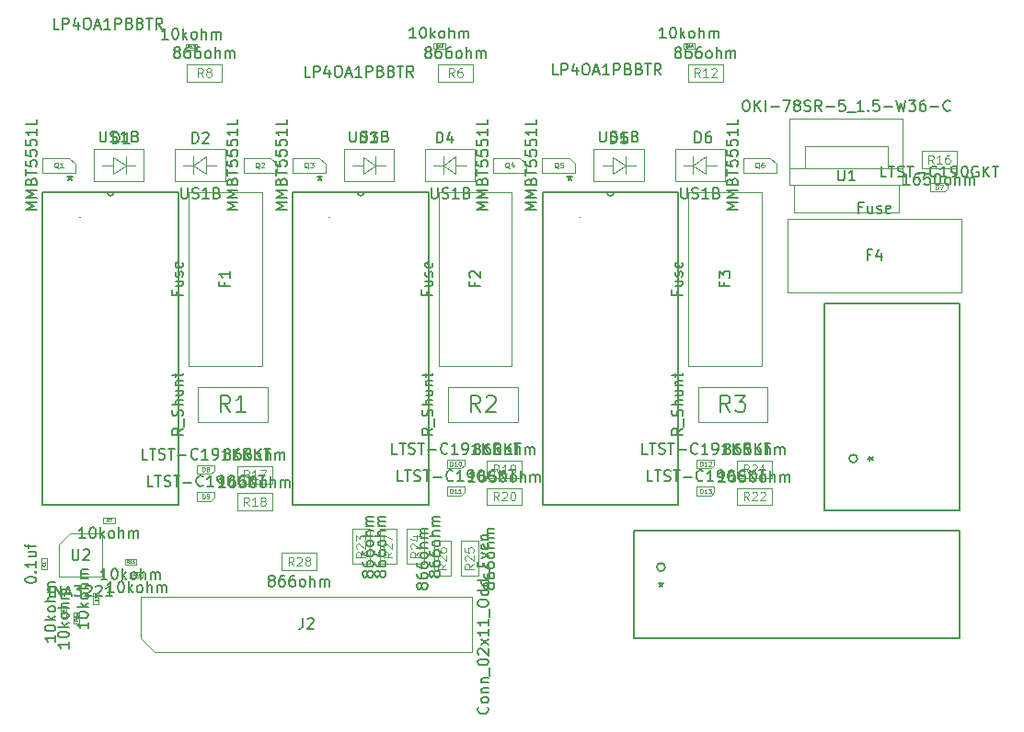
<source format=gbr>
%TF.GenerationSoftware,KiCad,Pcbnew,(5.1.9-0-10_14)*%
%TF.CreationDate,2021-04-23T09:03:39-07:00*%
%TF.ProjectId,thundipiswitch2,7468756e-6469-4706-9973-776974636832,rev?*%
%TF.SameCoordinates,Original*%
%TF.FileFunction,Other,Fab,Top*%
%FSLAX46Y46*%
G04 Gerber Fmt 4.6, Leading zero omitted, Abs format (unit mm)*
G04 Created by KiCad (PCBNEW (5.1.9-0-10_14)) date 2021-04-23 09:03:39*
%MOMM*%
%LPD*%
G01*
G04 APERTURE LIST*
%ADD10C,0.100000*%
%ADD11C,0.120000*%
%ADD12C,0.152400*%
%ADD13C,0.150000*%
%ADD14C,0.200000*%
%ADD15C,0.040000*%
%ADD16C,0.075000*%
%ADD17C,0.060000*%
G04 APERTURE END LIST*
D10*
%TO.C,R28*%
X140500000Y-107800000D02*
X140500000Y-106200000D01*
X140500000Y-106200000D02*
X143700000Y-106200000D01*
X143700000Y-106200000D02*
X143700000Y-107800000D01*
X143700000Y-107800000D02*
X140500000Y-107800000D01*
%TO.C,R27*%
X149500000Y-104000000D02*
X151100000Y-104000000D01*
X151100000Y-104000000D02*
X151100000Y-107200000D01*
X151100000Y-107200000D02*
X149500000Y-107200000D01*
X149500000Y-107200000D02*
X149500000Y-104000000D01*
%TO.C,R26*%
X154500000Y-105100000D02*
X156100000Y-105100000D01*
X156100000Y-105100000D02*
X156100000Y-108300000D01*
X156100000Y-108300000D02*
X154500000Y-108300000D01*
X154500000Y-108300000D02*
X154500000Y-105100000D01*
%TO.C,R25*%
X158600000Y-108300000D02*
X157000000Y-108300000D01*
X157000000Y-108300000D02*
X157000000Y-105100000D01*
X157000000Y-105100000D02*
X158600000Y-105100000D01*
X158600000Y-105100000D02*
X158600000Y-108300000D01*
%TO.C,R24*%
X153600000Y-107200000D02*
X152000000Y-107200000D01*
X152000000Y-107200000D02*
X152000000Y-104000000D01*
X152000000Y-104000000D02*
X153600000Y-104000000D01*
X153600000Y-104000000D02*
X153600000Y-107200000D01*
%TO.C,R23*%
X148600000Y-107200000D02*
X147000000Y-107200000D01*
X147000000Y-107200000D02*
X147000000Y-104000000D01*
X147000000Y-104000000D02*
X148600000Y-104000000D01*
X148600000Y-104000000D02*
X148600000Y-107200000D01*
%TO.C,J2*%
X127530000Y-114000000D02*
X127530000Y-110190000D01*
X127530000Y-110190000D02*
X158010000Y-110190000D01*
X158010000Y-110190000D02*
X158010000Y-115270000D01*
X158010000Y-115270000D02*
X128800000Y-115270000D01*
X128800000Y-115270000D02*
X127530000Y-114000000D01*
D11*
%TO.C,R3*%
X178800000Y-94100000D02*
X178800000Y-92500000D01*
X185200000Y-94100000D02*
X178800000Y-94100000D01*
X185200000Y-90900000D02*
X185200000Y-94100000D01*
X178800000Y-90900000D02*
X185200000Y-90900000D01*
X178800000Y-92500000D02*
X178800000Y-90900000D01*
%TO.C,R2*%
X155800000Y-94100000D02*
X155800000Y-92500000D01*
X162200000Y-94100000D02*
X155800000Y-94100000D01*
X162200000Y-90900000D02*
X162200000Y-94100000D01*
X155800000Y-90900000D02*
X162200000Y-90900000D01*
X155800000Y-92500000D02*
X155800000Y-90900000D01*
%TO.C,R1*%
X132800000Y-94100000D02*
X132800000Y-92500000D01*
X139200000Y-94100000D02*
X132800000Y-94100000D01*
X139200000Y-90900000D02*
X139200000Y-94100000D01*
X132800000Y-90900000D02*
X139200000Y-90900000D01*
X132800000Y-92500000D02*
X132800000Y-90900000D01*
D10*
%TO.C,C1*%
X118350000Y-106700000D02*
X118850000Y-106700000D01*
X118850000Y-106700000D02*
X118850000Y-107700000D01*
X118850000Y-107700000D02*
X118350000Y-107700000D01*
X118350000Y-107700000D02*
X118350000Y-106700000D01*
%TO.C,U2*%
X121000000Y-104400000D02*
X124000000Y-104400000D01*
X124000000Y-104400000D02*
X124000000Y-108400000D01*
X124000000Y-108400000D02*
X120000000Y-108400000D01*
X120000000Y-108400000D02*
X120000000Y-105400000D01*
X120000000Y-105400000D02*
X121000000Y-104400000D01*
%TO.C,U1*%
X197667000Y-70770000D02*
X197667000Y-66198000D01*
X197667000Y-70770000D02*
X187253000Y-70770000D01*
X197667000Y-72294000D02*
X197667000Y-70770000D01*
X197667000Y-72294000D02*
X187253000Y-72294000D01*
X197286000Y-74834000D02*
X197286000Y-72294000D01*
X187634000Y-74834000D02*
X197286000Y-74834000D01*
X187634000Y-72294000D02*
X187634000Y-74834000D01*
X189513600Y-68738000D02*
X190326400Y-68738000D01*
X192053600Y-68738000D02*
X192866400Y-68738000D01*
X194593600Y-68738000D02*
X195406400Y-68738000D01*
X196270000Y-68738000D02*
X195406400Y-68738000D01*
X194593600Y-68738000D02*
X192866400Y-68738000D01*
X192053600Y-68738000D02*
X190326400Y-68738000D01*
X189513600Y-68738000D02*
X188650000Y-68738000D01*
X188650000Y-70770000D02*
X188650000Y-68738000D01*
X196270000Y-68738000D02*
X196270000Y-70770000D01*
X187253000Y-72294000D02*
X187253000Y-70770000D01*
X187253000Y-70770000D02*
X187253000Y-66198000D01*
X187253000Y-66198000D02*
X197667000Y-66198000D01*
%TO.C,R22*%
X185600000Y-100200000D02*
X185600000Y-101800000D01*
X185600000Y-101800000D02*
X182400000Y-101800000D01*
X182400000Y-101800000D02*
X182400000Y-100200000D01*
X182400000Y-100200000D02*
X185600000Y-100200000D01*
%TO.C,R21*%
X185600000Y-97700000D02*
X185600000Y-99300000D01*
X185600000Y-99300000D02*
X182400000Y-99300000D01*
X182400000Y-99300000D02*
X182400000Y-97700000D01*
X182400000Y-97700000D02*
X185600000Y-97700000D01*
%TO.C,R20*%
X162600000Y-100200000D02*
X162600000Y-101800000D01*
X162600000Y-101800000D02*
X159400000Y-101800000D01*
X159400000Y-101800000D02*
X159400000Y-100200000D01*
X159400000Y-100200000D02*
X162600000Y-100200000D01*
%TO.C,R19*%
X162600000Y-97700000D02*
X162600000Y-99300000D01*
X162600000Y-99300000D02*
X159400000Y-99300000D01*
X159400000Y-99300000D02*
X159400000Y-97700000D01*
X159400000Y-97700000D02*
X162600000Y-97700000D01*
%TO.C,R18*%
X139600000Y-100700000D02*
X139600000Y-102300000D01*
X139600000Y-102300000D02*
X136400000Y-102300000D01*
X136400000Y-102300000D02*
X136400000Y-100700000D01*
X136400000Y-100700000D02*
X139600000Y-100700000D01*
%TO.C,R17*%
X139600000Y-98200000D02*
X139600000Y-99800000D01*
X139600000Y-99800000D02*
X136400000Y-99800000D01*
X136400000Y-99800000D02*
X136400000Y-98200000D01*
X136400000Y-98200000D02*
X139600000Y-98200000D01*
%TO.C,R16*%
X199400000Y-70800000D02*
X199400000Y-69200000D01*
X199400000Y-69200000D02*
X202600000Y-69200000D01*
X202600000Y-69200000D02*
X202600000Y-70800000D01*
X202600000Y-70800000D02*
X199400000Y-70800000D01*
%TO.C,R15*%
X155525000Y-59230000D02*
X155525000Y-59770000D01*
X155525000Y-59770000D02*
X154475000Y-59770000D01*
X154475000Y-59770000D02*
X154475000Y-59230000D01*
X154475000Y-59230000D02*
X155525000Y-59230000D01*
%TO.C,R14*%
X178525000Y-59230000D02*
X178525000Y-59770000D01*
X178525000Y-59770000D02*
X177475000Y-59770000D01*
X177475000Y-59770000D02*
X177475000Y-59230000D01*
X177475000Y-59230000D02*
X178525000Y-59230000D01*
%TO.C,R13*%
X132725000Y-59330000D02*
X132725000Y-59870000D01*
X132725000Y-59870000D02*
X131675000Y-59870000D01*
X131675000Y-59870000D02*
X131675000Y-59330000D01*
X131675000Y-59330000D02*
X132725000Y-59330000D01*
%TO.C,R12*%
X181100000Y-61200000D02*
X181100000Y-62800000D01*
X181100000Y-62800000D02*
X177900000Y-62800000D01*
X177900000Y-62800000D02*
X177900000Y-61200000D01*
X177900000Y-61200000D02*
X181100000Y-61200000D01*
%TO.C,R11*%
X126075000Y-107270000D02*
X126075000Y-106730000D01*
X126075000Y-106730000D02*
X127125000Y-106730000D01*
X127125000Y-106730000D02*
X127125000Y-107270000D01*
X127125000Y-107270000D02*
X126075000Y-107270000D01*
%TO.C,R10*%
X126675000Y-108470000D02*
X126675000Y-107930000D01*
X126675000Y-107930000D02*
X127725000Y-107930000D01*
X127725000Y-107930000D02*
X127725000Y-108470000D01*
X127725000Y-108470000D02*
X126675000Y-108470000D01*
%TO.C,R9*%
X123130000Y-109875000D02*
X123670000Y-109875000D01*
X123670000Y-109875000D02*
X123670000Y-110925000D01*
X123670000Y-110925000D02*
X123130000Y-110925000D01*
X123130000Y-110925000D02*
X123130000Y-109875000D01*
%TO.C,R8*%
X135000000Y-61200000D02*
X135000000Y-62800000D01*
X135000000Y-62800000D02*
X131800000Y-62800000D01*
X131800000Y-62800000D02*
X131800000Y-61200000D01*
X131800000Y-61200000D02*
X135000000Y-61200000D01*
%TO.C,R7*%
X124075000Y-103470000D02*
X124075000Y-102930000D01*
X124075000Y-102930000D02*
X125125000Y-102930000D01*
X125125000Y-102930000D02*
X125125000Y-103470000D01*
X125125000Y-103470000D02*
X124075000Y-103470000D01*
%TO.C,R6*%
X158100000Y-61200000D02*
X158100000Y-62800000D01*
X158100000Y-62800000D02*
X154900000Y-62800000D01*
X154900000Y-62800000D02*
X154900000Y-61200000D01*
X154900000Y-61200000D02*
X158100000Y-61200000D01*
%TO.C,R5*%
X121330000Y-111675000D02*
X121870000Y-111675000D01*
X121870000Y-111675000D02*
X121870000Y-112725000D01*
X121870000Y-112725000D02*
X121330000Y-112725000D01*
X121330000Y-112725000D02*
X121330000Y-111675000D01*
%TO.C,R4*%
X120130000Y-111075000D02*
X120670000Y-111075000D01*
X120670000Y-111075000D02*
X120670000Y-112125000D01*
X120670000Y-112125000D02*
X120130000Y-112125000D01*
X120130000Y-112125000D02*
X120130000Y-111075000D01*
%TO.C,Q6*%
X185450000Y-69800000D02*
X183000000Y-69800000D01*
X186020000Y-70350000D02*
X186020000Y-71200000D01*
X185450000Y-69800000D02*
X186020000Y-70350000D01*
X186020000Y-71200000D02*
X182980000Y-71200000D01*
X182980000Y-69800000D02*
X182980000Y-71200000D01*
%TO.C,Q5*%
X166950000Y-69800000D02*
X164500000Y-69800000D01*
X167520000Y-70350000D02*
X167520000Y-71200000D01*
X166950000Y-69800000D02*
X167520000Y-70350000D01*
X167520000Y-71200000D02*
X164480000Y-71200000D01*
X164480000Y-69800000D02*
X164480000Y-71200000D01*
%TO.C,Q4*%
X162450000Y-69800000D02*
X160000000Y-69800000D01*
X163020000Y-70350000D02*
X163020000Y-71200000D01*
X162450000Y-69800000D02*
X163020000Y-70350000D01*
X163020000Y-71200000D02*
X159980000Y-71200000D01*
X159980000Y-69800000D02*
X159980000Y-71200000D01*
%TO.C,Q3*%
X143950000Y-69800000D02*
X141500000Y-69800000D01*
X144520000Y-70350000D02*
X144520000Y-71200000D01*
X143950000Y-69800000D02*
X144520000Y-70350000D01*
X144520000Y-71200000D02*
X141480000Y-71200000D01*
X141480000Y-69800000D02*
X141480000Y-71200000D01*
%TO.C,Q2*%
X139450000Y-69800000D02*
X137000000Y-69800000D01*
X140020000Y-70350000D02*
X140020000Y-71200000D01*
X139450000Y-69800000D02*
X140020000Y-70350000D01*
X140020000Y-71200000D02*
X136980000Y-71200000D01*
X136980000Y-69800000D02*
X136980000Y-71200000D01*
%TO.C,Q1*%
X120950000Y-69800000D02*
X118500000Y-69800000D01*
X121520000Y-70350000D02*
X121520000Y-71200000D01*
X120950000Y-69800000D02*
X121520000Y-70350000D01*
X121520000Y-71200000D02*
X118480000Y-71200000D01*
X118480000Y-69800000D02*
X118480000Y-71200000D01*
D12*
%TO.C,K3*%
X170445200Y-73000007D02*
G75*
G03*
X171054800Y-73000007I304800J0D01*
G01*
X164500000Y-101800001D02*
X177000000Y-101800001D01*
X177000000Y-101800001D02*
X177000000Y-73000007D01*
X177000000Y-73000007D02*
X164500000Y-73000007D01*
X164500000Y-73000007D02*
X164500000Y-101800001D01*
X167901700Y-75300007D02*
G75*
G03*
X167901700Y-75300007I0J0D01*
G01*
%TO.C,K2*%
X147445200Y-73000007D02*
G75*
G03*
X148054800Y-73000007I304800J0D01*
G01*
X141500000Y-101800001D02*
X154000000Y-101800001D01*
X154000000Y-101800001D02*
X154000000Y-73000007D01*
X154000000Y-73000007D02*
X141500000Y-73000007D01*
X141500000Y-73000007D02*
X141500000Y-101800001D01*
X144901700Y-75300007D02*
G75*
G03*
X144901700Y-75300007I0J0D01*
G01*
%TO.C,K1*%
X124445200Y-73000007D02*
G75*
G03*
X125054800Y-73000007I304800J0D01*
G01*
X118500000Y-101800001D02*
X131000000Y-101800001D01*
X131000000Y-101800001D02*
X131000000Y-73000007D01*
X131000000Y-73000007D02*
X118500000Y-73000007D01*
X118500000Y-73000007D02*
X118500000Y-101800001D01*
X121901700Y-75300007D02*
G75*
G03*
X121901700Y-75300007I0J0D01*
G01*
%TO.C,J4*%
X172900005Y-114000001D02*
X202899997Y-114000001D01*
X202899997Y-114000001D02*
X202899997Y-104150000D01*
X202899997Y-104150000D02*
X172900005Y-104150000D01*
X172900005Y-104150000D02*
X172900005Y-114000001D01*
X175781000Y-107495000D02*
G75*
G03*
X175781000Y-107495000I-381000J0D01*
G01*
%TO.C,J1*%
X202899999Y-102260001D02*
X202899999Y-83219998D01*
X202899999Y-83219998D02*
X190399999Y-83219998D01*
X190399999Y-83219998D02*
X190399999Y-102260001D01*
X190399999Y-102260001D02*
X202899999Y-102260001D01*
X193476000Y-97500000D02*
G75*
G03*
X193476000Y-97500000I-381000J0D01*
G01*
D10*
%TO.C,F3*%
X184670000Y-72960000D02*
X177930000Y-72960000D01*
X177930000Y-72960000D02*
X177930000Y-88960000D01*
X177930000Y-88960000D02*
X184670000Y-88960000D01*
X184670000Y-88960000D02*
X184670000Y-72960000D01*
%TO.C,F2*%
X161670000Y-72960000D02*
X154930000Y-72960000D01*
X154930000Y-72960000D02*
X154930000Y-88960000D01*
X154930000Y-88960000D02*
X161670000Y-88960000D01*
X161670000Y-88960000D02*
X161670000Y-72960000D01*
%TO.C,F4*%
X203040000Y-82170000D02*
X203040000Y-75430000D01*
X203040000Y-75430000D02*
X187040000Y-75430000D01*
X187040000Y-75430000D02*
X187040000Y-82170000D01*
X187040000Y-82170000D02*
X203040000Y-82170000D01*
%TO.C,F1*%
X138670000Y-72960000D02*
X131930000Y-72960000D01*
X131930000Y-72960000D02*
X131930000Y-88960000D01*
X131930000Y-88960000D02*
X138670000Y-88960000D01*
X138670000Y-88960000D02*
X138670000Y-72960000D01*
%TO.C,D13*%
X178700000Y-100900000D02*
X180000000Y-100900000D01*
X180000000Y-100900000D02*
X180300000Y-100600000D01*
X180300000Y-100600000D02*
X180300000Y-100100000D01*
X180300000Y-100100000D02*
X178700000Y-100100000D01*
X178700000Y-100100000D02*
X178700000Y-100900000D01*
%TO.C,D12*%
X178700000Y-98400000D02*
X180000000Y-98400000D01*
X180000000Y-98400000D02*
X180300000Y-98100000D01*
X180300000Y-98100000D02*
X180300000Y-97600000D01*
X180300000Y-97600000D02*
X178700000Y-97600000D01*
X178700000Y-97600000D02*
X178700000Y-98400000D01*
%TO.C,D11*%
X155700000Y-100900000D02*
X157000000Y-100900000D01*
X157000000Y-100900000D02*
X157300000Y-100600000D01*
X157300000Y-100600000D02*
X157300000Y-100100000D01*
X157300000Y-100100000D02*
X155700000Y-100100000D01*
X155700000Y-100100000D02*
X155700000Y-100900000D01*
%TO.C,D10*%
X155700000Y-98400000D02*
X157000000Y-98400000D01*
X157000000Y-98400000D02*
X157300000Y-98100000D01*
X157300000Y-98100000D02*
X157300000Y-97600000D01*
X157300000Y-97600000D02*
X155700000Y-97600000D01*
X155700000Y-97600000D02*
X155700000Y-98400000D01*
%TO.C,D9*%
X132700000Y-101400000D02*
X134000000Y-101400000D01*
X134000000Y-101400000D02*
X134300000Y-101100000D01*
X134300000Y-101100000D02*
X134300000Y-100600000D01*
X134300000Y-100600000D02*
X132700000Y-100600000D01*
X132700000Y-100600000D02*
X132700000Y-101400000D01*
%TO.C,D8*%
X132700000Y-98900000D02*
X134000000Y-98900000D01*
X134000000Y-98900000D02*
X134300000Y-98600000D01*
X134300000Y-98600000D02*
X134300000Y-98100000D01*
X134300000Y-98100000D02*
X132700000Y-98100000D01*
X132700000Y-98100000D02*
X132700000Y-98900000D01*
%TO.C,D7*%
X200200000Y-72900000D02*
X201500000Y-72900000D01*
X201500000Y-72900000D02*
X201800000Y-72600000D01*
X201800000Y-72600000D02*
X201800000Y-72100000D01*
X201800000Y-72100000D02*
X200200000Y-72100000D01*
X200200000Y-72100000D02*
X200200000Y-72900000D01*
%TO.C,D6*%
X181300000Y-72000000D02*
X176700000Y-72000000D01*
X176700000Y-72000000D02*
X176700000Y-69000000D01*
X181300000Y-69000000D02*
X181300000Y-72000000D01*
X181300000Y-69000000D02*
X176700000Y-69000000D01*
X178350560Y-70501020D02*
X177448860Y-70501020D01*
X179501180Y-70501020D02*
X180499400Y-70501020D01*
X178350560Y-69700920D02*
X178350560Y-71301120D01*
X179501180Y-71250320D02*
X179501180Y-69700920D01*
X178350560Y-70501020D02*
X179501180Y-71250320D01*
X178350560Y-70501020D02*
X179501180Y-69700920D01*
%TO.C,D5*%
X169200000Y-69000000D02*
X173800000Y-69000000D01*
X173800000Y-69000000D02*
X173800000Y-72000000D01*
X169200000Y-72000000D02*
X169200000Y-69000000D01*
X169200000Y-72000000D02*
X173800000Y-72000000D01*
X172149440Y-70498980D02*
X173051140Y-70498980D01*
X170998820Y-70498980D02*
X170000600Y-70498980D01*
X172149440Y-71299080D02*
X172149440Y-69698880D01*
X170998820Y-69749680D02*
X170998820Y-71299080D01*
X172149440Y-70498980D02*
X170998820Y-69749680D01*
X172149440Y-70498980D02*
X170998820Y-71299080D01*
%TO.C,D4*%
X158300000Y-72000000D02*
X153700000Y-72000000D01*
X153700000Y-72000000D02*
X153700000Y-69000000D01*
X158300000Y-69000000D02*
X158300000Y-72000000D01*
X158300000Y-69000000D02*
X153700000Y-69000000D01*
X155350560Y-70501020D02*
X154448860Y-70501020D01*
X156501180Y-70501020D02*
X157499400Y-70501020D01*
X155350560Y-69700920D02*
X155350560Y-71301120D01*
X156501180Y-71250320D02*
X156501180Y-69700920D01*
X155350560Y-70501020D02*
X156501180Y-71250320D01*
X155350560Y-70501020D02*
X156501180Y-69700920D01*
%TO.C,D3*%
X146200000Y-69000000D02*
X150800000Y-69000000D01*
X150800000Y-69000000D02*
X150800000Y-72000000D01*
X146200000Y-72000000D02*
X146200000Y-69000000D01*
X146200000Y-72000000D02*
X150800000Y-72000000D01*
X149149440Y-70498980D02*
X150051140Y-70498980D01*
X147998820Y-70498980D02*
X147000600Y-70498980D01*
X149149440Y-71299080D02*
X149149440Y-69698880D01*
X147998820Y-69749680D02*
X147998820Y-71299080D01*
X149149440Y-70498980D02*
X147998820Y-69749680D01*
X149149440Y-70498980D02*
X147998820Y-71299080D01*
%TO.C,D2*%
X135300000Y-72000000D02*
X130700000Y-72000000D01*
X130700000Y-72000000D02*
X130700000Y-69000000D01*
X135300000Y-69000000D02*
X135300000Y-72000000D01*
X135300000Y-69000000D02*
X130700000Y-69000000D01*
X132350560Y-70501020D02*
X131448860Y-70501020D01*
X133501180Y-70501020D02*
X134499400Y-70501020D01*
X132350560Y-69700920D02*
X132350560Y-71301120D01*
X133501180Y-71250320D02*
X133501180Y-69700920D01*
X132350560Y-70501020D02*
X133501180Y-71250320D01*
X132350560Y-70501020D02*
X133501180Y-69700920D01*
%TO.C,D1*%
X123200000Y-69000000D02*
X127800000Y-69000000D01*
X127800000Y-69000000D02*
X127800000Y-72000000D01*
X123200000Y-72000000D02*
X123200000Y-69000000D01*
X123200000Y-72000000D02*
X127800000Y-72000000D01*
X126149440Y-70498980D02*
X127051140Y-70498980D01*
X124998820Y-70498980D02*
X124000600Y-70498980D01*
X126149440Y-71299080D02*
X126149440Y-69698880D01*
X124998820Y-69749680D02*
X124998820Y-71299080D01*
X126149440Y-70498980D02*
X124998820Y-69749680D01*
X126149440Y-70498980D02*
X124998820Y-71299080D01*
%TD*%
%TO.C,R28*%
D13*
X139480952Y-108700952D02*
X139385714Y-108653333D01*
X139338095Y-108605714D01*
X139290476Y-108510476D01*
X139290476Y-108462857D01*
X139338095Y-108367619D01*
X139385714Y-108320000D01*
X139480952Y-108272380D01*
X139671428Y-108272380D01*
X139766666Y-108320000D01*
X139814285Y-108367619D01*
X139861904Y-108462857D01*
X139861904Y-108510476D01*
X139814285Y-108605714D01*
X139766666Y-108653333D01*
X139671428Y-108700952D01*
X139480952Y-108700952D01*
X139385714Y-108748571D01*
X139338095Y-108796190D01*
X139290476Y-108891428D01*
X139290476Y-109081904D01*
X139338095Y-109177142D01*
X139385714Y-109224761D01*
X139480952Y-109272380D01*
X139671428Y-109272380D01*
X139766666Y-109224761D01*
X139814285Y-109177142D01*
X139861904Y-109081904D01*
X139861904Y-108891428D01*
X139814285Y-108796190D01*
X139766666Y-108748571D01*
X139671428Y-108700952D01*
X140719047Y-108272380D02*
X140528571Y-108272380D01*
X140433333Y-108320000D01*
X140385714Y-108367619D01*
X140290476Y-108510476D01*
X140242857Y-108700952D01*
X140242857Y-109081904D01*
X140290476Y-109177142D01*
X140338095Y-109224761D01*
X140433333Y-109272380D01*
X140623809Y-109272380D01*
X140719047Y-109224761D01*
X140766666Y-109177142D01*
X140814285Y-109081904D01*
X140814285Y-108843809D01*
X140766666Y-108748571D01*
X140719047Y-108700952D01*
X140623809Y-108653333D01*
X140433333Y-108653333D01*
X140338095Y-108700952D01*
X140290476Y-108748571D01*
X140242857Y-108843809D01*
X141671428Y-108272380D02*
X141480952Y-108272380D01*
X141385714Y-108320000D01*
X141338095Y-108367619D01*
X141242857Y-108510476D01*
X141195238Y-108700952D01*
X141195238Y-109081904D01*
X141242857Y-109177142D01*
X141290476Y-109224761D01*
X141385714Y-109272380D01*
X141576190Y-109272380D01*
X141671428Y-109224761D01*
X141719047Y-109177142D01*
X141766666Y-109081904D01*
X141766666Y-108843809D01*
X141719047Y-108748571D01*
X141671428Y-108700952D01*
X141576190Y-108653333D01*
X141385714Y-108653333D01*
X141290476Y-108700952D01*
X141242857Y-108748571D01*
X141195238Y-108843809D01*
X142338095Y-109272380D02*
X142242857Y-109224761D01*
X142195238Y-109177142D01*
X142147619Y-109081904D01*
X142147619Y-108796190D01*
X142195238Y-108700952D01*
X142242857Y-108653333D01*
X142338095Y-108605714D01*
X142480952Y-108605714D01*
X142576190Y-108653333D01*
X142623809Y-108700952D01*
X142671428Y-108796190D01*
X142671428Y-109081904D01*
X142623809Y-109177142D01*
X142576190Y-109224761D01*
X142480952Y-109272380D01*
X142338095Y-109272380D01*
X143100000Y-109272380D02*
X143100000Y-108272380D01*
X143528571Y-109272380D02*
X143528571Y-108748571D01*
X143480952Y-108653333D01*
X143385714Y-108605714D01*
X143242857Y-108605714D01*
X143147619Y-108653333D01*
X143100000Y-108700952D01*
X144004761Y-109272380D02*
X144004761Y-108605714D01*
X144004761Y-108700952D02*
X144052380Y-108653333D01*
X144147619Y-108605714D01*
X144290476Y-108605714D01*
X144385714Y-108653333D01*
X144433333Y-108748571D01*
X144433333Y-109272380D01*
X144433333Y-108748571D02*
X144480952Y-108653333D01*
X144576190Y-108605714D01*
X144719047Y-108605714D01*
X144814285Y-108653333D01*
X144861904Y-108748571D01*
X144861904Y-109272380D01*
D11*
X141585714Y-107361904D02*
X141319047Y-106980952D01*
X141128571Y-107361904D02*
X141128571Y-106561904D01*
X141433333Y-106561904D01*
X141509523Y-106600000D01*
X141547619Y-106638095D01*
X141585714Y-106714285D01*
X141585714Y-106828571D01*
X141547619Y-106904761D01*
X141509523Y-106942857D01*
X141433333Y-106980952D01*
X141128571Y-106980952D01*
X141890476Y-106638095D02*
X141928571Y-106600000D01*
X142004761Y-106561904D01*
X142195238Y-106561904D01*
X142271428Y-106600000D01*
X142309523Y-106638095D01*
X142347619Y-106714285D01*
X142347619Y-106790476D01*
X142309523Y-106904761D01*
X141852380Y-107361904D01*
X142347619Y-107361904D01*
X142804761Y-106904761D02*
X142728571Y-106866666D01*
X142690476Y-106828571D01*
X142652380Y-106752380D01*
X142652380Y-106714285D01*
X142690476Y-106638095D01*
X142728571Y-106600000D01*
X142804761Y-106561904D01*
X142957142Y-106561904D01*
X143033333Y-106600000D01*
X143071428Y-106638095D01*
X143109523Y-106714285D01*
X143109523Y-106752380D01*
X143071428Y-106828571D01*
X143033333Y-106866666D01*
X142957142Y-106904761D01*
X142804761Y-106904761D01*
X142728571Y-106942857D01*
X142690476Y-106980952D01*
X142652380Y-107057142D01*
X142652380Y-107209523D01*
X142690476Y-107285714D01*
X142728571Y-107323809D01*
X142804761Y-107361904D01*
X142957142Y-107361904D01*
X143033333Y-107323809D01*
X143071428Y-107285714D01*
X143109523Y-107209523D01*
X143109523Y-107057142D01*
X143071428Y-106980952D01*
X143033333Y-106942857D01*
X142957142Y-106904761D01*
%TO.C,R27*%
D13*
X148360952Y-108219047D02*
X148313333Y-108314285D01*
X148265714Y-108361904D01*
X148170476Y-108409523D01*
X148122857Y-108409523D01*
X148027619Y-108361904D01*
X147980000Y-108314285D01*
X147932380Y-108219047D01*
X147932380Y-108028571D01*
X147980000Y-107933333D01*
X148027619Y-107885714D01*
X148122857Y-107838095D01*
X148170476Y-107838095D01*
X148265714Y-107885714D01*
X148313333Y-107933333D01*
X148360952Y-108028571D01*
X148360952Y-108219047D01*
X148408571Y-108314285D01*
X148456190Y-108361904D01*
X148551428Y-108409523D01*
X148741904Y-108409523D01*
X148837142Y-108361904D01*
X148884761Y-108314285D01*
X148932380Y-108219047D01*
X148932380Y-108028571D01*
X148884761Y-107933333D01*
X148837142Y-107885714D01*
X148741904Y-107838095D01*
X148551428Y-107838095D01*
X148456190Y-107885714D01*
X148408571Y-107933333D01*
X148360952Y-108028571D01*
X147932380Y-106980952D02*
X147932380Y-107171428D01*
X147980000Y-107266666D01*
X148027619Y-107314285D01*
X148170476Y-107409523D01*
X148360952Y-107457142D01*
X148741904Y-107457142D01*
X148837142Y-107409523D01*
X148884761Y-107361904D01*
X148932380Y-107266666D01*
X148932380Y-107076190D01*
X148884761Y-106980952D01*
X148837142Y-106933333D01*
X148741904Y-106885714D01*
X148503809Y-106885714D01*
X148408571Y-106933333D01*
X148360952Y-106980952D01*
X148313333Y-107076190D01*
X148313333Y-107266666D01*
X148360952Y-107361904D01*
X148408571Y-107409523D01*
X148503809Y-107457142D01*
X147932380Y-106028571D02*
X147932380Y-106219047D01*
X147980000Y-106314285D01*
X148027619Y-106361904D01*
X148170476Y-106457142D01*
X148360952Y-106504761D01*
X148741904Y-106504761D01*
X148837142Y-106457142D01*
X148884761Y-106409523D01*
X148932380Y-106314285D01*
X148932380Y-106123809D01*
X148884761Y-106028571D01*
X148837142Y-105980952D01*
X148741904Y-105933333D01*
X148503809Y-105933333D01*
X148408571Y-105980952D01*
X148360952Y-106028571D01*
X148313333Y-106123809D01*
X148313333Y-106314285D01*
X148360952Y-106409523D01*
X148408571Y-106457142D01*
X148503809Y-106504761D01*
X148932380Y-105361904D02*
X148884761Y-105457142D01*
X148837142Y-105504761D01*
X148741904Y-105552380D01*
X148456190Y-105552380D01*
X148360952Y-105504761D01*
X148313333Y-105457142D01*
X148265714Y-105361904D01*
X148265714Y-105219047D01*
X148313333Y-105123809D01*
X148360952Y-105076190D01*
X148456190Y-105028571D01*
X148741904Y-105028571D01*
X148837142Y-105076190D01*
X148884761Y-105123809D01*
X148932380Y-105219047D01*
X148932380Y-105361904D01*
X148932380Y-104600000D02*
X147932380Y-104600000D01*
X148932380Y-104171428D02*
X148408571Y-104171428D01*
X148313333Y-104219047D01*
X148265714Y-104314285D01*
X148265714Y-104457142D01*
X148313333Y-104552380D01*
X148360952Y-104600000D01*
X148932380Y-103695238D02*
X148265714Y-103695238D01*
X148360952Y-103695238D02*
X148313333Y-103647619D01*
X148265714Y-103552380D01*
X148265714Y-103409523D01*
X148313333Y-103314285D01*
X148408571Y-103266666D01*
X148932380Y-103266666D01*
X148408571Y-103266666D02*
X148313333Y-103219047D01*
X148265714Y-103123809D01*
X148265714Y-102980952D01*
X148313333Y-102885714D01*
X148408571Y-102838095D01*
X148932380Y-102838095D01*
D11*
X150661904Y-106114285D02*
X150280952Y-106380952D01*
X150661904Y-106571428D02*
X149861904Y-106571428D01*
X149861904Y-106266666D01*
X149900000Y-106190476D01*
X149938095Y-106152380D01*
X150014285Y-106114285D01*
X150128571Y-106114285D01*
X150204761Y-106152380D01*
X150242857Y-106190476D01*
X150280952Y-106266666D01*
X150280952Y-106571428D01*
X149938095Y-105809523D02*
X149900000Y-105771428D01*
X149861904Y-105695238D01*
X149861904Y-105504761D01*
X149900000Y-105428571D01*
X149938095Y-105390476D01*
X150014285Y-105352380D01*
X150090476Y-105352380D01*
X150204761Y-105390476D01*
X150661904Y-105847619D01*
X150661904Y-105352380D01*
X149861904Y-105085714D02*
X149861904Y-104552380D01*
X150661904Y-104895238D01*
%TO.C,R26*%
D13*
X153360952Y-109319047D02*
X153313333Y-109414285D01*
X153265714Y-109461904D01*
X153170476Y-109509523D01*
X153122857Y-109509523D01*
X153027619Y-109461904D01*
X152980000Y-109414285D01*
X152932380Y-109319047D01*
X152932380Y-109128571D01*
X152980000Y-109033333D01*
X153027619Y-108985714D01*
X153122857Y-108938095D01*
X153170476Y-108938095D01*
X153265714Y-108985714D01*
X153313333Y-109033333D01*
X153360952Y-109128571D01*
X153360952Y-109319047D01*
X153408571Y-109414285D01*
X153456190Y-109461904D01*
X153551428Y-109509523D01*
X153741904Y-109509523D01*
X153837142Y-109461904D01*
X153884761Y-109414285D01*
X153932380Y-109319047D01*
X153932380Y-109128571D01*
X153884761Y-109033333D01*
X153837142Y-108985714D01*
X153741904Y-108938095D01*
X153551428Y-108938095D01*
X153456190Y-108985714D01*
X153408571Y-109033333D01*
X153360952Y-109128571D01*
X152932380Y-108080952D02*
X152932380Y-108271428D01*
X152980000Y-108366666D01*
X153027619Y-108414285D01*
X153170476Y-108509523D01*
X153360952Y-108557142D01*
X153741904Y-108557142D01*
X153837142Y-108509523D01*
X153884761Y-108461904D01*
X153932380Y-108366666D01*
X153932380Y-108176190D01*
X153884761Y-108080952D01*
X153837142Y-108033333D01*
X153741904Y-107985714D01*
X153503809Y-107985714D01*
X153408571Y-108033333D01*
X153360952Y-108080952D01*
X153313333Y-108176190D01*
X153313333Y-108366666D01*
X153360952Y-108461904D01*
X153408571Y-108509523D01*
X153503809Y-108557142D01*
X152932380Y-107128571D02*
X152932380Y-107319047D01*
X152980000Y-107414285D01*
X153027619Y-107461904D01*
X153170476Y-107557142D01*
X153360952Y-107604761D01*
X153741904Y-107604761D01*
X153837142Y-107557142D01*
X153884761Y-107509523D01*
X153932380Y-107414285D01*
X153932380Y-107223809D01*
X153884761Y-107128571D01*
X153837142Y-107080952D01*
X153741904Y-107033333D01*
X153503809Y-107033333D01*
X153408571Y-107080952D01*
X153360952Y-107128571D01*
X153313333Y-107223809D01*
X153313333Y-107414285D01*
X153360952Y-107509523D01*
X153408571Y-107557142D01*
X153503809Y-107604761D01*
X153932380Y-106461904D02*
X153884761Y-106557142D01*
X153837142Y-106604761D01*
X153741904Y-106652380D01*
X153456190Y-106652380D01*
X153360952Y-106604761D01*
X153313333Y-106557142D01*
X153265714Y-106461904D01*
X153265714Y-106319047D01*
X153313333Y-106223809D01*
X153360952Y-106176190D01*
X153456190Y-106128571D01*
X153741904Y-106128571D01*
X153837142Y-106176190D01*
X153884761Y-106223809D01*
X153932380Y-106319047D01*
X153932380Y-106461904D01*
X153932380Y-105700000D02*
X152932380Y-105700000D01*
X153932380Y-105271428D02*
X153408571Y-105271428D01*
X153313333Y-105319047D01*
X153265714Y-105414285D01*
X153265714Y-105557142D01*
X153313333Y-105652380D01*
X153360952Y-105700000D01*
X153932380Y-104795238D02*
X153265714Y-104795238D01*
X153360952Y-104795238D02*
X153313333Y-104747619D01*
X153265714Y-104652380D01*
X153265714Y-104509523D01*
X153313333Y-104414285D01*
X153408571Y-104366666D01*
X153932380Y-104366666D01*
X153408571Y-104366666D02*
X153313333Y-104319047D01*
X153265714Y-104223809D01*
X153265714Y-104080952D01*
X153313333Y-103985714D01*
X153408571Y-103938095D01*
X153932380Y-103938095D01*
D11*
X155661904Y-107214285D02*
X155280952Y-107480952D01*
X155661904Y-107671428D02*
X154861904Y-107671428D01*
X154861904Y-107366666D01*
X154900000Y-107290476D01*
X154938095Y-107252380D01*
X155014285Y-107214285D01*
X155128571Y-107214285D01*
X155204761Y-107252380D01*
X155242857Y-107290476D01*
X155280952Y-107366666D01*
X155280952Y-107671428D01*
X154938095Y-106909523D02*
X154900000Y-106871428D01*
X154861904Y-106795238D01*
X154861904Y-106604761D01*
X154900000Y-106528571D01*
X154938095Y-106490476D01*
X155014285Y-106452380D01*
X155090476Y-106452380D01*
X155204761Y-106490476D01*
X155661904Y-106947619D01*
X155661904Y-106452380D01*
X154861904Y-105766666D02*
X154861904Y-105919047D01*
X154900000Y-105995238D01*
X154938095Y-106033333D01*
X155052380Y-106109523D01*
X155204761Y-106147619D01*
X155509523Y-106147619D01*
X155585714Y-106109523D01*
X155623809Y-106071428D01*
X155661904Y-105995238D01*
X155661904Y-105842857D01*
X155623809Y-105766666D01*
X155585714Y-105728571D01*
X155509523Y-105690476D01*
X155319047Y-105690476D01*
X155242857Y-105728571D01*
X155204761Y-105766666D01*
X155166666Y-105842857D01*
X155166666Y-105995238D01*
X155204761Y-106071428D01*
X155242857Y-106109523D01*
X155319047Y-106147619D01*
%TO.C,R25*%
D13*
X159500952Y-109319047D02*
X159453333Y-109414285D01*
X159405714Y-109461904D01*
X159310476Y-109509523D01*
X159262857Y-109509523D01*
X159167619Y-109461904D01*
X159120000Y-109414285D01*
X159072380Y-109319047D01*
X159072380Y-109128571D01*
X159120000Y-109033333D01*
X159167619Y-108985714D01*
X159262857Y-108938095D01*
X159310476Y-108938095D01*
X159405714Y-108985714D01*
X159453333Y-109033333D01*
X159500952Y-109128571D01*
X159500952Y-109319047D01*
X159548571Y-109414285D01*
X159596190Y-109461904D01*
X159691428Y-109509523D01*
X159881904Y-109509523D01*
X159977142Y-109461904D01*
X160024761Y-109414285D01*
X160072380Y-109319047D01*
X160072380Y-109128571D01*
X160024761Y-109033333D01*
X159977142Y-108985714D01*
X159881904Y-108938095D01*
X159691428Y-108938095D01*
X159596190Y-108985714D01*
X159548571Y-109033333D01*
X159500952Y-109128571D01*
X159072380Y-108080952D02*
X159072380Y-108271428D01*
X159120000Y-108366666D01*
X159167619Y-108414285D01*
X159310476Y-108509523D01*
X159500952Y-108557142D01*
X159881904Y-108557142D01*
X159977142Y-108509523D01*
X160024761Y-108461904D01*
X160072380Y-108366666D01*
X160072380Y-108176190D01*
X160024761Y-108080952D01*
X159977142Y-108033333D01*
X159881904Y-107985714D01*
X159643809Y-107985714D01*
X159548571Y-108033333D01*
X159500952Y-108080952D01*
X159453333Y-108176190D01*
X159453333Y-108366666D01*
X159500952Y-108461904D01*
X159548571Y-108509523D01*
X159643809Y-108557142D01*
X159072380Y-107128571D02*
X159072380Y-107319047D01*
X159120000Y-107414285D01*
X159167619Y-107461904D01*
X159310476Y-107557142D01*
X159500952Y-107604761D01*
X159881904Y-107604761D01*
X159977142Y-107557142D01*
X160024761Y-107509523D01*
X160072380Y-107414285D01*
X160072380Y-107223809D01*
X160024761Y-107128571D01*
X159977142Y-107080952D01*
X159881904Y-107033333D01*
X159643809Y-107033333D01*
X159548571Y-107080952D01*
X159500952Y-107128571D01*
X159453333Y-107223809D01*
X159453333Y-107414285D01*
X159500952Y-107509523D01*
X159548571Y-107557142D01*
X159643809Y-107604761D01*
X160072380Y-106461904D02*
X160024761Y-106557142D01*
X159977142Y-106604761D01*
X159881904Y-106652380D01*
X159596190Y-106652380D01*
X159500952Y-106604761D01*
X159453333Y-106557142D01*
X159405714Y-106461904D01*
X159405714Y-106319047D01*
X159453333Y-106223809D01*
X159500952Y-106176190D01*
X159596190Y-106128571D01*
X159881904Y-106128571D01*
X159977142Y-106176190D01*
X160024761Y-106223809D01*
X160072380Y-106319047D01*
X160072380Y-106461904D01*
X160072380Y-105700000D02*
X159072380Y-105700000D01*
X160072380Y-105271428D02*
X159548571Y-105271428D01*
X159453333Y-105319047D01*
X159405714Y-105414285D01*
X159405714Y-105557142D01*
X159453333Y-105652380D01*
X159500952Y-105700000D01*
X160072380Y-104795238D02*
X159405714Y-104795238D01*
X159500952Y-104795238D02*
X159453333Y-104747619D01*
X159405714Y-104652380D01*
X159405714Y-104509523D01*
X159453333Y-104414285D01*
X159548571Y-104366666D01*
X160072380Y-104366666D01*
X159548571Y-104366666D02*
X159453333Y-104319047D01*
X159405714Y-104223809D01*
X159405714Y-104080952D01*
X159453333Y-103985714D01*
X159548571Y-103938095D01*
X160072380Y-103938095D01*
D11*
X158161904Y-107214285D02*
X157780952Y-107480952D01*
X158161904Y-107671428D02*
X157361904Y-107671428D01*
X157361904Y-107366666D01*
X157400000Y-107290476D01*
X157438095Y-107252380D01*
X157514285Y-107214285D01*
X157628571Y-107214285D01*
X157704761Y-107252380D01*
X157742857Y-107290476D01*
X157780952Y-107366666D01*
X157780952Y-107671428D01*
X157438095Y-106909523D02*
X157400000Y-106871428D01*
X157361904Y-106795238D01*
X157361904Y-106604761D01*
X157400000Y-106528571D01*
X157438095Y-106490476D01*
X157514285Y-106452380D01*
X157590476Y-106452380D01*
X157704761Y-106490476D01*
X158161904Y-106947619D01*
X158161904Y-106452380D01*
X157361904Y-105728571D02*
X157361904Y-106109523D01*
X157742857Y-106147619D01*
X157704761Y-106109523D01*
X157666666Y-106033333D01*
X157666666Y-105842857D01*
X157704761Y-105766666D01*
X157742857Y-105728571D01*
X157819047Y-105690476D01*
X158009523Y-105690476D01*
X158085714Y-105728571D01*
X158123809Y-105766666D01*
X158161904Y-105842857D01*
X158161904Y-106033333D01*
X158123809Y-106109523D01*
X158085714Y-106147619D01*
%TO.C,R24*%
D13*
X154500952Y-108219047D02*
X154453333Y-108314285D01*
X154405714Y-108361904D01*
X154310476Y-108409523D01*
X154262857Y-108409523D01*
X154167619Y-108361904D01*
X154120000Y-108314285D01*
X154072380Y-108219047D01*
X154072380Y-108028571D01*
X154120000Y-107933333D01*
X154167619Y-107885714D01*
X154262857Y-107838095D01*
X154310476Y-107838095D01*
X154405714Y-107885714D01*
X154453333Y-107933333D01*
X154500952Y-108028571D01*
X154500952Y-108219047D01*
X154548571Y-108314285D01*
X154596190Y-108361904D01*
X154691428Y-108409523D01*
X154881904Y-108409523D01*
X154977142Y-108361904D01*
X155024761Y-108314285D01*
X155072380Y-108219047D01*
X155072380Y-108028571D01*
X155024761Y-107933333D01*
X154977142Y-107885714D01*
X154881904Y-107838095D01*
X154691428Y-107838095D01*
X154596190Y-107885714D01*
X154548571Y-107933333D01*
X154500952Y-108028571D01*
X154072380Y-106980952D02*
X154072380Y-107171428D01*
X154120000Y-107266666D01*
X154167619Y-107314285D01*
X154310476Y-107409523D01*
X154500952Y-107457142D01*
X154881904Y-107457142D01*
X154977142Y-107409523D01*
X155024761Y-107361904D01*
X155072380Y-107266666D01*
X155072380Y-107076190D01*
X155024761Y-106980952D01*
X154977142Y-106933333D01*
X154881904Y-106885714D01*
X154643809Y-106885714D01*
X154548571Y-106933333D01*
X154500952Y-106980952D01*
X154453333Y-107076190D01*
X154453333Y-107266666D01*
X154500952Y-107361904D01*
X154548571Y-107409523D01*
X154643809Y-107457142D01*
X154072380Y-106028571D02*
X154072380Y-106219047D01*
X154120000Y-106314285D01*
X154167619Y-106361904D01*
X154310476Y-106457142D01*
X154500952Y-106504761D01*
X154881904Y-106504761D01*
X154977142Y-106457142D01*
X155024761Y-106409523D01*
X155072380Y-106314285D01*
X155072380Y-106123809D01*
X155024761Y-106028571D01*
X154977142Y-105980952D01*
X154881904Y-105933333D01*
X154643809Y-105933333D01*
X154548571Y-105980952D01*
X154500952Y-106028571D01*
X154453333Y-106123809D01*
X154453333Y-106314285D01*
X154500952Y-106409523D01*
X154548571Y-106457142D01*
X154643809Y-106504761D01*
X155072380Y-105361904D02*
X155024761Y-105457142D01*
X154977142Y-105504761D01*
X154881904Y-105552380D01*
X154596190Y-105552380D01*
X154500952Y-105504761D01*
X154453333Y-105457142D01*
X154405714Y-105361904D01*
X154405714Y-105219047D01*
X154453333Y-105123809D01*
X154500952Y-105076190D01*
X154596190Y-105028571D01*
X154881904Y-105028571D01*
X154977142Y-105076190D01*
X155024761Y-105123809D01*
X155072380Y-105219047D01*
X155072380Y-105361904D01*
X155072380Y-104600000D02*
X154072380Y-104600000D01*
X155072380Y-104171428D02*
X154548571Y-104171428D01*
X154453333Y-104219047D01*
X154405714Y-104314285D01*
X154405714Y-104457142D01*
X154453333Y-104552380D01*
X154500952Y-104600000D01*
X155072380Y-103695238D02*
X154405714Y-103695238D01*
X154500952Y-103695238D02*
X154453333Y-103647619D01*
X154405714Y-103552380D01*
X154405714Y-103409523D01*
X154453333Y-103314285D01*
X154548571Y-103266666D01*
X155072380Y-103266666D01*
X154548571Y-103266666D02*
X154453333Y-103219047D01*
X154405714Y-103123809D01*
X154405714Y-102980952D01*
X154453333Y-102885714D01*
X154548571Y-102838095D01*
X155072380Y-102838095D01*
D11*
X153161904Y-106114285D02*
X152780952Y-106380952D01*
X153161904Y-106571428D02*
X152361904Y-106571428D01*
X152361904Y-106266666D01*
X152400000Y-106190476D01*
X152438095Y-106152380D01*
X152514285Y-106114285D01*
X152628571Y-106114285D01*
X152704761Y-106152380D01*
X152742857Y-106190476D01*
X152780952Y-106266666D01*
X152780952Y-106571428D01*
X152438095Y-105809523D02*
X152400000Y-105771428D01*
X152361904Y-105695238D01*
X152361904Y-105504761D01*
X152400000Y-105428571D01*
X152438095Y-105390476D01*
X152514285Y-105352380D01*
X152590476Y-105352380D01*
X152704761Y-105390476D01*
X153161904Y-105847619D01*
X153161904Y-105352380D01*
X152628571Y-104666666D02*
X153161904Y-104666666D01*
X152323809Y-104857142D02*
X152895238Y-105047619D01*
X152895238Y-104552380D01*
%TO.C,R23*%
D13*
X149500952Y-108219047D02*
X149453333Y-108314285D01*
X149405714Y-108361904D01*
X149310476Y-108409523D01*
X149262857Y-108409523D01*
X149167619Y-108361904D01*
X149120000Y-108314285D01*
X149072380Y-108219047D01*
X149072380Y-108028571D01*
X149120000Y-107933333D01*
X149167619Y-107885714D01*
X149262857Y-107838095D01*
X149310476Y-107838095D01*
X149405714Y-107885714D01*
X149453333Y-107933333D01*
X149500952Y-108028571D01*
X149500952Y-108219047D01*
X149548571Y-108314285D01*
X149596190Y-108361904D01*
X149691428Y-108409523D01*
X149881904Y-108409523D01*
X149977142Y-108361904D01*
X150024761Y-108314285D01*
X150072380Y-108219047D01*
X150072380Y-108028571D01*
X150024761Y-107933333D01*
X149977142Y-107885714D01*
X149881904Y-107838095D01*
X149691428Y-107838095D01*
X149596190Y-107885714D01*
X149548571Y-107933333D01*
X149500952Y-108028571D01*
X149072380Y-106980952D02*
X149072380Y-107171428D01*
X149120000Y-107266666D01*
X149167619Y-107314285D01*
X149310476Y-107409523D01*
X149500952Y-107457142D01*
X149881904Y-107457142D01*
X149977142Y-107409523D01*
X150024761Y-107361904D01*
X150072380Y-107266666D01*
X150072380Y-107076190D01*
X150024761Y-106980952D01*
X149977142Y-106933333D01*
X149881904Y-106885714D01*
X149643809Y-106885714D01*
X149548571Y-106933333D01*
X149500952Y-106980952D01*
X149453333Y-107076190D01*
X149453333Y-107266666D01*
X149500952Y-107361904D01*
X149548571Y-107409523D01*
X149643809Y-107457142D01*
X149072380Y-106028571D02*
X149072380Y-106219047D01*
X149120000Y-106314285D01*
X149167619Y-106361904D01*
X149310476Y-106457142D01*
X149500952Y-106504761D01*
X149881904Y-106504761D01*
X149977142Y-106457142D01*
X150024761Y-106409523D01*
X150072380Y-106314285D01*
X150072380Y-106123809D01*
X150024761Y-106028571D01*
X149977142Y-105980952D01*
X149881904Y-105933333D01*
X149643809Y-105933333D01*
X149548571Y-105980952D01*
X149500952Y-106028571D01*
X149453333Y-106123809D01*
X149453333Y-106314285D01*
X149500952Y-106409523D01*
X149548571Y-106457142D01*
X149643809Y-106504761D01*
X150072380Y-105361904D02*
X150024761Y-105457142D01*
X149977142Y-105504761D01*
X149881904Y-105552380D01*
X149596190Y-105552380D01*
X149500952Y-105504761D01*
X149453333Y-105457142D01*
X149405714Y-105361904D01*
X149405714Y-105219047D01*
X149453333Y-105123809D01*
X149500952Y-105076190D01*
X149596190Y-105028571D01*
X149881904Y-105028571D01*
X149977142Y-105076190D01*
X150024761Y-105123809D01*
X150072380Y-105219047D01*
X150072380Y-105361904D01*
X150072380Y-104600000D02*
X149072380Y-104600000D01*
X150072380Y-104171428D02*
X149548571Y-104171428D01*
X149453333Y-104219047D01*
X149405714Y-104314285D01*
X149405714Y-104457142D01*
X149453333Y-104552380D01*
X149500952Y-104600000D01*
X150072380Y-103695238D02*
X149405714Y-103695238D01*
X149500952Y-103695238D02*
X149453333Y-103647619D01*
X149405714Y-103552380D01*
X149405714Y-103409523D01*
X149453333Y-103314285D01*
X149548571Y-103266666D01*
X150072380Y-103266666D01*
X149548571Y-103266666D02*
X149453333Y-103219047D01*
X149405714Y-103123809D01*
X149405714Y-102980952D01*
X149453333Y-102885714D01*
X149548571Y-102838095D01*
X150072380Y-102838095D01*
D11*
X148161904Y-106114285D02*
X147780952Y-106380952D01*
X148161904Y-106571428D02*
X147361904Y-106571428D01*
X147361904Y-106266666D01*
X147400000Y-106190476D01*
X147438095Y-106152380D01*
X147514285Y-106114285D01*
X147628571Y-106114285D01*
X147704761Y-106152380D01*
X147742857Y-106190476D01*
X147780952Y-106266666D01*
X147780952Y-106571428D01*
X147438095Y-105809523D02*
X147400000Y-105771428D01*
X147361904Y-105695238D01*
X147361904Y-105504761D01*
X147400000Y-105428571D01*
X147438095Y-105390476D01*
X147514285Y-105352380D01*
X147590476Y-105352380D01*
X147704761Y-105390476D01*
X148161904Y-105847619D01*
X148161904Y-105352380D01*
X147361904Y-105085714D02*
X147361904Y-104590476D01*
X147666666Y-104857142D01*
X147666666Y-104742857D01*
X147704761Y-104666666D01*
X147742857Y-104628571D01*
X147819047Y-104590476D01*
X148009523Y-104590476D01*
X148085714Y-104628571D01*
X148123809Y-104666666D01*
X148161904Y-104742857D01*
X148161904Y-104971428D01*
X148123809Y-105047619D01*
X148085714Y-105085714D01*
%TO.C,S2*%
D13*
X120023809Y-57952380D02*
X119547619Y-57952380D01*
X119547619Y-56952380D01*
X120357142Y-57952380D02*
X120357142Y-56952380D01*
X120738095Y-56952380D01*
X120833333Y-57000000D01*
X120880952Y-57047619D01*
X120928571Y-57142857D01*
X120928571Y-57285714D01*
X120880952Y-57380952D01*
X120833333Y-57428571D01*
X120738095Y-57476190D01*
X120357142Y-57476190D01*
X121785714Y-57285714D02*
X121785714Y-57952380D01*
X121547619Y-56904761D02*
X121309523Y-57619047D01*
X121928571Y-57619047D01*
X122500000Y-56952380D02*
X122690476Y-56952380D01*
X122785714Y-57000000D01*
X122880952Y-57095238D01*
X122928571Y-57285714D01*
X122928571Y-57619047D01*
X122880952Y-57809523D01*
X122785714Y-57904761D01*
X122690476Y-57952380D01*
X122500000Y-57952380D01*
X122404761Y-57904761D01*
X122309523Y-57809523D01*
X122261904Y-57619047D01*
X122261904Y-57285714D01*
X122309523Y-57095238D01*
X122404761Y-57000000D01*
X122500000Y-56952380D01*
X123309523Y-57666666D02*
X123785714Y-57666666D01*
X123214285Y-57952380D02*
X123547619Y-56952380D01*
X123880952Y-57952380D01*
X124738095Y-57952380D02*
X124166666Y-57952380D01*
X124452380Y-57952380D02*
X124452380Y-56952380D01*
X124357142Y-57095238D01*
X124261904Y-57190476D01*
X124166666Y-57238095D01*
X125166666Y-57952380D02*
X125166666Y-56952380D01*
X125547619Y-56952380D01*
X125642857Y-57000000D01*
X125690476Y-57047619D01*
X125738095Y-57142857D01*
X125738095Y-57285714D01*
X125690476Y-57380952D01*
X125642857Y-57428571D01*
X125547619Y-57476190D01*
X125166666Y-57476190D01*
X126500000Y-57428571D02*
X126642857Y-57476190D01*
X126690476Y-57523809D01*
X126738095Y-57619047D01*
X126738095Y-57761904D01*
X126690476Y-57857142D01*
X126642857Y-57904761D01*
X126547619Y-57952380D01*
X126166666Y-57952380D01*
X126166666Y-56952380D01*
X126500000Y-56952380D01*
X126595238Y-57000000D01*
X126642857Y-57047619D01*
X126690476Y-57142857D01*
X126690476Y-57238095D01*
X126642857Y-57333333D01*
X126595238Y-57380952D01*
X126500000Y-57428571D01*
X126166666Y-57428571D01*
X127500000Y-57428571D02*
X127642857Y-57476190D01*
X127690476Y-57523809D01*
X127738095Y-57619047D01*
X127738095Y-57761904D01*
X127690476Y-57857142D01*
X127642857Y-57904761D01*
X127547619Y-57952380D01*
X127166666Y-57952380D01*
X127166666Y-56952380D01*
X127500000Y-56952380D01*
X127595238Y-57000000D01*
X127642857Y-57047619D01*
X127690476Y-57142857D01*
X127690476Y-57238095D01*
X127642857Y-57333333D01*
X127595238Y-57380952D01*
X127500000Y-57428571D01*
X127166666Y-57428571D01*
X128023809Y-56952380D02*
X128595238Y-56952380D01*
X128309523Y-57952380D02*
X128309523Y-56952380D01*
X129500000Y-57952380D02*
X129166666Y-57476190D01*
X128928571Y-57952380D02*
X128928571Y-56952380D01*
X129309523Y-56952380D01*
X129404761Y-57000000D01*
X129452380Y-57047619D01*
X129500000Y-57142857D01*
X129500000Y-57285714D01*
X129452380Y-57380952D01*
X129404761Y-57428571D01*
X129309523Y-57476190D01*
X128928571Y-57476190D01*
%TO.C,S1*%
X143123809Y-62352380D02*
X142647619Y-62352380D01*
X142647619Y-61352380D01*
X143457142Y-62352380D02*
X143457142Y-61352380D01*
X143838095Y-61352380D01*
X143933333Y-61400000D01*
X143980952Y-61447619D01*
X144028571Y-61542857D01*
X144028571Y-61685714D01*
X143980952Y-61780952D01*
X143933333Y-61828571D01*
X143838095Y-61876190D01*
X143457142Y-61876190D01*
X144885714Y-61685714D02*
X144885714Y-62352380D01*
X144647619Y-61304761D02*
X144409523Y-62019047D01*
X145028571Y-62019047D01*
X145600000Y-61352380D02*
X145790476Y-61352380D01*
X145885714Y-61400000D01*
X145980952Y-61495238D01*
X146028571Y-61685714D01*
X146028571Y-62019047D01*
X145980952Y-62209523D01*
X145885714Y-62304761D01*
X145790476Y-62352380D01*
X145600000Y-62352380D01*
X145504761Y-62304761D01*
X145409523Y-62209523D01*
X145361904Y-62019047D01*
X145361904Y-61685714D01*
X145409523Y-61495238D01*
X145504761Y-61400000D01*
X145600000Y-61352380D01*
X146409523Y-62066666D02*
X146885714Y-62066666D01*
X146314285Y-62352380D02*
X146647619Y-61352380D01*
X146980952Y-62352380D01*
X147838095Y-62352380D02*
X147266666Y-62352380D01*
X147552380Y-62352380D02*
X147552380Y-61352380D01*
X147457142Y-61495238D01*
X147361904Y-61590476D01*
X147266666Y-61638095D01*
X148266666Y-62352380D02*
X148266666Y-61352380D01*
X148647619Y-61352380D01*
X148742857Y-61400000D01*
X148790476Y-61447619D01*
X148838095Y-61542857D01*
X148838095Y-61685714D01*
X148790476Y-61780952D01*
X148742857Y-61828571D01*
X148647619Y-61876190D01*
X148266666Y-61876190D01*
X149600000Y-61828571D02*
X149742857Y-61876190D01*
X149790476Y-61923809D01*
X149838095Y-62019047D01*
X149838095Y-62161904D01*
X149790476Y-62257142D01*
X149742857Y-62304761D01*
X149647619Y-62352380D01*
X149266666Y-62352380D01*
X149266666Y-61352380D01*
X149600000Y-61352380D01*
X149695238Y-61400000D01*
X149742857Y-61447619D01*
X149790476Y-61542857D01*
X149790476Y-61638095D01*
X149742857Y-61733333D01*
X149695238Y-61780952D01*
X149600000Y-61828571D01*
X149266666Y-61828571D01*
X150600000Y-61828571D02*
X150742857Y-61876190D01*
X150790476Y-61923809D01*
X150838095Y-62019047D01*
X150838095Y-62161904D01*
X150790476Y-62257142D01*
X150742857Y-62304761D01*
X150647619Y-62352380D01*
X150266666Y-62352380D01*
X150266666Y-61352380D01*
X150600000Y-61352380D01*
X150695238Y-61400000D01*
X150742857Y-61447619D01*
X150790476Y-61542857D01*
X150790476Y-61638095D01*
X150742857Y-61733333D01*
X150695238Y-61780952D01*
X150600000Y-61828571D01*
X150266666Y-61828571D01*
X151123809Y-61352380D02*
X151695238Y-61352380D01*
X151409523Y-62352380D02*
X151409523Y-61352380D01*
X152600000Y-62352380D02*
X152266666Y-61876190D01*
X152028571Y-62352380D02*
X152028571Y-61352380D01*
X152409523Y-61352380D01*
X152504761Y-61400000D01*
X152552380Y-61447619D01*
X152600000Y-61542857D01*
X152600000Y-61685714D01*
X152552380Y-61780952D01*
X152504761Y-61828571D01*
X152409523Y-61876190D01*
X152028571Y-61876190D01*
%TO.C,S3*%
X165923809Y-62152380D02*
X165447619Y-62152380D01*
X165447619Y-61152380D01*
X166257142Y-62152380D02*
X166257142Y-61152380D01*
X166638095Y-61152380D01*
X166733333Y-61200000D01*
X166780952Y-61247619D01*
X166828571Y-61342857D01*
X166828571Y-61485714D01*
X166780952Y-61580952D01*
X166733333Y-61628571D01*
X166638095Y-61676190D01*
X166257142Y-61676190D01*
X167685714Y-61485714D02*
X167685714Y-62152380D01*
X167447619Y-61104761D02*
X167209523Y-61819047D01*
X167828571Y-61819047D01*
X168400000Y-61152380D02*
X168590476Y-61152380D01*
X168685714Y-61200000D01*
X168780952Y-61295238D01*
X168828571Y-61485714D01*
X168828571Y-61819047D01*
X168780952Y-62009523D01*
X168685714Y-62104761D01*
X168590476Y-62152380D01*
X168400000Y-62152380D01*
X168304761Y-62104761D01*
X168209523Y-62009523D01*
X168161904Y-61819047D01*
X168161904Y-61485714D01*
X168209523Y-61295238D01*
X168304761Y-61200000D01*
X168400000Y-61152380D01*
X169209523Y-61866666D02*
X169685714Y-61866666D01*
X169114285Y-62152380D02*
X169447619Y-61152380D01*
X169780952Y-62152380D01*
X170638095Y-62152380D02*
X170066666Y-62152380D01*
X170352380Y-62152380D02*
X170352380Y-61152380D01*
X170257142Y-61295238D01*
X170161904Y-61390476D01*
X170066666Y-61438095D01*
X171066666Y-62152380D02*
X171066666Y-61152380D01*
X171447619Y-61152380D01*
X171542857Y-61200000D01*
X171590476Y-61247619D01*
X171638095Y-61342857D01*
X171638095Y-61485714D01*
X171590476Y-61580952D01*
X171542857Y-61628571D01*
X171447619Y-61676190D01*
X171066666Y-61676190D01*
X172400000Y-61628571D02*
X172542857Y-61676190D01*
X172590476Y-61723809D01*
X172638095Y-61819047D01*
X172638095Y-61961904D01*
X172590476Y-62057142D01*
X172542857Y-62104761D01*
X172447619Y-62152380D01*
X172066666Y-62152380D01*
X172066666Y-61152380D01*
X172400000Y-61152380D01*
X172495238Y-61200000D01*
X172542857Y-61247619D01*
X172590476Y-61342857D01*
X172590476Y-61438095D01*
X172542857Y-61533333D01*
X172495238Y-61580952D01*
X172400000Y-61628571D01*
X172066666Y-61628571D01*
X173400000Y-61628571D02*
X173542857Y-61676190D01*
X173590476Y-61723809D01*
X173638095Y-61819047D01*
X173638095Y-61961904D01*
X173590476Y-62057142D01*
X173542857Y-62104761D01*
X173447619Y-62152380D01*
X173066666Y-62152380D01*
X173066666Y-61152380D01*
X173400000Y-61152380D01*
X173495238Y-61200000D01*
X173542857Y-61247619D01*
X173590476Y-61342857D01*
X173590476Y-61438095D01*
X173542857Y-61533333D01*
X173495238Y-61580952D01*
X173400000Y-61628571D01*
X173066666Y-61628571D01*
X173923809Y-61152380D02*
X174495238Y-61152380D01*
X174209523Y-62152380D02*
X174209523Y-61152380D01*
X175400000Y-62152380D02*
X175066666Y-61676190D01*
X174828571Y-62152380D02*
X174828571Y-61152380D01*
X175209523Y-61152380D01*
X175304761Y-61200000D01*
X175352380Y-61247619D01*
X175400000Y-61342857D01*
X175400000Y-61485714D01*
X175352380Y-61580952D01*
X175304761Y-61628571D01*
X175209523Y-61676190D01*
X174828571Y-61676190D01*
%TO.C,J2*%
X159427142Y-120372857D02*
X159474761Y-120420476D01*
X159522380Y-120563333D01*
X159522380Y-120658571D01*
X159474761Y-120801428D01*
X159379523Y-120896666D01*
X159284285Y-120944285D01*
X159093809Y-120991904D01*
X158950952Y-120991904D01*
X158760476Y-120944285D01*
X158665238Y-120896666D01*
X158570000Y-120801428D01*
X158522380Y-120658571D01*
X158522380Y-120563333D01*
X158570000Y-120420476D01*
X158617619Y-120372857D01*
X159522380Y-119801428D02*
X159474761Y-119896666D01*
X159427142Y-119944285D01*
X159331904Y-119991904D01*
X159046190Y-119991904D01*
X158950952Y-119944285D01*
X158903333Y-119896666D01*
X158855714Y-119801428D01*
X158855714Y-119658571D01*
X158903333Y-119563333D01*
X158950952Y-119515714D01*
X159046190Y-119468095D01*
X159331904Y-119468095D01*
X159427142Y-119515714D01*
X159474761Y-119563333D01*
X159522380Y-119658571D01*
X159522380Y-119801428D01*
X158855714Y-119039523D02*
X159522380Y-119039523D01*
X158950952Y-119039523D02*
X158903333Y-118991904D01*
X158855714Y-118896666D01*
X158855714Y-118753809D01*
X158903333Y-118658571D01*
X158998571Y-118610952D01*
X159522380Y-118610952D01*
X158855714Y-118134761D02*
X159522380Y-118134761D01*
X158950952Y-118134761D02*
X158903333Y-118087142D01*
X158855714Y-117991904D01*
X158855714Y-117849047D01*
X158903333Y-117753809D01*
X158998571Y-117706190D01*
X159522380Y-117706190D01*
X159617619Y-117468095D02*
X159617619Y-116706190D01*
X158522380Y-116277619D02*
X158522380Y-116182380D01*
X158570000Y-116087142D01*
X158617619Y-116039523D01*
X158712857Y-115991904D01*
X158903333Y-115944285D01*
X159141428Y-115944285D01*
X159331904Y-115991904D01*
X159427142Y-116039523D01*
X159474761Y-116087142D01*
X159522380Y-116182380D01*
X159522380Y-116277619D01*
X159474761Y-116372857D01*
X159427142Y-116420476D01*
X159331904Y-116468095D01*
X159141428Y-116515714D01*
X158903333Y-116515714D01*
X158712857Y-116468095D01*
X158617619Y-116420476D01*
X158570000Y-116372857D01*
X158522380Y-116277619D01*
X158617619Y-115563333D02*
X158570000Y-115515714D01*
X158522380Y-115420476D01*
X158522380Y-115182380D01*
X158570000Y-115087142D01*
X158617619Y-115039523D01*
X158712857Y-114991904D01*
X158808095Y-114991904D01*
X158950952Y-115039523D01*
X159522380Y-115610952D01*
X159522380Y-114991904D01*
X159522380Y-114658571D02*
X158855714Y-114134761D01*
X158855714Y-114658571D02*
X159522380Y-114134761D01*
X159522380Y-113230000D02*
X159522380Y-113801428D01*
X159522380Y-113515714D02*
X158522380Y-113515714D01*
X158665238Y-113610952D01*
X158760476Y-113706190D01*
X158808095Y-113801428D01*
X159522380Y-112277619D02*
X159522380Y-112849047D01*
X159522380Y-112563333D02*
X158522380Y-112563333D01*
X158665238Y-112658571D01*
X158760476Y-112753809D01*
X158808095Y-112849047D01*
X159617619Y-112087142D02*
X159617619Y-111325238D01*
X158522380Y-110896666D02*
X158522380Y-110706190D01*
X158570000Y-110610952D01*
X158665238Y-110515714D01*
X158855714Y-110468095D01*
X159189047Y-110468095D01*
X159379523Y-110515714D01*
X159474761Y-110610952D01*
X159522380Y-110706190D01*
X159522380Y-110896666D01*
X159474761Y-110991904D01*
X159379523Y-111087142D01*
X159189047Y-111134761D01*
X158855714Y-111134761D01*
X158665238Y-111087142D01*
X158570000Y-110991904D01*
X158522380Y-110896666D01*
X159522380Y-109610952D02*
X158522380Y-109610952D01*
X159474761Y-109610952D02*
X159522380Y-109706190D01*
X159522380Y-109896666D01*
X159474761Y-109991904D01*
X159427142Y-110039523D01*
X159331904Y-110087142D01*
X159046190Y-110087142D01*
X158950952Y-110039523D01*
X158903333Y-109991904D01*
X158855714Y-109896666D01*
X158855714Y-109706190D01*
X158903333Y-109610952D01*
X159522380Y-108706190D02*
X158522380Y-108706190D01*
X159474761Y-108706190D02*
X159522380Y-108801428D01*
X159522380Y-108991904D01*
X159474761Y-109087142D01*
X159427142Y-109134761D01*
X159331904Y-109182380D01*
X159046190Y-109182380D01*
X158950952Y-109134761D01*
X158903333Y-109087142D01*
X158855714Y-108991904D01*
X158855714Y-108801428D01*
X158903333Y-108706190D01*
X159617619Y-108468095D02*
X159617619Y-107706190D01*
X158998571Y-107468095D02*
X158998571Y-107134761D01*
X159522380Y-106991904D02*
X159522380Y-107468095D01*
X158522380Y-107468095D01*
X158522380Y-106991904D01*
X158855714Y-106658571D02*
X159522380Y-106420476D01*
X158855714Y-106182380D01*
X159474761Y-105420476D02*
X159522380Y-105515714D01*
X159522380Y-105706190D01*
X159474761Y-105801428D01*
X159379523Y-105849047D01*
X158998571Y-105849047D01*
X158903333Y-105801428D01*
X158855714Y-105706190D01*
X158855714Y-105515714D01*
X158903333Y-105420476D01*
X158998571Y-105372857D01*
X159093809Y-105372857D01*
X159189047Y-105849047D01*
X158855714Y-104944285D02*
X159522380Y-104944285D01*
X158950952Y-104944285D02*
X158903333Y-104896666D01*
X158855714Y-104801428D01*
X158855714Y-104658571D01*
X158903333Y-104563333D01*
X158998571Y-104515714D01*
X159522380Y-104515714D01*
X142436666Y-112182380D02*
X142436666Y-112896666D01*
X142389047Y-113039523D01*
X142293809Y-113134761D01*
X142150952Y-113182380D01*
X142055714Y-113182380D01*
X142865238Y-112277619D02*
X142912857Y-112230000D01*
X143008095Y-112182380D01*
X143246190Y-112182380D01*
X143341428Y-112230000D01*
X143389047Y-112277619D01*
X143436666Y-112372857D01*
X143436666Y-112468095D01*
X143389047Y-112610952D01*
X142817619Y-113182380D01*
X143436666Y-113182380D01*
%TO.C,R3*%
X177402380Y-94715476D02*
X176926190Y-95048809D01*
X177402380Y-95286904D02*
X176402380Y-95286904D01*
X176402380Y-94905952D01*
X176450000Y-94810714D01*
X176497619Y-94763095D01*
X176592857Y-94715476D01*
X176735714Y-94715476D01*
X176830952Y-94763095D01*
X176878571Y-94810714D01*
X176926190Y-94905952D01*
X176926190Y-95286904D01*
X177497619Y-94525000D02*
X177497619Y-93763095D01*
X177354761Y-93572619D02*
X177402380Y-93429761D01*
X177402380Y-93191666D01*
X177354761Y-93096428D01*
X177307142Y-93048809D01*
X177211904Y-93001190D01*
X177116666Y-93001190D01*
X177021428Y-93048809D01*
X176973809Y-93096428D01*
X176926190Y-93191666D01*
X176878571Y-93382142D01*
X176830952Y-93477380D01*
X176783333Y-93525000D01*
X176688095Y-93572619D01*
X176592857Y-93572619D01*
X176497619Y-93525000D01*
X176450000Y-93477380D01*
X176402380Y-93382142D01*
X176402380Y-93144047D01*
X176450000Y-93001190D01*
X177402380Y-92572619D02*
X176402380Y-92572619D01*
X177402380Y-92144047D02*
X176878571Y-92144047D01*
X176783333Y-92191666D01*
X176735714Y-92286904D01*
X176735714Y-92429761D01*
X176783333Y-92525000D01*
X176830952Y-92572619D01*
X176735714Y-91239285D02*
X177402380Y-91239285D01*
X176735714Y-91667857D02*
X177259523Y-91667857D01*
X177354761Y-91620238D01*
X177402380Y-91525000D01*
X177402380Y-91382142D01*
X177354761Y-91286904D01*
X177307142Y-91239285D01*
X176735714Y-90763095D02*
X177402380Y-90763095D01*
X176830952Y-90763095D02*
X176783333Y-90715476D01*
X176735714Y-90620238D01*
X176735714Y-90477380D01*
X176783333Y-90382142D01*
X176878571Y-90334523D01*
X177402380Y-90334523D01*
X176735714Y-90001190D02*
X176735714Y-89620238D01*
X176402380Y-89858333D02*
X177259523Y-89858333D01*
X177354761Y-89810714D01*
X177402380Y-89715476D01*
X177402380Y-89620238D01*
D14*
X181750000Y-93178571D02*
X181250000Y-92464285D01*
X180892857Y-93178571D02*
X180892857Y-91678571D01*
X181464285Y-91678571D01*
X181607142Y-91750000D01*
X181678571Y-91821428D01*
X181750000Y-91964285D01*
X181750000Y-92178571D01*
X181678571Y-92321428D01*
X181607142Y-92392857D01*
X181464285Y-92464285D01*
X180892857Y-92464285D01*
X182250000Y-91678571D02*
X183178571Y-91678571D01*
X182678571Y-92250000D01*
X182892857Y-92250000D01*
X183035714Y-92321428D01*
X183107142Y-92392857D01*
X183178571Y-92535714D01*
X183178571Y-92892857D01*
X183107142Y-93035714D01*
X183035714Y-93107142D01*
X182892857Y-93178571D01*
X182464285Y-93178571D01*
X182321428Y-93107142D01*
X182250000Y-93035714D01*
%TO.C,R2*%
D13*
X154402380Y-94715476D02*
X153926190Y-95048809D01*
X154402380Y-95286904D02*
X153402380Y-95286904D01*
X153402380Y-94905952D01*
X153450000Y-94810714D01*
X153497619Y-94763095D01*
X153592857Y-94715476D01*
X153735714Y-94715476D01*
X153830952Y-94763095D01*
X153878571Y-94810714D01*
X153926190Y-94905952D01*
X153926190Y-95286904D01*
X154497619Y-94525000D02*
X154497619Y-93763095D01*
X154354761Y-93572619D02*
X154402380Y-93429761D01*
X154402380Y-93191666D01*
X154354761Y-93096428D01*
X154307142Y-93048809D01*
X154211904Y-93001190D01*
X154116666Y-93001190D01*
X154021428Y-93048809D01*
X153973809Y-93096428D01*
X153926190Y-93191666D01*
X153878571Y-93382142D01*
X153830952Y-93477380D01*
X153783333Y-93525000D01*
X153688095Y-93572619D01*
X153592857Y-93572619D01*
X153497619Y-93525000D01*
X153450000Y-93477380D01*
X153402380Y-93382142D01*
X153402380Y-93144047D01*
X153450000Y-93001190D01*
X154402380Y-92572619D02*
X153402380Y-92572619D01*
X154402380Y-92144047D02*
X153878571Y-92144047D01*
X153783333Y-92191666D01*
X153735714Y-92286904D01*
X153735714Y-92429761D01*
X153783333Y-92525000D01*
X153830952Y-92572619D01*
X153735714Y-91239285D02*
X154402380Y-91239285D01*
X153735714Y-91667857D02*
X154259523Y-91667857D01*
X154354761Y-91620238D01*
X154402380Y-91525000D01*
X154402380Y-91382142D01*
X154354761Y-91286904D01*
X154307142Y-91239285D01*
X153735714Y-90763095D02*
X154402380Y-90763095D01*
X153830952Y-90763095D02*
X153783333Y-90715476D01*
X153735714Y-90620238D01*
X153735714Y-90477380D01*
X153783333Y-90382142D01*
X153878571Y-90334523D01*
X154402380Y-90334523D01*
X153735714Y-90001190D02*
X153735714Y-89620238D01*
X153402380Y-89858333D02*
X154259523Y-89858333D01*
X154354761Y-89810714D01*
X154402380Y-89715476D01*
X154402380Y-89620238D01*
D14*
X158750000Y-93178571D02*
X158250000Y-92464285D01*
X157892857Y-93178571D02*
X157892857Y-91678571D01*
X158464285Y-91678571D01*
X158607142Y-91750000D01*
X158678571Y-91821428D01*
X158750000Y-91964285D01*
X158750000Y-92178571D01*
X158678571Y-92321428D01*
X158607142Y-92392857D01*
X158464285Y-92464285D01*
X157892857Y-92464285D01*
X159321428Y-91821428D02*
X159392857Y-91750000D01*
X159535714Y-91678571D01*
X159892857Y-91678571D01*
X160035714Y-91750000D01*
X160107142Y-91821428D01*
X160178571Y-91964285D01*
X160178571Y-92107142D01*
X160107142Y-92321428D01*
X159250000Y-93178571D01*
X160178571Y-93178571D01*
%TO.C,R1*%
D13*
X131402380Y-94715476D02*
X130926190Y-95048809D01*
X131402380Y-95286904D02*
X130402380Y-95286904D01*
X130402380Y-94905952D01*
X130450000Y-94810714D01*
X130497619Y-94763095D01*
X130592857Y-94715476D01*
X130735714Y-94715476D01*
X130830952Y-94763095D01*
X130878571Y-94810714D01*
X130926190Y-94905952D01*
X130926190Y-95286904D01*
X131497619Y-94525000D02*
X131497619Y-93763095D01*
X131354761Y-93572619D02*
X131402380Y-93429761D01*
X131402380Y-93191666D01*
X131354761Y-93096428D01*
X131307142Y-93048809D01*
X131211904Y-93001190D01*
X131116666Y-93001190D01*
X131021428Y-93048809D01*
X130973809Y-93096428D01*
X130926190Y-93191666D01*
X130878571Y-93382142D01*
X130830952Y-93477380D01*
X130783333Y-93525000D01*
X130688095Y-93572619D01*
X130592857Y-93572619D01*
X130497619Y-93525000D01*
X130450000Y-93477380D01*
X130402380Y-93382142D01*
X130402380Y-93144047D01*
X130450000Y-93001190D01*
X131402380Y-92572619D02*
X130402380Y-92572619D01*
X131402380Y-92144047D02*
X130878571Y-92144047D01*
X130783333Y-92191666D01*
X130735714Y-92286904D01*
X130735714Y-92429761D01*
X130783333Y-92525000D01*
X130830952Y-92572619D01*
X130735714Y-91239285D02*
X131402380Y-91239285D01*
X130735714Y-91667857D02*
X131259523Y-91667857D01*
X131354761Y-91620238D01*
X131402380Y-91525000D01*
X131402380Y-91382142D01*
X131354761Y-91286904D01*
X131307142Y-91239285D01*
X130735714Y-90763095D02*
X131402380Y-90763095D01*
X130830952Y-90763095D02*
X130783333Y-90715476D01*
X130735714Y-90620238D01*
X130735714Y-90477380D01*
X130783333Y-90382142D01*
X130878571Y-90334523D01*
X131402380Y-90334523D01*
X130735714Y-90001190D02*
X130735714Y-89620238D01*
X130402380Y-89858333D02*
X131259523Y-89858333D01*
X131354761Y-89810714D01*
X131402380Y-89715476D01*
X131402380Y-89620238D01*
D14*
X135750000Y-93178571D02*
X135250000Y-92464285D01*
X134892857Y-93178571D02*
X134892857Y-91678571D01*
X135464285Y-91678571D01*
X135607142Y-91750000D01*
X135678571Y-91821428D01*
X135750000Y-91964285D01*
X135750000Y-92178571D01*
X135678571Y-92321428D01*
X135607142Y-92392857D01*
X135464285Y-92464285D01*
X134892857Y-92464285D01*
X137178571Y-93178571D02*
X136321428Y-93178571D01*
X136750000Y-93178571D02*
X136750000Y-91678571D01*
X136607142Y-91892857D01*
X136464285Y-92035714D01*
X136321428Y-92107142D01*
%TO.C,C1*%
D13*
X116892380Y-108700000D02*
X116892380Y-108604761D01*
X116940000Y-108509523D01*
X116987619Y-108461904D01*
X117082857Y-108414285D01*
X117273333Y-108366666D01*
X117511428Y-108366666D01*
X117701904Y-108414285D01*
X117797142Y-108461904D01*
X117844761Y-108509523D01*
X117892380Y-108604761D01*
X117892380Y-108700000D01*
X117844761Y-108795238D01*
X117797142Y-108842857D01*
X117701904Y-108890476D01*
X117511428Y-108938095D01*
X117273333Y-108938095D01*
X117082857Y-108890476D01*
X116987619Y-108842857D01*
X116940000Y-108795238D01*
X116892380Y-108700000D01*
X117797142Y-107938095D02*
X117844761Y-107890476D01*
X117892380Y-107938095D01*
X117844761Y-107985714D01*
X117797142Y-107938095D01*
X117892380Y-107938095D01*
X117892380Y-106938095D02*
X117892380Y-107509523D01*
X117892380Y-107223809D02*
X116892380Y-107223809D01*
X117035238Y-107319047D01*
X117130476Y-107414285D01*
X117178095Y-107509523D01*
X117225714Y-106080952D02*
X117892380Y-106080952D01*
X117225714Y-106509523D02*
X117749523Y-106509523D01*
X117844761Y-106461904D01*
X117892380Y-106366666D01*
X117892380Y-106223809D01*
X117844761Y-106128571D01*
X117797142Y-106080952D01*
X117225714Y-105747619D02*
X117225714Y-105366666D01*
X117892380Y-105604761D02*
X117035238Y-105604761D01*
X116940000Y-105557142D01*
X116892380Y-105461904D01*
X116892380Y-105366666D01*
D15*
X118689285Y-107241666D02*
X118701190Y-107253571D01*
X118713095Y-107289285D01*
X118713095Y-107313095D01*
X118701190Y-107348809D01*
X118677380Y-107372619D01*
X118653571Y-107384523D01*
X118605952Y-107396428D01*
X118570238Y-107396428D01*
X118522619Y-107384523D01*
X118498809Y-107372619D01*
X118475000Y-107348809D01*
X118463095Y-107313095D01*
X118463095Y-107289285D01*
X118475000Y-107253571D01*
X118486904Y-107241666D01*
X118713095Y-107003571D02*
X118713095Y-107146428D01*
X118713095Y-107075000D02*
X118463095Y-107075000D01*
X118498809Y-107098809D01*
X118522619Y-107122619D01*
X118534523Y-107146428D01*
%TO.C,U2*%
D13*
X119142857Y-110172380D02*
X119142857Y-109172380D01*
X119619047Y-110172380D02*
X119619047Y-109172380D01*
X120190476Y-110172380D01*
X120190476Y-109172380D01*
X120619047Y-109886666D02*
X121095238Y-109886666D01*
X120523809Y-110172380D02*
X120857142Y-109172380D01*
X121190476Y-110172380D01*
X121428571Y-109172380D02*
X122047619Y-109172380D01*
X121714285Y-109553333D01*
X121857142Y-109553333D01*
X121952380Y-109600952D01*
X122000000Y-109648571D01*
X122047619Y-109743809D01*
X122047619Y-109981904D01*
X122000000Y-110077142D01*
X121952380Y-110124761D01*
X121857142Y-110172380D01*
X121571428Y-110172380D01*
X121476190Y-110124761D01*
X121428571Y-110077142D01*
X122428571Y-109267619D02*
X122476190Y-109220000D01*
X122571428Y-109172380D01*
X122809523Y-109172380D01*
X122904761Y-109220000D01*
X122952380Y-109267619D01*
X123000000Y-109362857D01*
X123000000Y-109458095D01*
X122952380Y-109600952D01*
X122380952Y-110172380D01*
X123000000Y-110172380D01*
X123380952Y-109267619D02*
X123428571Y-109220000D01*
X123523809Y-109172380D01*
X123761904Y-109172380D01*
X123857142Y-109220000D01*
X123904761Y-109267619D01*
X123952380Y-109362857D01*
X123952380Y-109458095D01*
X123904761Y-109600952D01*
X123333333Y-110172380D01*
X123952380Y-110172380D01*
X124904761Y-110172380D02*
X124333333Y-110172380D01*
X124619047Y-110172380D02*
X124619047Y-109172380D01*
X124523809Y-109315238D01*
X124428571Y-109410476D01*
X124333333Y-109458095D01*
X121238095Y-105852380D02*
X121238095Y-106661904D01*
X121285714Y-106757142D01*
X121333333Y-106804761D01*
X121428571Y-106852380D01*
X121619047Y-106852380D01*
X121714285Y-106804761D01*
X121761904Y-106757142D01*
X121809523Y-106661904D01*
X121809523Y-105852380D01*
X122238095Y-105947619D02*
X122285714Y-105900000D01*
X122380952Y-105852380D01*
X122619047Y-105852380D01*
X122714285Y-105900000D01*
X122761904Y-105947619D01*
X122809523Y-106042857D01*
X122809523Y-106138095D01*
X122761904Y-106280952D01*
X122190476Y-106852380D01*
X122809523Y-106852380D01*
%TO.C,U1*%
X183150476Y-64507380D02*
X183340952Y-64507380D01*
X183436190Y-64555000D01*
X183531428Y-64650238D01*
X183579047Y-64840714D01*
X183579047Y-65174047D01*
X183531428Y-65364523D01*
X183436190Y-65459761D01*
X183340952Y-65507380D01*
X183150476Y-65507380D01*
X183055238Y-65459761D01*
X182960000Y-65364523D01*
X182912380Y-65174047D01*
X182912380Y-64840714D01*
X182960000Y-64650238D01*
X183055238Y-64555000D01*
X183150476Y-64507380D01*
X184007619Y-65507380D02*
X184007619Y-64507380D01*
X184579047Y-65507380D02*
X184150476Y-64935952D01*
X184579047Y-64507380D02*
X184007619Y-65078809D01*
X185007619Y-65507380D02*
X185007619Y-64507380D01*
X185483809Y-65126428D02*
X186245714Y-65126428D01*
X186626666Y-64507380D02*
X187293333Y-64507380D01*
X186864761Y-65507380D01*
X187817142Y-64935952D02*
X187721904Y-64888333D01*
X187674285Y-64840714D01*
X187626666Y-64745476D01*
X187626666Y-64697857D01*
X187674285Y-64602619D01*
X187721904Y-64555000D01*
X187817142Y-64507380D01*
X188007619Y-64507380D01*
X188102857Y-64555000D01*
X188150476Y-64602619D01*
X188198095Y-64697857D01*
X188198095Y-64745476D01*
X188150476Y-64840714D01*
X188102857Y-64888333D01*
X188007619Y-64935952D01*
X187817142Y-64935952D01*
X187721904Y-64983571D01*
X187674285Y-65031190D01*
X187626666Y-65126428D01*
X187626666Y-65316904D01*
X187674285Y-65412142D01*
X187721904Y-65459761D01*
X187817142Y-65507380D01*
X188007619Y-65507380D01*
X188102857Y-65459761D01*
X188150476Y-65412142D01*
X188198095Y-65316904D01*
X188198095Y-65126428D01*
X188150476Y-65031190D01*
X188102857Y-64983571D01*
X188007619Y-64935952D01*
X188579047Y-65459761D02*
X188721904Y-65507380D01*
X188960000Y-65507380D01*
X189055238Y-65459761D01*
X189102857Y-65412142D01*
X189150476Y-65316904D01*
X189150476Y-65221666D01*
X189102857Y-65126428D01*
X189055238Y-65078809D01*
X188960000Y-65031190D01*
X188769523Y-64983571D01*
X188674285Y-64935952D01*
X188626666Y-64888333D01*
X188579047Y-64793095D01*
X188579047Y-64697857D01*
X188626666Y-64602619D01*
X188674285Y-64555000D01*
X188769523Y-64507380D01*
X189007619Y-64507380D01*
X189150476Y-64555000D01*
X190150476Y-65507380D02*
X189817142Y-65031190D01*
X189579047Y-65507380D02*
X189579047Y-64507380D01*
X189960000Y-64507380D01*
X190055238Y-64555000D01*
X190102857Y-64602619D01*
X190150476Y-64697857D01*
X190150476Y-64840714D01*
X190102857Y-64935952D01*
X190055238Y-64983571D01*
X189960000Y-65031190D01*
X189579047Y-65031190D01*
X190579047Y-65126428D02*
X191340952Y-65126428D01*
X192293333Y-64507380D02*
X191817142Y-64507380D01*
X191769523Y-64983571D01*
X191817142Y-64935952D01*
X191912380Y-64888333D01*
X192150476Y-64888333D01*
X192245714Y-64935952D01*
X192293333Y-64983571D01*
X192340952Y-65078809D01*
X192340952Y-65316904D01*
X192293333Y-65412142D01*
X192245714Y-65459761D01*
X192150476Y-65507380D01*
X191912380Y-65507380D01*
X191817142Y-65459761D01*
X191769523Y-65412142D01*
X192531428Y-65602619D02*
X193293333Y-65602619D01*
X194055238Y-65507380D02*
X193483809Y-65507380D01*
X193769523Y-65507380D02*
X193769523Y-64507380D01*
X193674285Y-64650238D01*
X193579047Y-64745476D01*
X193483809Y-64793095D01*
X194483809Y-65412142D02*
X194531428Y-65459761D01*
X194483809Y-65507380D01*
X194436190Y-65459761D01*
X194483809Y-65412142D01*
X194483809Y-65507380D01*
X195436190Y-64507380D02*
X194960000Y-64507380D01*
X194912380Y-64983571D01*
X194960000Y-64935952D01*
X195055238Y-64888333D01*
X195293333Y-64888333D01*
X195388571Y-64935952D01*
X195436190Y-64983571D01*
X195483809Y-65078809D01*
X195483809Y-65316904D01*
X195436190Y-65412142D01*
X195388571Y-65459761D01*
X195293333Y-65507380D01*
X195055238Y-65507380D01*
X194960000Y-65459761D01*
X194912380Y-65412142D01*
X195912380Y-65126428D02*
X196674285Y-65126428D01*
X197055238Y-64507380D02*
X197293333Y-65507380D01*
X197483809Y-64793095D01*
X197674285Y-65507380D01*
X197912380Y-64507380D01*
X198198095Y-64507380D02*
X198817142Y-64507380D01*
X198483809Y-64888333D01*
X198626666Y-64888333D01*
X198721904Y-64935952D01*
X198769523Y-64983571D01*
X198817142Y-65078809D01*
X198817142Y-65316904D01*
X198769523Y-65412142D01*
X198721904Y-65459761D01*
X198626666Y-65507380D01*
X198340952Y-65507380D01*
X198245714Y-65459761D01*
X198198095Y-65412142D01*
X199674285Y-64507380D02*
X199483809Y-64507380D01*
X199388571Y-64555000D01*
X199340952Y-64602619D01*
X199245714Y-64745476D01*
X199198095Y-64935952D01*
X199198095Y-65316904D01*
X199245714Y-65412142D01*
X199293333Y-65459761D01*
X199388571Y-65507380D01*
X199579047Y-65507380D01*
X199674285Y-65459761D01*
X199721904Y-65412142D01*
X199769523Y-65316904D01*
X199769523Y-65078809D01*
X199721904Y-64983571D01*
X199674285Y-64935952D01*
X199579047Y-64888333D01*
X199388571Y-64888333D01*
X199293333Y-64935952D01*
X199245714Y-64983571D01*
X199198095Y-65078809D01*
X200198095Y-65126428D02*
X200960000Y-65126428D01*
X202007619Y-65412142D02*
X201960000Y-65459761D01*
X201817142Y-65507380D01*
X201721904Y-65507380D01*
X201579047Y-65459761D01*
X201483809Y-65364523D01*
X201436190Y-65269285D01*
X201388571Y-65078809D01*
X201388571Y-64935952D01*
X201436190Y-64745476D01*
X201483809Y-64650238D01*
X201579047Y-64555000D01*
X201721904Y-64507380D01*
X201817142Y-64507380D01*
X201960000Y-64555000D01*
X202007619Y-64602619D01*
X191698095Y-70908180D02*
X191698095Y-71717704D01*
X191745714Y-71812942D01*
X191793333Y-71860561D01*
X191888571Y-71908180D01*
X192079047Y-71908180D01*
X192174285Y-71860561D01*
X192221904Y-71812942D01*
X192269523Y-71717704D01*
X192269523Y-70908180D01*
X193269523Y-71908180D02*
X192698095Y-71908180D01*
X192983809Y-71908180D02*
X192983809Y-70908180D01*
X192888571Y-71051038D01*
X192793333Y-71146276D01*
X192698095Y-71193895D01*
%TO.C,R22*%
X181285714Y-99632380D02*
X180714285Y-99632380D01*
X181000000Y-99632380D02*
X181000000Y-98632380D01*
X180904761Y-98775238D01*
X180809523Y-98870476D01*
X180714285Y-98918095D01*
X182142857Y-98632380D02*
X181952380Y-98632380D01*
X181857142Y-98680000D01*
X181809523Y-98727619D01*
X181714285Y-98870476D01*
X181666666Y-99060952D01*
X181666666Y-99441904D01*
X181714285Y-99537142D01*
X181761904Y-99584761D01*
X181857142Y-99632380D01*
X182047619Y-99632380D01*
X182142857Y-99584761D01*
X182190476Y-99537142D01*
X182238095Y-99441904D01*
X182238095Y-99203809D01*
X182190476Y-99108571D01*
X182142857Y-99060952D01*
X182047619Y-99013333D01*
X181857142Y-99013333D01*
X181761904Y-99060952D01*
X181714285Y-99108571D01*
X181666666Y-99203809D01*
X183142857Y-98632380D02*
X182666666Y-98632380D01*
X182619047Y-99108571D01*
X182666666Y-99060952D01*
X182761904Y-99013333D01*
X183000000Y-99013333D01*
X183095238Y-99060952D01*
X183142857Y-99108571D01*
X183190476Y-99203809D01*
X183190476Y-99441904D01*
X183142857Y-99537142D01*
X183095238Y-99584761D01*
X183000000Y-99632380D01*
X182761904Y-99632380D01*
X182666666Y-99584761D01*
X182619047Y-99537142D01*
X183809523Y-98632380D02*
X183904761Y-98632380D01*
X184000000Y-98680000D01*
X184047619Y-98727619D01*
X184095238Y-98822857D01*
X184142857Y-99013333D01*
X184142857Y-99251428D01*
X184095238Y-99441904D01*
X184047619Y-99537142D01*
X184000000Y-99584761D01*
X183904761Y-99632380D01*
X183809523Y-99632380D01*
X183714285Y-99584761D01*
X183666666Y-99537142D01*
X183619047Y-99441904D01*
X183571428Y-99251428D01*
X183571428Y-99013333D01*
X183619047Y-98822857D01*
X183666666Y-98727619D01*
X183714285Y-98680000D01*
X183809523Y-98632380D01*
X184714285Y-99632380D02*
X184619047Y-99584761D01*
X184571428Y-99537142D01*
X184523809Y-99441904D01*
X184523809Y-99156190D01*
X184571428Y-99060952D01*
X184619047Y-99013333D01*
X184714285Y-98965714D01*
X184857142Y-98965714D01*
X184952380Y-99013333D01*
X185000000Y-99060952D01*
X185047619Y-99156190D01*
X185047619Y-99441904D01*
X185000000Y-99537142D01*
X184952380Y-99584761D01*
X184857142Y-99632380D01*
X184714285Y-99632380D01*
X185476190Y-99632380D02*
X185476190Y-98632380D01*
X185904761Y-99632380D02*
X185904761Y-99108571D01*
X185857142Y-99013333D01*
X185761904Y-98965714D01*
X185619047Y-98965714D01*
X185523809Y-99013333D01*
X185476190Y-99060952D01*
X186380952Y-99632380D02*
X186380952Y-98965714D01*
X186380952Y-99060952D02*
X186428571Y-99013333D01*
X186523809Y-98965714D01*
X186666666Y-98965714D01*
X186761904Y-99013333D01*
X186809523Y-99108571D01*
X186809523Y-99632380D01*
X186809523Y-99108571D02*
X186857142Y-99013333D01*
X186952380Y-98965714D01*
X187095238Y-98965714D01*
X187190476Y-99013333D01*
X187238095Y-99108571D01*
X187238095Y-99632380D01*
D11*
X183485714Y-101361904D02*
X183219047Y-100980952D01*
X183028571Y-101361904D02*
X183028571Y-100561904D01*
X183333333Y-100561904D01*
X183409523Y-100600000D01*
X183447619Y-100638095D01*
X183485714Y-100714285D01*
X183485714Y-100828571D01*
X183447619Y-100904761D01*
X183409523Y-100942857D01*
X183333333Y-100980952D01*
X183028571Y-100980952D01*
X183790476Y-100638095D02*
X183828571Y-100600000D01*
X183904761Y-100561904D01*
X184095238Y-100561904D01*
X184171428Y-100600000D01*
X184209523Y-100638095D01*
X184247619Y-100714285D01*
X184247619Y-100790476D01*
X184209523Y-100904761D01*
X183752380Y-101361904D01*
X184247619Y-101361904D01*
X184552380Y-100638095D02*
X184590476Y-100600000D01*
X184666666Y-100561904D01*
X184857142Y-100561904D01*
X184933333Y-100600000D01*
X184971428Y-100638095D01*
X185009523Y-100714285D01*
X185009523Y-100790476D01*
X184971428Y-100904761D01*
X184514285Y-101361904D01*
X185009523Y-101361904D01*
%TO.C,R21*%
D13*
X181380952Y-96560952D02*
X181285714Y-96513333D01*
X181238095Y-96465714D01*
X181190476Y-96370476D01*
X181190476Y-96322857D01*
X181238095Y-96227619D01*
X181285714Y-96180000D01*
X181380952Y-96132380D01*
X181571428Y-96132380D01*
X181666666Y-96180000D01*
X181714285Y-96227619D01*
X181761904Y-96322857D01*
X181761904Y-96370476D01*
X181714285Y-96465714D01*
X181666666Y-96513333D01*
X181571428Y-96560952D01*
X181380952Y-96560952D01*
X181285714Y-96608571D01*
X181238095Y-96656190D01*
X181190476Y-96751428D01*
X181190476Y-96941904D01*
X181238095Y-97037142D01*
X181285714Y-97084761D01*
X181380952Y-97132380D01*
X181571428Y-97132380D01*
X181666666Y-97084761D01*
X181714285Y-97037142D01*
X181761904Y-96941904D01*
X181761904Y-96751428D01*
X181714285Y-96656190D01*
X181666666Y-96608571D01*
X181571428Y-96560952D01*
X182619047Y-96132380D02*
X182428571Y-96132380D01*
X182333333Y-96180000D01*
X182285714Y-96227619D01*
X182190476Y-96370476D01*
X182142857Y-96560952D01*
X182142857Y-96941904D01*
X182190476Y-97037142D01*
X182238095Y-97084761D01*
X182333333Y-97132380D01*
X182523809Y-97132380D01*
X182619047Y-97084761D01*
X182666666Y-97037142D01*
X182714285Y-96941904D01*
X182714285Y-96703809D01*
X182666666Y-96608571D01*
X182619047Y-96560952D01*
X182523809Y-96513333D01*
X182333333Y-96513333D01*
X182238095Y-96560952D01*
X182190476Y-96608571D01*
X182142857Y-96703809D01*
X183571428Y-96132380D02*
X183380952Y-96132380D01*
X183285714Y-96180000D01*
X183238095Y-96227619D01*
X183142857Y-96370476D01*
X183095238Y-96560952D01*
X183095238Y-96941904D01*
X183142857Y-97037142D01*
X183190476Y-97084761D01*
X183285714Y-97132380D01*
X183476190Y-97132380D01*
X183571428Y-97084761D01*
X183619047Y-97037142D01*
X183666666Y-96941904D01*
X183666666Y-96703809D01*
X183619047Y-96608571D01*
X183571428Y-96560952D01*
X183476190Y-96513333D01*
X183285714Y-96513333D01*
X183190476Y-96560952D01*
X183142857Y-96608571D01*
X183095238Y-96703809D01*
X184238095Y-97132380D02*
X184142857Y-97084761D01*
X184095238Y-97037142D01*
X184047619Y-96941904D01*
X184047619Y-96656190D01*
X184095238Y-96560952D01*
X184142857Y-96513333D01*
X184238095Y-96465714D01*
X184380952Y-96465714D01*
X184476190Y-96513333D01*
X184523809Y-96560952D01*
X184571428Y-96656190D01*
X184571428Y-96941904D01*
X184523809Y-97037142D01*
X184476190Y-97084761D01*
X184380952Y-97132380D01*
X184238095Y-97132380D01*
X185000000Y-97132380D02*
X185000000Y-96132380D01*
X185428571Y-97132380D02*
X185428571Y-96608571D01*
X185380952Y-96513333D01*
X185285714Y-96465714D01*
X185142857Y-96465714D01*
X185047619Y-96513333D01*
X185000000Y-96560952D01*
X185904761Y-97132380D02*
X185904761Y-96465714D01*
X185904761Y-96560952D02*
X185952380Y-96513333D01*
X186047619Y-96465714D01*
X186190476Y-96465714D01*
X186285714Y-96513333D01*
X186333333Y-96608571D01*
X186333333Y-97132380D01*
X186333333Y-96608571D02*
X186380952Y-96513333D01*
X186476190Y-96465714D01*
X186619047Y-96465714D01*
X186714285Y-96513333D01*
X186761904Y-96608571D01*
X186761904Y-97132380D01*
D11*
X183485714Y-98861904D02*
X183219047Y-98480952D01*
X183028571Y-98861904D02*
X183028571Y-98061904D01*
X183333333Y-98061904D01*
X183409523Y-98100000D01*
X183447619Y-98138095D01*
X183485714Y-98214285D01*
X183485714Y-98328571D01*
X183447619Y-98404761D01*
X183409523Y-98442857D01*
X183333333Y-98480952D01*
X183028571Y-98480952D01*
X183790476Y-98138095D02*
X183828571Y-98100000D01*
X183904761Y-98061904D01*
X184095238Y-98061904D01*
X184171428Y-98100000D01*
X184209523Y-98138095D01*
X184247619Y-98214285D01*
X184247619Y-98290476D01*
X184209523Y-98404761D01*
X183752380Y-98861904D01*
X184247619Y-98861904D01*
X185009523Y-98861904D02*
X184552380Y-98861904D01*
X184780952Y-98861904D02*
X184780952Y-98061904D01*
X184704761Y-98176190D01*
X184628571Y-98252380D01*
X184552380Y-98290476D01*
%TO.C,R20*%
D13*
X158285714Y-99632380D02*
X157714285Y-99632380D01*
X158000000Y-99632380D02*
X158000000Y-98632380D01*
X157904761Y-98775238D01*
X157809523Y-98870476D01*
X157714285Y-98918095D01*
X159142857Y-98632380D02*
X158952380Y-98632380D01*
X158857142Y-98680000D01*
X158809523Y-98727619D01*
X158714285Y-98870476D01*
X158666666Y-99060952D01*
X158666666Y-99441904D01*
X158714285Y-99537142D01*
X158761904Y-99584761D01*
X158857142Y-99632380D01*
X159047619Y-99632380D01*
X159142857Y-99584761D01*
X159190476Y-99537142D01*
X159238095Y-99441904D01*
X159238095Y-99203809D01*
X159190476Y-99108571D01*
X159142857Y-99060952D01*
X159047619Y-99013333D01*
X158857142Y-99013333D01*
X158761904Y-99060952D01*
X158714285Y-99108571D01*
X158666666Y-99203809D01*
X160142857Y-98632380D02*
X159666666Y-98632380D01*
X159619047Y-99108571D01*
X159666666Y-99060952D01*
X159761904Y-99013333D01*
X160000000Y-99013333D01*
X160095238Y-99060952D01*
X160142857Y-99108571D01*
X160190476Y-99203809D01*
X160190476Y-99441904D01*
X160142857Y-99537142D01*
X160095238Y-99584761D01*
X160000000Y-99632380D01*
X159761904Y-99632380D01*
X159666666Y-99584761D01*
X159619047Y-99537142D01*
X160809523Y-98632380D02*
X160904761Y-98632380D01*
X161000000Y-98680000D01*
X161047619Y-98727619D01*
X161095238Y-98822857D01*
X161142857Y-99013333D01*
X161142857Y-99251428D01*
X161095238Y-99441904D01*
X161047619Y-99537142D01*
X161000000Y-99584761D01*
X160904761Y-99632380D01*
X160809523Y-99632380D01*
X160714285Y-99584761D01*
X160666666Y-99537142D01*
X160619047Y-99441904D01*
X160571428Y-99251428D01*
X160571428Y-99013333D01*
X160619047Y-98822857D01*
X160666666Y-98727619D01*
X160714285Y-98680000D01*
X160809523Y-98632380D01*
X161714285Y-99632380D02*
X161619047Y-99584761D01*
X161571428Y-99537142D01*
X161523809Y-99441904D01*
X161523809Y-99156190D01*
X161571428Y-99060952D01*
X161619047Y-99013333D01*
X161714285Y-98965714D01*
X161857142Y-98965714D01*
X161952380Y-99013333D01*
X162000000Y-99060952D01*
X162047619Y-99156190D01*
X162047619Y-99441904D01*
X162000000Y-99537142D01*
X161952380Y-99584761D01*
X161857142Y-99632380D01*
X161714285Y-99632380D01*
X162476190Y-99632380D02*
X162476190Y-98632380D01*
X162904761Y-99632380D02*
X162904761Y-99108571D01*
X162857142Y-99013333D01*
X162761904Y-98965714D01*
X162619047Y-98965714D01*
X162523809Y-99013333D01*
X162476190Y-99060952D01*
X163380952Y-99632380D02*
X163380952Y-98965714D01*
X163380952Y-99060952D02*
X163428571Y-99013333D01*
X163523809Y-98965714D01*
X163666666Y-98965714D01*
X163761904Y-99013333D01*
X163809523Y-99108571D01*
X163809523Y-99632380D01*
X163809523Y-99108571D02*
X163857142Y-99013333D01*
X163952380Y-98965714D01*
X164095238Y-98965714D01*
X164190476Y-99013333D01*
X164238095Y-99108571D01*
X164238095Y-99632380D01*
D11*
X160485714Y-101361904D02*
X160219047Y-100980952D01*
X160028571Y-101361904D02*
X160028571Y-100561904D01*
X160333333Y-100561904D01*
X160409523Y-100600000D01*
X160447619Y-100638095D01*
X160485714Y-100714285D01*
X160485714Y-100828571D01*
X160447619Y-100904761D01*
X160409523Y-100942857D01*
X160333333Y-100980952D01*
X160028571Y-100980952D01*
X160790476Y-100638095D02*
X160828571Y-100600000D01*
X160904761Y-100561904D01*
X161095238Y-100561904D01*
X161171428Y-100600000D01*
X161209523Y-100638095D01*
X161247619Y-100714285D01*
X161247619Y-100790476D01*
X161209523Y-100904761D01*
X160752380Y-101361904D01*
X161247619Y-101361904D01*
X161742857Y-100561904D02*
X161819047Y-100561904D01*
X161895238Y-100600000D01*
X161933333Y-100638095D01*
X161971428Y-100714285D01*
X162009523Y-100866666D01*
X162009523Y-101057142D01*
X161971428Y-101209523D01*
X161933333Y-101285714D01*
X161895238Y-101323809D01*
X161819047Y-101361904D01*
X161742857Y-101361904D01*
X161666666Y-101323809D01*
X161628571Y-101285714D01*
X161590476Y-101209523D01*
X161552380Y-101057142D01*
X161552380Y-100866666D01*
X161590476Y-100714285D01*
X161628571Y-100638095D01*
X161666666Y-100600000D01*
X161742857Y-100561904D01*
%TO.C,R19*%
D13*
X158380952Y-96560952D02*
X158285714Y-96513333D01*
X158238095Y-96465714D01*
X158190476Y-96370476D01*
X158190476Y-96322857D01*
X158238095Y-96227619D01*
X158285714Y-96180000D01*
X158380952Y-96132380D01*
X158571428Y-96132380D01*
X158666666Y-96180000D01*
X158714285Y-96227619D01*
X158761904Y-96322857D01*
X158761904Y-96370476D01*
X158714285Y-96465714D01*
X158666666Y-96513333D01*
X158571428Y-96560952D01*
X158380952Y-96560952D01*
X158285714Y-96608571D01*
X158238095Y-96656190D01*
X158190476Y-96751428D01*
X158190476Y-96941904D01*
X158238095Y-97037142D01*
X158285714Y-97084761D01*
X158380952Y-97132380D01*
X158571428Y-97132380D01*
X158666666Y-97084761D01*
X158714285Y-97037142D01*
X158761904Y-96941904D01*
X158761904Y-96751428D01*
X158714285Y-96656190D01*
X158666666Y-96608571D01*
X158571428Y-96560952D01*
X159619047Y-96132380D02*
X159428571Y-96132380D01*
X159333333Y-96180000D01*
X159285714Y-96227619D01*
X159190476Y-96370476D01*
X159142857Y-96560952D01*
X159142857Y-96941904D01*
X159190476Y-97037142D01*
X159238095Y-97084761D01*
X159333333Y-97132380D01*
X159523809Y-97132380D01*
X159619047Y-97084761D01*
X159666666Y-97037142D01*
X159714285Y-96941904D01*
X159714285Y-96703809D01*
X159666666Y-96608571D01*
X159619047Y-96560952D01*
X159523809Y-96513333D01*
X159333333Y-96513333D01*
X159238095Y-96560952D01*
X159190476Y-96608571D01*
X159142857Y-96703809D01*
X160571428Y-96132380D02*
X160380952Y-96132380D01*
X160285714Y-96180000D01*
X160238095Y-96227619D01*
X160142857Y-96370476D01*
X160095238Y-96560952D01*
X160095238Y-96941904D01*
X160142857Y-97037142D01*
X160190476Y-97084761D01*
X160285714Y-97132380D01*
X160476190Y-97132380D01*
X160571428Y-97084761D01*
X160619047Y-97037142D01*
X160666666Y-96941904D01*
X160666666Y-96703809D01*
X160619047Y-96608571D01*
X160571428Y-96560952D01*
X160476190Y-96513333D01*
X160285714Y-96513333D01*
X160190476Y-96560952D01*
X160142857Y-96608571D01*
X160095238Y-96703809D01*
X161238095Y-97132380D02*
X161142857Y-97084761D01*
X161095238Y-97037142D01*
X161047619Y-96941904D01*
X161047619Y-96656190D01*
X161095238Y-96560952D01*
X161142857Y-96513333D01*
X161238095Y-96465714D01*
X161380952Y-96465714D01*
X161476190Y-96513333D01*
X161523809Y-96560952D01*
X161571428Y-96656190D01*
X161571428Y-96941904D01*
X161523809Y-97037142D01*
X161476190Y-97084761D01*
X161380952Y-97132380D01*
X161238095Y-97132380D01*
X162000000Y-97132380D02*
X162000000Y-96132380D01*
X162428571Y-97132380D02*
X162428571Y-96608571D01*
X162380952Y-96513333D01*
X162285714Y-96465714D01*
X162142857Y-96465714D01*
X162047619Y-96513333D01*
X162000000Y-96560952D01*
X162904761Y-97132380D02*
X162904761Y-96465714D01*
X162904761Y-96560952D02*
X162952380Y-96513333D01*
X163047619Y-96465714D01*
X163190476Y-96465714D01*
X163285714Y-96513333D01*
X163333333Y-96608571D01*
X163333333Y-97132380D01*
X163333333Y-96608571D02*
X163380952Y-96513333D01*
X163476190Y-96465714D01*
X163619047Y-96465714D01*
X163714285Y-96513333D01*
X163761904Y-96608571D01*
X163761904Y-97132380D01*
D11*
X160485714Y-98861904D02*
X160219047Y-98480952D01*
X160028571Y-98861904D02*
X160028571Y-98061904D01*
X160333333Y-98061904D01*
X160409523Y-98100000D01*
X160447619Y-98138095D01*
X160485714Y-98214285D01*
X160485714Y-98328571D01*
X160447619Y-98404761D01*
X160409523Y-98442857D01*
X160333333Y-98480952D01*
X160028571Y-98480952D01*
X161247619Y-98861904D02*
X160790476Y-98861904D01*
X161019047Y-98861904D02*
X161019047Y-98061904D01*
X160942857Y-98176190D01*
X160866666Y-98252380D01*
X160790476Y-98290476D01*
X161628571Y-98861904D02*
X161780952Y-98861904D01*
X161857142Y-98823809D01*
X161895238Y-98785714D01*
X161971428Y-98671428D01*
X162009523Y-98519047D01*
X162009523Y-98214285D01*
X161971428Y-98138095D01*
X161933333Y-98100000D01*
X161857142Y-98061904D01*
X161704761Y-98061904D01*
X161628571Y-98100000D01*
X161590476Y-98138095D01*
X161552380Y-98214285D01*
X161552380Y-98404761D01*
X161590476Y-98480952D01*
X161628571Y-98519047D01*
X161704761Y-98557142D01*
X161857142Y-98557142D01*
X161933333Y-98519047D01*
X161971428Y-98480952D01*
X162009523Y-98404761D01*
%TO.C,R18*%
D13*
X135285714Y-100132380D02*
X134714285Y-100132380D01*
X135000000Y-100132380D02*
X135000000Y-99132380D01*
X134904761Y-99275238D01*
X134809523Y-99370476D01*
X134714285Y-99418095D01*
X136142857Y-99132380D02*
X135952380Y-99132380D01*
X135857142Y-99180000D01*
X135809523Y-99227619D01*
X135714285Y-99370476D01*
X135666666Y-99560952D01*
X135666666Y-99941904D01*
X135714285Y-100037142D01*
X135761904Y-100084761D01*
X135857142Y-100132380D01*
X136047619Y-100132380D01*
X136142857Y-100084761D01*
X136190476Y-100037142D01*
X136238095Y-99941904D01*
X136238095Y-99703809D01*
X136190476Y-99608571D01*
X136142857Y-99560952D01*
X136047619Y-99513333D01*
X135857142Y-99513333D01*
X135761904Y-99560952D01*
X135714285Y-99608571D01*
X135666666Y-99703809D01*
X137142857Y-99132380D02*
X136666666Y-99132380D01*
X136619047Y-99608571D01*
X136666666Y-99560952D01*
X136761904Y-99513333D01*
X137000000Y-99513333D01*
X137095238Y-99560952D01*
X137142857Y-99608571D01*
X137190476Y-99703809D01*
X137190476Y-99941904D01*
X137142857Y-100037142D01*
X137095238Y-100084761D01*
X137000000Y-100132380D01*
X136761904Y-100132380D01*
X136666666Y-100084761D01*
X136619047Y-100037142D01*
X137809523Y-99132380D02*
X137904761Y-99132380D01*
X138000000Y-99180000D01*
X138047619Y-99227619D01*
X138095238Y-99322857D01*
X138142857Y-99513333D01*
X138142857Y-99751428D01*
X138095238Y-99941904D01*
X138047619Y-100037142D01*
X138000000Y-100084761D01*
X137904761Y-100132380D01*
X137809523Y-100132380D01*
X137714285Y-100084761D01*
X137666666Y-100037142D01*
X137619047Y-99941904D01*
X137571428Y-99751428D01*
X137571428Y-99513333D01*
X137619047Y-99322857D01*
X137666666Y-99227619D01*
X137714285Y-99180000D01*
X137809523Y-99132380D01*
X138714285Y-100132380D02*
X138619047Y-100084761D01*
X138571428Y-100037142D01*
X138523809Y-99941904D01*
X138523809Y-99656190D01*
X138571428Y-99560952D01*
X138619047Y-99513333D01*
X138714285Y-99465714D01*
X138857142Y-99465714D01*
X138952380Y-99513333D01*
X139000000Y-99560952D01*
X139047619Y-99656190D01*
X139047619Y-99941904D01*
X139000000Y-100037142D01*
X138952380Y-100084761D01*
X138857142Y-100132380D01*
X138714285Y-100132380D01*
X139476190Y-100132380D02*
X139476190Y-99132380D01*
X139904761Y-100132380D02*
X139904761Y-99608571D01*
X139857142Y-99513333D01*
X139761904Y-99465714D01*
X139619047Y-99465714D01*
X139523809Y-99513333D01*
X139476190Y-99560952D01*
X140380952Y-100132380D02*
X140380952Y-99465714D01*
X140380952Y-99560952D02*
X140428571Y-99513333D01*
X140523809Y-99465714D01*
X140666666Y-99465714D01*
X140761904Y-99513333D01*
X140809523Y-99608571D01*
X140809523Y-100132380D01*
X140809523Y-99608571D02*
X140857142Y-99513333D01*
X140952380Y-99465714D01*
X141095238Y-99465714D01*
X141190476Y-99513333D01*
X141238095Y-99608571D01*
X141238095Y-100132380D01*
D11*
X137485714Y-101861904D02*
X137219047Y-101480952D01*
X137028571Y-101861904D02*
X137028571Y-101061904D01*
X137333333Y-101061904D01*
X137409523Y-101100000D01*
X137447619Y-101138095D01*
X137485714Y-101214285D01*
X137485714Y-101328571D01*
X137447619Y-101404761D01*
X137409523Y-101442857D01*
X137333333Y-101480952D01*
X137028571Y-101480952D01*
X138247619Y-101861904D02*
X137790476Y-101861904D01*
X138019047Y-101861904D02*
X138019047Y-101061904D01*
X137942857Y-101176190D01*
X137866666Y-101252380D01*
X137790476Y-101290476D01*
X138704761Y-101404761D02*
X138628571Y-101366666D01*
X138590476Y-101328571D01*
X138552380Y-101252380D01*
X138552380Y-101214285D01*
X138590476Y-101138095D01*
X138628571Y-101100000D01*
X138704761Y-101061904D01*
X138857142Y-101061904D01*
X138933333Y-101100000D01*
X138971428Y-101138095D01*
X139009523Y-101214285D01*
X139009523Y-101252380D01*
X138971428Y-101328571D01*
X138933333Y-101366666D01*
X138857142Y-101404761D01*
X138704761Y-101404761D01*
X138628571Y-101442857D01*
X138590476Y-101480952D01*
X138552380Y-101557142D01*
X138552380Y-101709523D01*
X138590476Y-101785714D01*
X138628571Y-101823809D01*
X138704761Y-101861904D01*
X138857142Y-101861904D01*
X138933333Y-101823809D01*
X138971428Y-101785714D01*
X139009523Y-101709523D01*
X139009523Y-101557142D01*
X138971428Y-101480952D01*
X138933333Y-101442857D01*
X138857142Y-101404761D01*
%TO.C,R17*%
D13*
X135380952Y-97060952D02*
X135285714Y-97013333D01*
X135238095Y-96965714D01*
X135190476Y-96870476D01*
X135190476Y-96822857D01*
X135238095Y-96727619D01*
X135285714Y-96680000D01*
X135380952Y-96632380D01*
X135571428Y-96632380D01*
X135666666Y-96680000D01*
X135714285Y-96727619D01*
X135761904Y-96822857D01*
X135761904Y-96870476D01*
X135714285Y-96965714D01*
X135666666Y-97013333D01*
X135571428Y-97060952D01*
X135380952Y-97060952D01*
X135285714Y-97108571D01*
X135238095Y-97156190D01*
X135190476Y-97251428D01*
X135190476Y-97441904D01*
X135238095Y-97537142D01*
X135285714Y-97584761D01*
X135380952Y-97632380D01*
X135571428Y-97632380D01*
X135666666Y-97584761D01*
X135714285Y-97537142D01*
X135761904Y-97441904D01*
X135761904Y-97251428D01*
X135714285Y-97156190D01*
X135666666Y-97108571D01*
X135571428Y-97060952D01*
X136619047Y-96632380D02*
X136428571Y-96632380D01*
X136333333Y-96680000D01*
X136285714Y-96727619D01*
X136190476Y-96870476D01*
X136142857Y-97060952D01*
X136142857Y-97441904D01*
X136190476Y-97537142D01*
X136238095Y-97584761D01*
X136333333Y-97632380D01*
X136523809Y-97632380D01*
X136619047Y-97584761D01*
X136666666Y-97537142D01*
X136714285Y-97441904D01*
X136714285Y-97203809D01*
X136666666Y-97108571D01*
X136619047Y-97060952D01*
X136523809Y-97013333D01*
X136333333Y-97013333D01*
X136238095Y-97060952D01*
X136190476Y-97108571D01*
X136142857Y-97203809D01*
X137571428Y-96632380D02*
X137380952Y-96632380D01*
X137285714Y-96680000D01*
X137238095Y-96727619D01*
X137142857Y-96870476D01*
X137095238Y-97060952D01*
X137095238Y-97441904D01*
X137142857Y-97537142D01*
X137190476Y-97584761D01*
X137285714Y-97632380D01*
X137476190Y-97632380D01*
X137571428Y-97584761D01*
X137619047Y-97537142D01*
X137666666Y-97441904D01*
X137666666Y-97203809D01*
X137619047Y-97108571D01*
X137571428Y-97060952D01*
X137476190Y-97013333D01*
X137285714Y-97013333D01*
X137190476Y-97060952D01*
X137142857Y-97108571D01*
X137095238Y-97203809D01*
X138238095Y-97632380D02*
X138142857Y-97584761D01*
X138095238Y-97537142D01*
X138047619Y-97441904D01*
X138047619Y-97156190D01*
X138095238Y-97060952D01*
X138142857Y-97013333D01*
X138238095Y-96965714D01*
X138380952Y-96965714D01*
X138476190Y-97013333D01*
X138523809Y-97060952D01*
X138571428Y-97156190D01*
X138571428Y-97441904D01*
X138523809Y-97537142D01*
X138476190Y-97584761D01*
X138380952Y-97632380D01*
X138238095Y-97632380D01*
X139000000Y-97632380D02*
X139000000Y-96632380D01*
X139428571Y-97632380D02*
X139428571Y-97108571D01*
X139380952Y-97013333D01*
X139285714Y-96965714D01*
X139142857Y-96965714D01*
X139047619Y-97013333D01*
X139000000Y-97060952D01*
X139904761Y-97632380D02*
X139904761Y-96965714D01*
X139904761Y-97060952D02*
X139952380Y-97013333D01*
X140047619Y-96965714D01*
X140190476Y-96965714D01*
X140285714Y-97013333D01*
X140333333Y-97108571D01*
X140333333Y-97632380D01*
X140333333Y-97108571D02*
X140380952Y-97013333D01*
X140476190Y-96965714D01*
X140619047Y-96965714D01*
X140714285Y-97013333D01*
X140761904Y-97108571D01*
X140761904Y-97632380D01*
D11*
X137485714Y-99361904D02*
X137219047Y-98980952D01*
X137028571Y-99361904D02*
X137028571Y-98561904D01*
X137333333Y-98561904D01*
X137409523Y-98600000D01*
X137447619Y-98638095D01*
X137485714Y-98714285D01*
X137485714Y-98828571D01*
X137447619Y-98904761D01*
X137409523Y-98942857D01*
X137333333Y-98980952D01*
X137028571Y-98980952D01*
X138247619Y-99361904D02*
X137790476Y-99361904D01*
X138019047Y-99361904D02*
X138019047Y-98561904D01*
X137942857Y-98676190D01*
X137866666Y-98752380D01*
X137790476Y-98790476D01*
X138514285Y-98561904D02*
X139047619Y-98561904D01*
X138704761Y-99361904D01*
%TO.C,R16*%
D13*
X198285714Y-72272380D02*
X197714285Y-72272380D01*
X198000000Y-72272380D02*
X198000000Y-71272380D01*
X197904761Y-71415238D01*
X197809523Y-71510476D01*
X197714285Y-71558095D01*
X199142857Y-71272380D02*
X198952380Y-71272380D01*
X198857142Y-71320000D01*
X198809523Y-71367619D01*
X198714285Y-71510476D01*
X198666666Y-71700952D01*
X198666666Y-72081904D01*
X198714285Y-72177142D01*
X198761904Y-72224761D01*
X198857142Y-72272380D01*
X199047619Y-72272380D01*
X199142857Y-72224761D01*
X199190476Y-72177142D01*
X199238095Y-72081904D01*
X199238095Y-71843809D01*
X199190476Y-71748571D01*
X199142857Y-71700952D01*
X199047619Y-71653333D01*
X198857142Y-71653333D01*
X198761904Y-71700952D01*
X198714285Y-71748571D01*
X198666666Y-71843809D01*
X200142857Y-71272380D02*
X199666666Y-71272380D01*
X199619047Y-71748571D01*
X199666666Y-71700952D01*
X199761904Y-71653333D01*
X200000000Y-71653333D01*
X200095238Y-71700952D01*
X200142857Y-71748571D01*
X200190476Y-71843809D01*
X200190476Y-72081904D01*
X200142857Y-72177142D01*
X200095238Y-72224761D01*
X200000000Y-72272380D01*
X199761904Y-72272380D01*
X199666666Y-72224761D01*
X199619047Y-72177142D01*
X200809523Y-71272380D02*
X200904761Y-71272380D01*
X201000000Y-71320000D01*
X201047619Y-71367619D01*
X201095238Y-71462857D01*
X201142857Y-71653333D01*
X201142857Y-71891428D01*
X201095238Y-72081904D01*
X201047619Y-72177142D01*
X201000000Y-72224761D01*
X200904761Y-72272380D01*
X200809523Y-72272380D01*
X200714285Y-72224761D01*
X200666666Y-72177142D01*
X200619047Y-72081904D01*
X200571428Y-71891428D01*
X200571428Y-71653333D01*
X200619047Y-71462857D01*
X200666666Y-71367619D01*
X200714285Y-71320000D01*
X200809523Y-71272380D01*
X201714285Y-72272380D02*
X201619047Y-72224761D01*
X201571428Y-72177142D01*
X201523809Y-72081904D01*
X201523809Y-71796190D01*
X201571428Y-71700952D01*
X201619047Y-71653333D01*
X201714285Y-71605714D01*
X201857142Y-71605714D01*
X201952380Y-71653333D01*
X202000000Y-71700952D01*
X202047619Y-71796190D01*
X202047619Y-72081904D01*
X202000000Y-72177142D01*
X201952380Y-72224761D01*
X201857142Y-72272380D01*
X201714285Y-72272380D01*
X202476190Y-72272380D02*
X202476190Y-71272380D01*
X202904761Y-72272380D02*
X202904761Y-71748571D01*
X202857142Y-71653333D01*
X202761904Y-71605714D01*
X202619047Y-71605714D01*
X202523809Y-71653333D01*
X202476190Y-71700952D01*
X203380952Y-72272380D02*
X203380952Y-71605714D01*
X203380952Y-71700952D02*
X203428571Y-71653333D01*
X203523809Y-71605714D01*
X203666666Y-71605714D01*
X203761904Y-71653333D01*
X203809523Y-71748571D01*
X203809523Y-72272380D01*
X203809523Y-71748571D02*
X203857142Y-71653333D01*
X203952380Y-71605714D01*
X204095238Y-71605714D01*
X204190476Y-71653333D01*
X204238095Y-71748571D01*
X204238095Y-72272380D01*
D11*
X200485714Y-70361904D02*
X200219047Y-69980952D01*
X200028571Y-70361904D02*
X200028571Y-69561904D01*
X200333333Y-69561904D01*
X200409523Y-69600000D01*
X200447619Y-69638095D01*
X200485714Y-69714285D01*
X200485714Y-69828571D01*
X200447619Y-69904761D01*
X200409523Y-69942857D01*
X200333333Y-69980952D01*
X200028571Y-69980952D01*
X201247619Y-70361904D02*
X200790476Y-70361904D01*
X201019047Y-70361904D02*
X201019047Y-69561904D01*
X200942857Y-69676190D01*
X200866666Y-69752380D01*
X200790476Y-69790476D01*
X201933333Y-69561904D02*
X201780952Y-69561904D01*
X201704761Y-69600000D01*
X201666666Y-69638095D01*
X201590476Y-69752380D01*
X201552380Y-69904761D01*
X201552380Y-70209523D01*
X201590476Y-70285714D01*
X201628571Y-70323809D01*
X201704761Y-70361904D01*
X201857142Y-70361904D01*
X201933333Y-70323809D01*
X201971428Y-70285714D01*
X202009523Y-70209523D01*
X202009523Y-70019047D01*
X201971428Y-69942857D01*
X201933333Y-69904761D01*
X201857142Y-69866666D01*
X201704761Y-69866666D01*
X201628571Y-69904761D01*
X201590476Y-69942857D01*
X201552380Y-70019047D01*
%TO.C,R15*%
D13*
X152833333Y-58782380D02*
X152261904Y-58782380D01*
X152547619Y-58782380D02*
X152547619Y-57782380D01*
X152452380Y-57925238D01*
X152357142Y-58020476D01*
X152261904Y-58068095D01*
X153452380Y-57782380D02*
X153547619Y-57782380D01*
X153642857Y-57830000D01*
X153690476Y-57877619D01*
X153738095Y-57972857D01*
X153785714Y-58163333D01*
X153785714Y-58401428D01*
X153738095Y-58591904D01*
X153690476Y-58687142D01*
X153642857Y-58734761D01*
X153547619Y-58782380D01*
X153452380Y-58782380D01*
X153357142Y-58734761D01*
X153309523Y-58687142D01*
X153261904Y-58591904D01*
X153214285Y-58401428D01*
X153214285Y-58163333D01*
X153261904Y-57972857D01*
X153309523Y-57877619D01*
X153357142Y-57830000D01*
X153452380Y-57782380D01*
X154214285Y-58782380D02*
X154214285Y-57782380D01*
X154309523Y-58401428D02*
X154595238Y-58782380D01*
X154595238Y-58115714D02*
X154214285Y-58496666D01*
X155166666Y-58782380D02*
X155071428Y-58734761D01*
X155023809Y-58687142D01*
X154976190Y-58591904D01*
X154976190Y-58306190D01*
X155023809Y-58210952D01*
X155071428Y-58163333D01*
X155166666Y-58115714D01*
X155309523Y-58115714D01*
X155404761Y-58163333D01*
X155452380Y-58210952D01*
X155500000Y-58306190D01*
X155500000Y-58591904D01*
X155452380Y-58687142D01*
X155404761Y-58734761D01*
X155309523Y-58782380D01*
X155166666Y-58782380D01*
X155928571Y-58782380D02*
X155928571Y-57782380D01*
X156357142Y-58782380D02*
X156357142Y-58258571D01*
X156309523Y-58163333D01*
X156214285Y-58115714D01*
X156071428Y-58115714D01*
X155976190Y-58163333D01*
X155928571Y-58210952D01*
X156833333Y-58782380D02*
X156833333Y-58115714D01*
X156833333Y-58210952D02*
X156880952Y-58163333D01*
X156976190Y-58115714D01*
X157119047Y-58115714D01*
X157214285Y-58163333D01*
X157261904Y-58258571D01*
X157261904Y-58782380D01*
X157261904Y-58258571D02*
X157309523Y-58163333D01*
X157404761Y-58115714D01*
X157547619Y-58115714D01*
X157642857Y-58163333D01*
X157690476Y-58258571D01*
X157690476Y-58782380D01*
D15*
X154832857Y-59617619D02*
X154746190Y-59493809D01*
X154684285Y-59617619D02*
X154684285Y-59357619D01*
X154783333Y-59357619D01*
X154808095Y-59370000D01*
X154820476Y-59382380D01*
X154832857Y-59407142D01*
X154832857Y-59444285D01*
X154820476Y-59469047D01*
X154808095Y-59481428D01*
X154783333Y-59493809D01*
X154684285Y-59493809D01*
X155080476Y-59617619D02*
X154931904Y-59617619D01*
X155006190Y-59617619D02*
X155006190Y-59357619D01*
X154981428Y-59394761D01*
X154956666Y-59419523D01*
X154931904Y-59431904D01*
X155315714Y-59357619D02*
X155191904Y-59357619D01*
X155179523Y-59481428D01*
X155191904Y-59469047D01*
X155216666Y-59456666D01*
X155278571Y-59456666D01*
X155303333Y-59469047D01*
X155315714Y-59481428D01*
X155328095Y-59506190D01*
X155328095Y-59568095D01*
X155315714Y-59592857D01*
X155303333Y-59605238D01*
X155278571Y-59617619D01*
X155216666Y-59617619D01*
X155191904Y-59605238D01*
X155179523Y-59592857D01*
%TO.C,R14*%
D13*
X175833333Y-58782380D02*
X175261904Y-58782380D01*
X175547619Y-58782380D02*
X175547619Y-57782380D01*
X175452380Y-57925238D01*
X175357142Y-58020476D01*
X175261904Y-58068095D01*
X176452380Y-57782380D02*
X176547619Y-57782380D01*
X176642857Y-57830000D01*
X176690476Y-57877619D01*
X176738095Y-57972857D01*
X176785714Y-58163333D01*
X176785714Y-58401428D01*
X176738095Y-58591904D01*
X176690476Y-58687142D01*
X176642857Y-58734761D01*
X176547619Y-58782380D01*
X176452380Y-58782380D01*
X176357142Y-58734761D01*
X176309523Y-58687142D01*
X176261904Y-58591904D01*
X176214285Y-58401428D01*
X176214285Y-58163333D01*
X176261904Y-57972857D01*
X176309523Y-57877619D01*
X176357142Y-57830000D01*
X176452380Y-57782380D01*
X177214285Y-58782380D02*
X177214285Y-57782380D01*
X177309523Y-58401428D02*
X177595238Y-58782380D01*
X177595238Y-58115714D02*
X177214285Y-58496666D01*
X178166666Y-58782380D02*
X178071428Y-58734761D01*
X178023809Y-58687142D01*
X177976190Y-58591904D01*
X177976190Y-58306190D01*
X178023809Y-58210952D01*
X178071428Y-58163333D01*
X178166666Y-58115714D01*
X178309523Y-58115714D01*
X178404761Y-58163333D01*
X178452380Y-58210952D01*
X178500000Y-58306190D01*
X178500000Y-58591904D01*
X178452380Y-58687142D01*
X178404761Y-58734761D01*
X178309523Y-58782380D01*
X178166666Y-58782380D01*
X178928571Y-58782380D02*
X178928571Y-57782380D01*
X179357142Y-58782380D02*
X179357142Y-58258571D01*
X179309523Y-58163333D01*
X179214285Y-58115714D01*
X179071428Y-58115714D01*
X178976190Y-58163333D01*
X178928571Y-58210952D01*
X179833333Y-58782380D02*
X179833333Y-58115714D01*
X179833333Y-58210952D02*
X179880952Y-58163333D01*
X179976190Y-58115714D01*
X180119047Y-58115714D01*
X180214285Y-58163333D01*
X180261904Y-58258571D01*
X180261904Y-58782380D01*
X180261904Y-58258571D02*
X180309523Y-58163333D01*
X180404761Y-58115714D01*
X180547619Y-58115714D01*
X180642857Y-58163333D01*
X180690476Y-58258571D01*
X180690476Y-58782380D01*
D15*
X177832857Y-59617619D02*
X177746190Y-59493809D01*
X177684285Y-59617619D02*
X177684285Y-59357619D01*
X177783333Y-59357619D01*
X177808095Y-59370000D01*
X177820476Y-59382380D01*
X177832857Y-59407142D01*
X177832857Y-59444285D01*
X177820476Y-59469047D01*
X177808095Y-59481428D01*
X177783333Y-59493809D01*
X177684285Y-59493809D01*
X178080476Y-59617619D02*
X177931904Y-59617619D01*
X178006190Y-59617619D02*
X178006190Y-59357619D01*
X177981428Y-59394761D01*
X177956666Y-59419523D01*
X177931904Y-59431904D01*
X178303333Y-59444285D02*
X178303333Y-59617619D01*
X178241428Y-59345238D02*
X178179523Y-59530952D01*
X178340476Y-59530952D01*
%TO.C,R13*%
D13*
X130033333Y-58882380D02*
X129461904Y-58882380D01*
X129747619Y-58882380D02*
X129747619Y-57882380D01*
X129652380Y-58025238D01*
X129557142Y-58120476D01*
X129461904Y-58168095D01*
X130652380Y-57882380D02*
X130747619Y-57882380D01*
X130842857Y-57930000D01*
X130890476Y-57977619D01*
X130938095Y-58072857D01*
X130985714Y-58263333D01*
X130985714Y-58501428D01*
X130938095Y-58691904D01*
X130890476Y-58787142D01*
X130842857Y-58834761D01*
X130747619Y-58882380D01*
X130652380Y-58882380D01*
X130557142Y-58834761D01*
X130509523Y-58787142D01*
X130461904Y-58691904D01*
X130414285Y-58501428D01*
X130414285Y-58263333D01*
X130461904Y-58072857D01*
X130509523Y-57977619D01*
X130557142Y-57930000D01*
X130652380Y-57882380D01*
X131414285Y-58882380D02*
X131414285Y-57882380D01*
X131509523Y-58501428D02*
X131795238Y-58882380D01*
X131795238Y-58215714D02*
X131414285Y-58596666D01*
X132366666Y-58882380D02*
X132271428Y-58834761D01*
X132223809Y-58787142D01*
X132176190Y-58691904D01*
X132176190Y-58406190D01*
X132223809Y-58310952D01*
X132271428Y-58263333D01*
X132366666Y-58215714D01*
X132509523Y-58215714D01*
X132604761Y-58263333D01*
X132652380Y-58310952D01*
X132700000Y-58406190D01*
X132700000Y-58691904D01*
X132652380Y-58787142D01*
X132604761Y-58834761D01*
X132509523Y-58882380D01*
X132366666Y-58882380D01*
X133128571Y-58882380D02*
X133128571Y-57882380D01*
X133557142Y-58882380D02*
X133557142Y-58358571D01*
X133509523Y-58263333D01*
X133414285Y-58215714D01*
X133271428Y-58215714D01*
X133176190Y-58263333D01*
X133128571Y-58310952D01*
X134033333Y-58882380D02*
X134033333Y-58215714D01*
X134033333Y-58310952D02*
X134080952Y-58263333D01*
X134176190Y-58215714D01*
X134319047Y-58215714D01*
X134414285Y-58263333D01*
X134461904Y-58358571D01*
X134461904Y-58882380D01*
X134461904Y-58358571D02*
X134509523Y-58263333D01*
X134604761Y-58215714D01*
X134747619Y-58215714D01*
X134842857Y-58263333D01*
X134890476Y-58358571D01*
X134890476Y-58882380D01*
D15*
X132032857Y-59717619D02*
X131946190Y-59593809D01*
X131884285Y-59717619D02*
X131884285Y-59457619D01*
X131983333Y-59457619D01*
X132008095Y-59470000D01*
X132020476Y-59482380D01*
X132032857Y-59507142D01*
X132032857Y-59544285D01*
X132020476Y-59569047D01*
X132008095Y-59581428D01*
X131983333Y-59593809D01*
X131884285Y-59593809D01*
X132280476Y-59717619D02*
X132131904Y-59717619D01*
X132206190Y-59717619D02*
X132206190Y-59457619D01*
X132181428Y-59494761D01*
X132156666Y-59519523D01*
X132131904Y-59531904D01*
X132367142Y-59457619D02*
X132528095Y-59457619D01*
X132441428Y-59556666D01*
X132478571Y-59556666D01*
X132503333Y-59569047D01*
X132515714Y-59581428D01*
X132528095Y-59606190D01*
X132528095Y-59668095D01*
X132515714Y-59692857D01*
X132503333Y-59705238D01*
X132478571Y-59717619D01*
X132404285Y-59717619D01*
X132379523Y-59705238D01*
X132367142Y-59692857D01*
%TO.C,R12*%
D13*
X176880952Y-60060952D02*
X176785714Y-60013333D01*
X176738095Y-59965714D01*
X176690476Y-59870476D01*
X176690476Y-59822857D01*
X176738095Y-59727619D01*
X176785714Y-59680000D01*
X176880952Y-59632380D01*
X177071428Y-59632380D01*
X177166666Y-59680000D01*
X177214285Y-59727619D01*
X177261904Y-59822857D01*
X177261904Y-59870476D01*
X177214285Y-59965714D01*
X177166666Y-60013333D01*
X177071428Y-60060952D01*
X176880952Y-60060952D01*
X176785714Y-60108571D01*
X176738095Y-60156190D01*
X176690476Y-60251428D01*
X176690476Y-60441904D01*
X176738095Y-60537142D01*
X176785714Y-60584761D01*
X176880952Y-60632380D01*
X177071428Y-60632380D01*
X177166666Y-60584761D01*
X177214285Y-60537142D01*
X177261904Y-60441904D01*
X177261904Y-60251428D01*
X177214285Y-60156190D01*
X177166666Y-60108571D01*
X177071428Y-60060952D01*
X178119047Y-59632380D02*
X177928571Y-59632380D01*
X177833333Y-59680000D01*
X177785714Y-59727619D01*
X177690476Y-59870476D01*
X177642857Y-60060952D01*
X177642857Y-60441904D01*
X177690476Y-60537142D01*
X177738095Y-60584761D01*
X177833333Y-60632380D01*
X178023809Y-60632380D01*
X178119047Y-60584761D01*
X178166666Y-60537142D01*
X178214285Y-60441904D01*
X178214285Y-60203809D01*
X178166666Y-60108571D01*
X178119047Y-60060952D01*
X178023809Y-60013333D01*
X177833333Y-60013333D01*
X177738095Y-60060952D01*
X177690476Y-60108571D01*
X177642857Y-60203809D01*
X179071428Y-59632380D02*
X178880952Y-59632380D01*
X178785714Y-59680000D01*
X178738095Y-59727619D01*
X178642857Y-59870476D01*
X178595238Y-60060952D01*
X178595238Y-60441904D01*
X178642857Y-60537142D01*
X178690476Y-60584761D01*
X178785714Y-60632380D01*
X178976190Y-60632380D01*
X179071428Y-60584761D01*
X179119047Y-60537142D01*
X179166666Y-60441904D01*
X179166666Y-60203809D01*
X179119047Y-60108571D01*
X179071428Y-60060952D01*
X178976190Y-60013333D01*
X178785714Y-60013333D01*
X178690476Y-60060952D01*
X178642857Y-60108571D01*
X178595238Y-60203809D01*
X179738095Y-60632380D02*
X179642857Y-60584761D01*
X179595238Y-60537142D01*
X179547619Y-60441904D01*
X179547619Y-60156190D01*
X179595238Y-60060952D01*
X179642857Y-60013333D01*
X179738095Y-59965714D01*
X179880952Y-59965714D01*
X179976190Y-60013333D01*
X180023809Y-60060952D01*
X180071428Y-60156190D01*
X180071428Y-60441904D01*
X180023809Y-60537142D01*
X179976190Y-60584761D01*
X179880952Y-60632380D01*
X179738095Y-60632380D01*
X180500000Y-60632380D02*
X180500000Y-59632380D01*
X180928571Y-60632380D02*
X180928571Y-60108571D01*
X180880952Y-60013333D01*
X180785714Y-59965714D01*
X180642857Y-59965714D01*
X180547619Y-60013333D01*
X180500000Y-60060952D01*
X181404761Y-60632380D02*
X181404761Y-59965714D01*
X181404761Y-60060952D02*
X181452380Y-60013333D01*
X181547619Y-59965714D01*
X181690476Y-59965714D01*
X181785714Y-60013333D01*
X181833333Y-60108571D01*
X181833333Y-60632380D01*
X181833333Y-60108571D02*
X181880952Y-60013333D01*
X181976190Y-59965714D01*
X182119047Y-59965714D01*
X182214285Y-60013333D01*
X182261904Y-60108571D01*
X182261904Y-60632380D01*
D11*
X178985714Y-62361904D02*
X178719047Y-61980952D01*
X178528571Y-62361904D02*
X178528571Y-61561904D01*
X178833333Y-61561904D01*
X178909523Y-61600000D01*
X178947619Y-61638095D01*
X178985714Y-61714285D01*
X178985714Y-61828571D01*
X178947619Y-61904761D01*
X178909523Y-61942857D01*
X178833333Y-61980952D01*
X178528571Y-61980952D01*
X179747619Y-62361904D02*
X179290476Y-62361904D01*
X179519047Y-62361904D02*
X179519047Y-61561904D01*
X179442857Y-61676190D01*
X179366666Y-61752380D01*
X179290476Y-61790476D01*
X180052380Y-61638095D02*
X180090476Y-61600000D01*
X180166666Y-61561904D01*
X180357142Y-61561904D01*
X180433333Y-61600000D01*
X180471428Y-61638095D01*
X180509523Y-61714285D01*
X180509523Y-61790476D01*
X180471428Y-61904761D01*
X180014285Y-62361904D01*
X180509523Y-62361904D01*
%TO.C,R11*%
D13*
X124433333Y-108622380D02*
X123861904Y-108622380D01*
X124147619Y-108622380D02*
X124147619Y-107622380D01*
X124052380Y-107765238D01*
X123957142Y-107860476D01*
X123861904Y-107908095D01*
X125052380Y-107622380D02*
X125147619Y-107622380D01*
X125242857Y-107670000D01*
X125290476Y-107717619D01*
X125338095Y-107812857D01*
X125385714Y-108003333D01*
X125385714Y-108241428D01*
X125338095Y-108431904D01*
X125290476Y-108527142D01*
X125242857Y-108574761D01*
X125147619Y-108622380D01*
X125052380Y-108622380D01*
X124957142Y-108574761D01*
X124909523Y-108527142D01*
X124861904Y-108431904D01*
X124814285Y-108241428D01*
X124814285Y-108003333D01*
X124861904Y-107812857D01*
X124909523Y-107717619D01*
X124957142Y-107670000D01*
X125052380Y-107622380D01*
X125814285Y-108622380D02*
X125814285Y-107622380D01*
X125909523Y-108241428D02*
X126195238Y-108622380D01*
X126195238Y-107955714D02*
X125814285Y-108336666D01*
X126766666Y-108622380D02*
X126671428Y-108574761D01*
X126623809Y-108527142D01*
X126576190Y-108431904D01*
X126576190Y-108146190D01*
X126623809Y-108050952D01*
X126671428Y-108003333D01*
X126766666Y-107955714D01*
X126909523Y-107955714D01*
X127004761Y-108003333D01*
X127052380Y-108050952D01*
X127100000Y-108146190D01*
X127100000Y-108431904D01*
X127052380Y-108527142D01*
X127004761Y-108574761D01*
X126909523Y-108622380D01*
X126766666Y-108622380D01*
X127528571Y-108622380D02*
X127528571Y-107622380D01*
X127957142Y-108622380D02*
X127957142Y-108098571D01*
X127909523Y-108003333D01*
X127814285Y-107955714D01*
X127671428Y-107955714D01*
X127576190Y-108003333D01*
X127528571Y-108050952D01*
X128433333Y-108622380D02*
X128433333Y-107955714D01*
X128433333Y-108050952D02*
X128480952Y-108003333D01*
X128576190Y-107955714D01*
X128719047Y-107955714D01*
X128814285Y-108003333D01*
X128861904Y-108098571D01*
X128861904Y-108622380D01*
X128861904Y-108098571D02*
X128909523Y-108003333D01*
X129004761Y-107955714D01*
X129147619Y-107955714D01*
X129242857Y-108003333D01*
X129290476Y-108098571D01*
X129290476Y-108622380D01*
D15*
X126432857Y-107117619D02*
X126346190Y-106993809D01*
X126284285Y-107117619D02*
X126284285Y-106857619D01*
X126383333Y-106857619D01*
X126408095Y-106870000D01*
X126420476Y-106882380D01*
X126432857Y-106907142D01*
X126432857Y-106944285D01*
X126420476Y-106969047D01*
X126408095Y-106981428D01*
X126383333Y-106993809D01*
X126284285Y-106993809D01*
X126680476Y-107117619D02*
X126531904Y-107117619D01*
X126606190Y-107117619D02*
X126606190Y-106857619D01*
X126581428Y-106894761D01*
X126556666Y-106919523D01*
X126531904Y-106931904D01*
X126928095Y-107117619D02*
X126779523Y-107117619D01*
X126853809Y-107117619D02*
X126853809Y-106857619D01*
X126829047Y-106894761D01*
X126804285Y-106919523D01*
X126779523Y-106931904D01*
%TO.C,R10*%
D13*
X125033333Y-109822380D02*
X124461904Y-109822380D01*
X124747619Y-109822380D02*
X124747619Y-108822380D01*
X124652380Y-108965238D01*
X124557142Y-109060476D01*
X124461904Y-109108095D01*
X125652380Y-108822380D02*
X125747619Y-108822380D01*
X125842857Y-108870000D01*
X125890476Y-108917619D01*
X125938095Y-109012857D01*
X125985714Y-109203333D01*
X125985714Y-109441428D01*
X125938095Y-109631904D01*
X125890476Y-109727142D01*
X125842857Y-109774761D01*
X125747619Y-109822380D01*
X125652380Y-109822380D01*
X125557142Y-109774761D01*
X125509523Y-109727142D01*
X125461904Y-109631904D01*
X125414285Y-109441428D01*
X125414285Y-109203333D01*
X125461904Y-109012857D01*
X125509523Y-108917619D01*
X125557142Y-108870000D01*
X125652380Y-108822380D01*
X126414285Y-109822380D02*
X126414285Y-108822380D01*
X126509523Y-109441428D02*
X126795238Y-109822380D01*
X126795238Y-109155714D02*
X126414285Y-109536666D01*
X127366666Y-109822380D02*
X127271428Y-109774761D01*
X127223809Y-109727142D01*
X127176190Y-109631904D01*
X127176190Y-109346190D01*
X127223809Y-109250952D01*
X127271428Y-109203333D01*
X127366666Y-109155714D01*
X127509523Y-109155714D01*
X127604761Y-109203333D01*
X127652380Y-109250952D01*
X127700000Y-109346190D01*
X127700000Y-109631904D01*
X127652380Y-109727142D01*
X127604761Y-109774761D01*
X127509523Y-109822380D01*
X127366666Y-109822380D01*
X128128571Y-109822380D02*
X128128571Y-108822380D01*
X128557142Y-109822380D02*
X128557142Y-109298571D01*
X128509523Y-109203333D01*
X128414285Y-109155714D01*
X128271428Y-109155714D01*
X128176190Y-109203333D01*
X128128571Y-109250952D01*
X129033333Y-109822380D02*
X129033333Y-109155714D01*
X129033333Y-109250952D02*
X129080952Y-109203333D01*
X129176190Y-109155714D01*
X129319047Y-109155714D01*
X129414285Y-109203333D01*
X129461904Y-109298571D01*
X129461904Y-109822380D01*
X129461904Y-109298571D02*
X129509523Y-109203333D01*
X129604761Y-109155714D01*
X129747619Y-109155714D01*
X129842857Y-109203333D01*
X129890476Y-109298571D01*
X129890476Y-109822380D01*
D15*
X127032857Y-108317619D02*
X126946190Y-108193809D01*
X126884285Y-108317619D02*
X126884285Y-108057619D01*
X126983333Y-108057619D01*
X127008095Y-108070000D01*
X127020476Y-108082380D01*
X127032857Y-108107142D01*
X127032857Y-108144285D01*
X127020476Y-108169047D01*
X127008095Y-108181428D01*
X126983333Y-108193809D01*
X126884285Y-108193809D01*
X127280476Y-108317619D02*
X127131904Y-108317619D01*
X127206190Y-108317619D02*
X127206190Y-108057619D01*
X127181428Y-108094761D01*
X127156666Y-108119523D01*
X127131904Y-108131904D01*
X127441428Y-108057619D02*
X127466190Y-108057619D01*
X127490952Y-108070000D01*
X127503333Y-108082380D01*
X127515714Y-108107142D01*
X127528095Y-108156666D01*
X127528095Y-108218571D01*
X127515714Y-108268095D01*
X127503333Y-108292857D01*
X127490952Y-108305238D01*
X127466190Y-108317619D01*
X127441428Y-108317619D01*
X127416666Y-108305238D01*
X127404285Y-108292857D01*
X127391904Y-108268095D01*
X127379523Y-108218571D01*
X127379523Y-108156666D01*
X127391904Y-108107142D01*
X127404285Y-108082380D01*
X127416666Y-108070000D01*
X127441428Y-108057619D01*
%TO.C,R9*%
D13*
X122682380Y-112566666D02*
X122682380Y-113138095D01*
X122682380Y-112852380D02*
X121682380Y-112852380D01*
X121825238Y-112947619D01*
X121920476Y-113042857D01*
X121968095Y-113138095D01*
X121682380Y-111947619D02*
X121682380Y-111852380D01*
X121730000Y-111757142D01*
X121777619Y-111709523D01*
X121872857Y-111661904D01*
X122063333Y-111614285D01*
X122301428Y-111614285D01*
X122491904Y-111661904D01*
X122587142Y-111709523D01*
X122634761Y-111757142D01*
X122682380Y-111852380D01*
X122682380Y-111947619D01*
X122634761Y-112042857D01*
X122587142Y-112090476D01*
X122491904Y-112138095D01*
X122301428Y-112185714D01*
X122063333Y-112185714D01*
X121872857Y-112138095D01*
X121777619Y-112090476D01*
X121730000Y-112042857D01*
X121682380Y-111947619D01*
X122682380Y-111185714D02*
X121682380Y-111185714D01*
X122301428Y-111090476D02*
X122682380Y-110804761D01*
X122015714Y-110804761D02*
X122396666Y-111185714D01*
X122682380Y-110233333D02*
X122634761Y-110328571D01*
X122587142Y-110376190D01*
X122491904Y-110423809D01*
X122206190Y-110423809D01*
X122110952Y-110376190D01*
X122063333Y-110328571D01*
X122015714Y-110233333D01*
X122015714Y-110090476D01*
X122063333Y-109995238D01*
X122110952Y-109947619D01*
X122206190Y-109900000D01*
X122491904Y-109900000D01*
X122587142Y-109947619D01*
X122634761Y-109995238D01*
X122682380Y-110090476D01*
X122682380Y-110233333D01*
X122682380Y-109471428D02*
X121682380Y-109471428D01*
X122682380Y-109042857D02*
X122158571Y-109042857D01*
X122063333Y-109090476D01*
X122015714Y-109185714D01*
X122015714Y-109328571D01*
X122063333Y-109423809D01*
X122110952Y-109471428D01*
X122682380Y-108566666D02*
X122015714Y-108566666D01*
X122110952Y-108566666D02*
X122063333Y-108519047D01*
X122015714Y-108423809D01*
X122015714Y-108280952D01*
X122063333Y-108185714D01*
X122158571Y-108138095D01*
X122682380Y-108138095D01*
X122158571Y-108138095D02*
X122063333Y-108090476D01*
X122015714Y-107995238D01*
X122015714Y-107852380D01*
X122063333Y-107757142D01*
X122158571Y-107709523D01*
X122682380Y-107709523D01*
D15*
X123517619Y-110443333D02*
X123393809Y-110530000D01*
X123517619Y-110591904D02*
X123257619Y-110591904D01*
X123257619Y-110492857D01*
X123270000Y-110468095D01*
X123282380Y-110455714D01*
X123307142Y-110443333D01*
X123344285Y-110443333D01*
X123369047Y-110455714D01*
X123381428Y-110468095D01*
X123393809Y-110492857D01*
X123393809Y-110591904D01*
X123517619Y-110319523D02*
X123517619Y-110270000D01*
X123505238Y-110245238D01*
X123492857Y-110232857D01*
X123455714Y-110208095D01*
X123406190Y-110195714D01*
X123307142Y-110195714D01*
X123282380Y-110208095D01*
X123270000Y-110220476D01*
X123257619Y-110245238D01*
X123257619Y-110294761D01*
X123270000Y-110319523D01*
X123282380Y-110331904D01*
X123307142Y-110344285D01*
X123369047Y-110344285D01*
X123393809Y-110331904D01*
X123406190Y-110319523D01*
X123418571Y-110294761D01*
X123418571Y-110245238D01*
X123406190Y-110220476D01*
X123393809Y-110208095D01*
X123369047Y-110195714D01*
%TO.C,R8*%
D13*
X130780952Y-60060952D02*
X130685714Y-60013333D01*
X130638095Y-59965714D01*
X130590476Y-59870476D01*
X130590476Y-59822857D01*
X130638095Y-59727619D01*
X130685714Y-59680000D01*
X130780952Y-59632380D01*
X130971428Y-59632380D01*
X131066666Y-59680000D01*
X131114285Y-59727619D01*
X131161904Y-59822857D01*
X131161904Y-59870476D01*
X131114285Y-59965714D01*
X131066666Y-60013333D01*
X130971428Y-60060952D01*
X130780952Y-60060952D01*
X130685714Y-60108571D01*
X130638095Y-60156190D01*
X130590476Y-60251428D01*
X130590476Y-60441904D01*
X130638095Y-60537142D01*
X130685714Y-60584761D01*
X130780952Y-60632380D01*
X130971428Y-60632380D01*
X131066666Y-60584761D01*
X131114285Y-60537142D01*
X131161904Y-60441904D01*
X131161904Y-60251428D01*
X131114285Y-60156190D01*
X131066666Y-60108571D01*
X130971428Y-60060952D01*
X132019047Y-59632380D02*
X131828571Y-59632380D01*
X131733333Y-59680000D01*
X131685714Y-59727619D01*
X131590476Y-59870476D01*
X131542857Y-60060952D01*
X131542857Y-60441904D01*
X131590476Y-60537142D01*
X131638095Y-60584761D01*
X131733333Y-60632380D01*
X131923809Y-60632380D01*
X132019047Y-60584761D01*
X132066666Y-60537142D01*
X132114285Y-60441904D01*
X132114285Y-60203809D01*
X132066666Y-60108571D01*
X132019047Y-60060952D01*
X131923809Y-60013333D01*
X131733333Y-60013333D01*
X131638095Y-60060952D01*
X131590476Y-60108571D01*
X131542857Y-60203809D01*
X132971428Y-59632380D02*
X132780952Y-59632380D01*
X132685714Y-59680000D01*
X132638095Y-59727619D01*
X132542857Y-59870476D01*
X132495238Y-60060952D01*
X132495238Y-60441904D01*
X132542857Y-60537142D01*
X132590476Y-60584761D01*
X132685714Y-60632380D01*
X132876190Y-60632380D01*
X132971428Y-60584761D01*
X133019047Y-60537142D01*
X133066666Y-60441904D01*
X133066666Y-60203809D01*
X133019047Y-60108571D01*
X132971428Y-60060952D01*
X132876190Y-60013333D01*
X132685714Y-60013333D01*
X132590476Y-60060952D01*
X132542857Y-60108571D01*
X132495238Y-60203809D01*
X133638095Y-60632380D02*
X133542857Y-60584761D01*
X133495238Y-60537142D01*
X133447619Y-60441904D01*
X133447619Y-60156190D01*
X133495238Y-60060952D01*
X133542857Y-60013333D01*
X133638095Y-59965714D01*
X133780952Y-59965714D01*
X133876190Y-60013333D01*
X133923809Y-60060952D01*
X133971428Y-60156190D01*
X133971428Y-60441904D01*
X133923809Y-60537142D01*
X133876190Y-60584761D01*
X133780952Y-60632380D01*
X133638095Y-60632380D01*
X134400000Y-60632380D02*
X134400000Y-59632380D01*
X134828571Y-60632380D02*
X134828571Y-60108571D01*
X134780952Y-60013333D01*
X134685714Y-59965714D01*
X134542857Y-59965714D01*
X134447619Y-60013333D01*
X134400000Y-60060952D01*
X135304761Y-60632380D02*
X135304761Y-59965714D01*
X135304761Y-60060952D02*
X135352380Y-60013333D01*
X135447619Y-59965714D01*
X135590476Y-59965714D01*
X135685714Y-60013333D01*
X135733333Y-60108571D01*
X135733333Y-60632380D01*
X135733333Y-60108571D02*
X135780952Y-60013333D01*
X135876190Y-59965714D01*
X136019047Y-59965714D01*
X136114285Y-60013333D01*
X136161904Y-60108571D01*
X136161904Y-60632380D01*
D11*
X133266666Y-62361904D02*
X133000000Y-61980952D01*
X132809523Y-62361904D02*
X132809523Y-61561904D01*
X133114285Y-61561904D01*
X133190476Y-61600000D01*
X133228571Y-61638095D01*
X133266666Y-61714285D01*
X133266666Y-61828571D01*
X133228571Y-61904761D01*
X133190476Y-61942857D01*
X133114285Y-61980952D01*
X132809523Y-61980952D01*
X133723809Y-61904761D02*
X133647619Y-61866666D01*
X133609523Y-61828571D01*
X133571428Y-61752380D01*
X133571428Y-61714285D01*
X133609523Y-61638095D01*
X133647619Y-61600000D01*
X133723809Y-61561904D01*
X133876190Y-61561904D01*
X133952380Y-61600000D01*
X133990476Y-61638095D01*
X134028571Y-61714285D01*
X134028571Y-61752380D01*
X133990476Y-61828571D01*
X133952380Y-61866666D01*
X133876190Y-61904761D01*
X133723809Y-61904761D01*
X133647619Y-61942857D01*
X133609523Y-61980952D01*
X133571428Y-62057142D01*
X133571428Y-62209523D01*
X133609523Y-62285714D01*
X133647619Y-62323809D01*
X133723809Y-62361904D01*
X133876190Y-62361904D01*
X133952380Y-62323809D01*
X133990476Y-62285714D01*
X134028571Y-62209523D01*
X134028571Y-62057142D01*
X133990476Y-61980952D01*
X133952380Y-61942857D01*
X133876190Y-61904761D01*
%TO.C,R7*%
D13*
X122433333Y-104822380D02*
X121861904Y-104822380D01*
X122147619Y-104822380D02*
X122147619Y-103822380D01*
X122052380Y-103965238D01*
X121957142Y-104060476D01*
X121861904Y-104108095D01*
X123052380Y-103822380D02*
X123147619Y-103822380D01*
X123242857Y-103870000D01*
X123290476Y-103917619D01*
X123338095Y-104012857D01*
X123385714Y-104203333D01*
X123385714Y-104441428D01*
X123338095Y-104631904D01*
X123290476Y-104727142D01*
X123242857Y-104774761D01*
X123147619Y-104822380D01*
X123052380Y-104822380D01*
X122957142Y-104774761D01*
X122909523Y-104727142D01*
X122861904Y-104631904D01*
X122814285Y-104441428D01*
X122814285Y-104203333D01*
X122861904Y-104012857D01*
X122909523Y-103917619D01*
X122957142Y-103870000D01*
X123052380Y-103822380D01*
X123814285Y-104822380D02*
X123814285Y-103822380D01*
X123909523Y-104441428D02*
X124195238Y-104822380D01*
X124195238Y-104155714D02*
X123814285Y-104536666D01*
X124766666Y-104822380D02*
X124671428Y-104774761D01*
X124623809Y-104727142D01*
X124576190Y-104631904D01*
X124576190Y-104346190D01*
X124623809Y-104250952D01*
X124671428Y-104203333D01*
X124766666Y-104155714D01*
X124909523Y-104155714D01*
X125004761Y-104203333D01*
X125052380Y-104250952D01*
X125100000Y-104346190D01*
X125100000Y-104631904D01*
X125052380Y-104727142D01*
X125004761Y-104774761D01*
X124909523Y-104822380D01*
X124766666Y-104822380D01*
X125528571Y-104822380D02*
X125528571Y-103822380D01*
X125957142Y-104822380D02*
X125957142Y-104298571D01*
X125909523Y-104203333D01*
X125814285Y-104155714D01*
X125671428Y-104155714D01*
X125576190Y-104203333D01*
X125528571Y-104250952D01*
X126433333Y-104822380D02*
X126433333Y-104155714D01*
X126433333Y-104250952D02*
X126480952Y-104203333D01*
X126576190Y-104155714D01*
X126719047Y-104155714D01*
X126814285Y-104203333D01*
X126861904Y-104298571D01*
X126861904Y-104822380D01*
X126861904Y-104298571D02*
X126909523Y-104203333D01*
X127004761Y-104155714D01*
X127147619Y-104155714D01*
X127242857Y-104203333D01*
X127290476Y-104298571D01*
X127290476Y-104822380D01*
D15*
X124556666Y-103317619D02*
X124470000Y-103193809D01*
X124408095Y-103317619D02*
X124408095Y-103057619D01*
X124507142Y-103057619D01*
X124531904Y-103070000D01*
X124544285Y-103082380D01*
X124556666Y-103107142D01*
X124556666Y-103144285D01*
X124544285Y-103169047D01*
X124531904Y-103181428D01*
X124507142Y-103193809D01*
X124408095Y-103193809D01*
X124643333Y-103057619D02*
X124816666Y-103057619D01*
X124705238Y-103317619D01*
%TO.C,R6*%
D13*
X153880952Y-60060952D02*
X153785714Y-60013333D01*
X153738095Y-59965714D01*
X153690476Y-59870476D01*
X153690476Y-59822857D01*
X153738095Y-59727619D01*
X153785714Y-59680000D01*
X153880952Y-59632380D01*
X154071428Y-59632380D01*
X154166666Y-59680000D01*
X154214285Y-59727619D01*
X154261904Y-59822857D01*
X154261904Y-59870476D01*
X154214285Y-59965714D01*
X154166666Y-60013333D01*
X154071428Y-60060952D01*
X153880952Y-60060952D01*
X153785714Y-60108571D01*
X153738095Y-60156190D01*
X153690476Y-60251428D01*
X153690476Y-60441904D01*
X153738095Y-60537142D01*
X153785714Y-60584761D01*
X153880952Y-60632380D01*
X154071428Y-60632380D01*
X154166666Y-60584761D01*
X154214285Y-60537142D01*
X154261904Y-60441904D01*
X154261904Y-60251428D01*
X154214285Y-60156190D01*
X154166666Y-60108571D01*
X154071428Y-60060952D01*
X155119047Y-59632380D02*
X154928571Y-59632380D01*
X154833333Y-59680000D01*
X154785714Y-59727619D01*
X154690476Y-59870476D01*
X154642857Y-60060952D01*
X154642857Y-60441904D01*
X154690476Y-60537142D01*
X154738095Y-60584761D01*
X154833333Y-60632380D01*
X155023809Y-60632380D01*
X155119047Y-60584761D01*
X155166666Y-60537142D01*
X155214285Y-60441904D01*
X155214285Y-60203809D01*
X155166666Y-60108571D01*
X155119047Y-60060952D01*
X155023809Y-60013333D01*
X154833333Y-60013333D01*
X154738095Y-60060952D01*
X154690476Y-60108571D01*
X154642857Y-60203809D01*
X156071428Y-59632380D02*
X155880952Y-59632380D01*
X155785714Y-59680000D01*
X155738095Y-59727619D01*
X155642857Y-59870476D01*
X155595238Y-60060952D01*
X155595238Y-60441904D01*
X155642857Y-60537142D01*
X155690476Y-60584761D01*
X155785714Y-60632380D01*
X155976190Y-60632380D01*
X156071428Y-60584761D01*
X156119047Y-60537142D01*
X156166666Y-60441904D01*
X156166666Y-60203809D01*
X156119047Y-60108571D01*
X156071428Y-60060952D01*
X155976190Y-60013333D01*
X155785714Y-60013333D01*
X155690476Y-60060952D01*
X155642857Y-60108571D01*
X155595238Y-60203809D01*
X156738095Y-60632380D02*
X156642857Y-60584761D01*
X156595238Y-60537142D01*
X156547619Y-60441904D01*
X156547619Y-60156190D01*
X156595238Y-60060952D01*
X156642857Y-60013333D01*
X156738095Y-59965714D01*
X156880952Y-59965714D01*
X156976190Y-60013333D01*
X157023809Y-60060952D01*
X157071428Y-60156190D01*
X157071428Y-60441904D01*
X157023809Y-60537142D01*
X156976190Y-60584761D01*
X156880952Y-60632380D01*
X156738095Y-60632380D01*
X157500000Y-60632380D02*
X157500000Y-59632380D01*
X157928571Y-60632380D02*
X157928571Y-60108571D01*
X157880952Y-60013333D01*
X157785714Y-59965714D01*
X157642857Y-59965714D01*
X157547619Y-60013333D01*
X157500000Y-60060952D01*
X158404761Y-60632380D02*
X158404761Y-59965714D01*
X158404761Y-60060952D02*
X158452380Y-60013333D01*
X158547619Y-59965714D01*
X158690476Y-59965714D01*
X158785714Y-60013333D01*
X158833333Y-60108571D01*
X158833333Y-60632380D01*
X158833333Y-60108571D02*
X158880952Y-60013333D01*
X158976190Y-59965714D01*
X159119047Y-59965714D01*
X159214285Y-60013333D01*
X159261904Y-60108571D01*
X159261904Y-60632380D01*
D11*
X156366666Y-62361904D02*
X156100000Y-61980952D01*
X155909523Y-62361904D02*
X155909523Y-61561904D01*
X156214285Y-61561904D01*
X156290476Y-61600000D01*
X156328571Y-61638095D01*
X156366666Y-61714285D01*
X156366666Y-61828571D01*
X156328571Y-61904761D01*
X156290476Y-61942857D01*
X156214285Y-61980952D01*
X155909523Y-61980952D01*
X157052380Y-61561904D02*
X156900000Y-61561904D01*
X156823809Y-61600000D01*
X156785714Y-61638095D01*
X156709523Y-61752380D01*
X156671428Y-61904761D01*
X156671428Y-62209523D01*
X156709523Y-62285714D01*
X156747619Y-62323809D01*
X156823809Y-62361904D01*
X156976190Y-62361904D01*
X157052380Y-62323809D01*
X157090476Y-62285714D01*
X157128571Y-62209523D01*
X157128571Y-62019047D01*
X157090476Y-61942857D01*
X157052380Y-61904761D01*
X156976190Y-61866666D01*
X156823809Y-61866666D01*
X156747619Y-61904761D01*
X156709523Y-61942857D01*
X156671428Y-62019047D01*
%TO.C,R5*%
D13*
X120882380Y-114366666D02*
X120882380Y-114938095D01*
X120882380Y-114652380D02*
X119882380Y-114652380D01*
X120025238Y-114747619D01*
X120120476Y-114842857D01*
X120168095Y-114938095D01*
X119882380Y-113747619D02*
X119882380Y-113652380D01*
X119930000Y-113557142D01*
X119977619Y-113509523D01*
X120072857Y-113461904D01*
X120263333Y-113414285D01*
X120501428Y-113414285D01*
X120691904Y-113461904D01*
X120787142Y-113509523D01*
X120834761Y-113557142D01*
X120882380Y-113652380D01*
X120882380Y-113747619D01*
X120834761Y-113842857D01*
X120787142Y-113890476D01*
X120691904Y-113938095D01*
X120501428Y-113985714D01*
X120263333Y-113985714D01*
X120072857Y-113938095D01*
X119977619Y-113890476D01*
X119930000Y-113842857D01*
X119882380Y-113747619D01*
X120882380Y-112985714D02*
X119882380Y-112985714D01*
X120501428Y-112890476D02*
X120882380Y-112604761D01*
X120215714Y-112604761D02*
X120596666Y-112985714D01*
X120882380Y-112033333D02*
X120834761Y-112128571D01*
X120787142Y-112176190D01*
X120691904Y-112223809D01*
X120406190Y-112223809D01*
X120310952Y-112176190D01*
X120263333Y-112128571D01*
X120215714Y-112033333D01*
X120215714Y-111890476D01*
X120263333Y-111795238D01*
X120310952Y-111747619D01*
X120406190Y-111700000D01*
X120691904Y-111700000D01*
X120787142Y-111747619D01*
X120834761Y-111795238D01*
X120882380Y-111890476D01*
X120882380Y-112033333D01*
X120882380Y-111271428D02*
X119882380Y-111271428D01*
X120882380Y-110842857D02*
X120358571Y-110842857D01*
X120263333Y-110890476D01*
X120215714Y-110985714D01*
X120215714Y-111128571D01*
X120263333Y-111223809D01*
X120310952Y-111271428D01*
X120882380Y-110366666D02*
X120215714Y-110366666D01*
X120310952Y-110366666D02*
X120263333Y-110319047D01*
X120215714Y-110223809D01*
X120215714Y-110080952D01*
X120263333Y-109985714D01*
X120358571Y-109938095D01*
X120882380Y-109938095D01*
X120358571Y-109938095D02*
X120263333Y-109890476D01*
X120215714Y-109795238D01*
X120215714Y-109652380D01*
X120263333Y-109557142D01*
X120358571Y-109509523D01*
X120882380Y-109509523D01*
D15*
X121717619Y-112243333D02*
X121593809Y-112330000D01*
X121717619Y-112391904D02*
X121457619Y-112391904D01*
X121457619Y-112292857D01*
X121470000Y-112268095D01*
X121482380Y-112255714D01*
X121507142Y-112243333D01*
X121544285Y-112243333D01*
X121569047Y-112255714D01*
X121581428Y-112268095D01*
X121593809Y-112292857D01*
X121593809Y-112391904D01*
X121457619Y-112008095D02*
X121457619Y-112131904D01*
X121581428Y-112144285D01*
X121569047Y-112131904D01*
X121556666Y-112107142D01*
X121556666Y-112045238D01*
X121569047Y-112020476D01*
X121581428Y-112008095D01*
X121606190Y-111995714D01*
X121668095Y-111995714D01*
X121692857Y-112008095D01*
X121705238Y-112020476D01*
X121717619Y-112045238D01*
X121717619Y-112107142D01*
X121705238Y-112131904D01*
X121692857Y-112144285D01*
%TO.C,R4*%
D13*
X119682380Y-113766666D02*
X119682380Y-114338095D01*
X119682380Y-114052380D02*
X118682380Y-114052380D01*
X118825238Y-114147619D01*
X118920476Y-114242857D01*
X118968095Y-114338095D01*
X118682380Y-113147619D02*
X118682380Y-113052380D01*
X118730000Y-112957142D01*
X118777619Y-112909523D01*
X118872857Y-112861904D01*
X119063333Y-112814285D01*
X119301428Y-112814285D01*
X119491904Y-112861904D01*
X119587142Y-112909523D01*
X119634761Y-112957142D01*
X119682380Y-113052380D01*
X119682380Y-113147619D01*
X119634761Y-113242857D01*
X119587142Y-113290476D01*
X119491904Y-113338095D01*
X119301428Y-113385714D01*
X119063333Y-113385714D01*
X118872857Y-113338095D01*
X118777619Y-113290476D01*
X118730000Y-113242857D01*
X118682380Y-113147619D01*
X119682380Y-112385714D02*
X118682380Y-112385714D01*
X119301428Y-112290476D02*
X119682380Y-112004761D01*
X119015714Y-112004761D02*
X119396666Y-112385714D01*
X119682380Y-111433333D02*
X119634761Y-111528571D01*
X119587142Y-111576190D01*
X119491904Y-111623809D01*
X119206190Y-111623809D01*
X119110952Y-111576190D01*
X119063333Y-111528571D01*
X119015714Y-111433333D01*
X119015714Y-111290476D01*
X119063333Y-111195238D01*
X119110952Y-111147619D01*
X119206190Y-111100000D01*
X119491904Y-111100000D01*
X119587142Y-111147619D01*
X119634761Y-111195238D01*
X119682380Y-111290476D01*
X119682380Y-111433333D01*
X119682380Y-110671428D02*
X118682380Y-110671428D01*
X119682380Y-110242857D02*
X119158571Y-110242857D01*
X119063333Y-110290476D01*
X119015714Y-110385714D01*
X119015714Y-110528571D01*
X119063333Y-110623809D01*
X119110952Y-110671428D01*
X119682380Y-109766666D02*
X119015714Y-109766666D01*
X119110952Y-109766666D02*
X119063333Y-109719047D01*
X119015714Y-109623809D01*
X119015714Y-109480952D01*
X119063333Y-109385714D01*
X119158571Y-109338095D01*
X119682380Y-109338095D01*
X119158571Y-109338095D02*
X119063333Y-109290476D01*
X119015714Y-109195238D01*
X119015714Y-109052380D01*
X119063333Y-108957142D01*
X119158571Y-108909523D01*
X119682380Y-108909523D01*
D15*
X120517619Y-111643333D02*
X120393809Y-111730000D01*
X120517619Y-111791904D02*
X120257619Y-111791904D01*
X120257619Y-111692857D01*
X120270000Y-111668095D01*
X120282380Y-111655714D01*
X120307142Y-111643333D01*
X120344285Y-111643333D01*
X120369047Y-111655714D01*
X120381428Y-111668095D01*
X120393809Y-111692857D01*
X120393809Y-111791904D01*
X120344285Y-111420476D02*
X120517619Y-111420476D01*
X120245238Y-111482380D02*
X120430952Y-111544285D01*
X120430952Y-111383333D01*
%TO.C,Q6*%
D13*
X182452380Y-74595238D02*
X181452380Y-74595238D01*
X182166666Y-74261904D01*
X181452380Y-73928571D01*
X182452380Y-73928571D01*
X182452380Y-73452380D02*
X181452380Y-73452380D01*
X182166666Y-73119047D01*
X181452380Y-72785714D01*
X182452380Y-72785714D01*
X181928571Y-71976190D02*
X181976190Y-71833333D01*
X182023809Y-71785714D01*
X182119047Y-71738095D01*
X182261904Y-71738095D01*
X182357142Y-71785714D01*
X182404761Y-71833333D01*
X182452380Y-71928571D01*
X182452380Y-72309523D01*
X181452380Y-72309523D01*
X181452380Y-71976190D01*
X181500000Y-71880952D01*
X181547619Y-71833333D01*
X181642857Y-71785714D01*
X181738095Y-71785714D01*
X181833333Y-71833333D01*
X181880952Y-71880952D01*
X181928571Y-71976190D01*
X181928571Y-72309523D01*
X181452380Y-71452380D02*
X181452380Y-70880952D01*
X182452380Y-71166666D02*
X181452380Y-71166666D01*
X181452380Y-70071428D02*
X181452380Y-70547619D01*
X181928571Y-70595238D01*
X181880952Y-70547619D01*
X181833333Y-70452380D01*
X181833333Y-70214285D01*
X181880952Y-70119047D01*
X181928571Y-70071428D01*
X182023809Y-70023809D01*
X182261904Y-70023809D01*
X182357142Y-70071428D01*
X182404761Y-70119047D01*
X182452380Y-70214285D01*
X182452380Y-70452380D01*
X182404761Y-70547619D01*
X182357142Y-70595238D01*
X181452380Y-69119047D02*
X181452380Y-69595238D01*
X181928571Y-69642857D01*
X181880952Y-69595238D01*
X181833333Y-69500000D01*
X181833333Y-69261904D01*
X181880952Y-69166666D01*
X181928571Y-69119047D01*
X182023809Y-69071428D01*
X182261904Y-69071428D01*
X182357142Y-69119047D01*
X182404761Y-69166666D01*
X182452380Y-69261904D01*
X182452380Y-69500000D01*
X182404761Y-69595238D01*
X182357142Y-69642857D01*
X181452380Y-68166666D02*
X181452380Y-68642857D01*
X181928571Y-68690476D01*
X181880952Y-68642857D01*
X181833333Y-68547619D01*
X181833333Y-68309523D01*
X181880952Y-68214285D01*
X181928571Y-68166666D01*
X182023809Y-68119047D01*
X182261904Y-68119047D01*
X182357142Y-68166666D01*
X182404761Y-68214285D01*
X182452380Y-68309523D01*
X182452380Y-68547619D01*
X182404761Y-68642857D01*
X182357142Y-68690476D01*
X182452380Y-67166666D02*
X182452380Y-67738095D01*
X182452380Y-67452380D02*
X181452380Y-67452380D01*
X181595238Y-67547619D01*
X181690476Y-67642857D01*
X181738095Y-67738095D01*
X182452380Y-66261904D02*
X182452380Y-66738095D01*
X181452380Y-66738095D01*
D16*
X184452380Y-70773809D02*
X184404761Y-70750000D01*
X184357142Y-70702380D01*
X184285714Y-70630952D01*
X184238095Y-70607142D01*
X184190476Y-70607142D01*
X184214285Y-70726190D02*
X184166666Y-70702380D01*
X184119047Y-70654761D01*
X184095238Y-70559523D01*
X184095238Y-70392857D01*
X184119047Y-70297619D01*
X184166666Y-70250000D01*
X184214285Y-70226190D01*
X184309523Y-70226190D01*
X184357142Y-70250000D01*
X184404761Y-70297619D01*
X184428571Y-70392857D01*
X184428571Y-70559523D01*
X184404761Y-70654761D01*
X184357142Y-70702380D01*
X184309523Y-70726190D01*
X184214285Y-70726190D01*
X184857142Y-70226190D02*
X184761904Y-70226190D01*
X184714285Y-70250000D01*
X184690476Y-70273809D01*
X184642857Y-70345238D01*
X184619047Y-70440476D01*
X184619047Y-70630952D01*
X184642857Y-70678571D01*
X184666666Y-70702380D01*
X184714285Y-70726190D01*
X184809523Y-70726190D01*
X184857142Y-70702380D01*
X184880952Y-70678571D01*
X184904761Y-70630952D01*
X184904761Y-70511904D01*
X184880952Y-70464285D01*
X184857142Y-70440476D01*
X184809523Y-70416666D01*
X184714285Y-70416666D01*
X184666666Y-70440476D01*
X184642857Y-70464285D01*
X184619047Y-70511904D01*
%TO.C,Q5*%
D13*
X163952380Y-74595238D02*
X162952380Y-74595238D01*
X163666666Y-74261904D01*
X162952380Y-73928571D01*
X163952380Y-73928571D01*
X163952380Y-73452380D02*
X162952380Y-73452380D01*
X163666666Y-73119047D01*
X162952380Y-72785714D01*
X163952380Y-72785714D01*
X163428571Y-71976190D02*
X163476190Y-71833333D01*
X163523809Y-71785714D01*
X163619047Y-71738095D01*
X163761904Y-71738095D01*
X163857142Y-71785714D01*
X163904761Y-71833333D01*
X163952380Y-71928571D01*
X163952380Y-72309523D01*
X162952380Y-72309523D01*
X162952380Y-71976190D01*
X163000000Y-71880952D01*
X163047619Y-71833333D01*
X163142857Y-71785714D01*
X163238095Y-71785714D01*
X163333333Y-71833333D01*
X163380952Y-71880952D01*
X163428571Y-71976190D01*
X163428571Y-72309523D01*
X162952380Y-71452380D02*
X162952380Y-70880952D01*
X163952380Y-71166666D02*
X162952380Y-71166666D01*
X162952380Y-70071428D02*
X162952380Y-70547619D01*
X163428571Y-70595238D01*
X163380952Y-70547619D01*
X163333333Y-70452380D01*
X163333333Y-70214285D01*
X163380952Y-70119047D01*
X163428571Y-70071428D01*
X163523809Y-70023809D01*
X163761904Y-70023809D01*
X163857142Y-70071428D01*
X163904761Y-70119047D01*
X163952380Y-70214285D01*
X163952380Y-70452380D01*
X163904761Y-70547619D01*
X163857142Y-70595238D01*
X162952380Y-69119047D02*
X162952380Y-69595238D01*
X163428571Y-69642857D01*
X163380952Y-69595238D01*
X163333333Y-69500000D01*
X163333333Y-69261904D01*
X163380952Y-69166666D01*
X163428571Y-69119047D01*
X163523809Y-69071428D01*
X163761904Y-69071428D01*
X163857142Y-69119047D01*
X163904761Y-69166666D01*
X163952380Y-69261904D01*
X163952380Y-69500000D01*
X163904761Y-69595238D01*
X163857142Y-69642857D01*
X162952380Y-68166666D02*
X162952380Y-68642857D01*
X163428571Y-68690476D01*
X163380952Y-68642857D01*
X163333333Y-68547619D01*
X163333333Y-68309523D01*
X163380952Y-68214285D01*
X163428571Y-68166666D01*
X163523809Y-68119047D01*
X163761904Y-68119047D01*
X163857142Y-68166666D01*
X163904761Y-68214285D01*
X163952380Y-68309523D01*
X163952380Y-68547619D01*
X163904761Y-68642857D01*
X163857142Y-68690476D01*
X163952380Y-67166666D02*
X163952380Y-67738095D01*
X163952380Y-67452380D02*
X162952380Y-67452380D01*
X163095238Y-67547619D01*
X163190476Y-67642857D01*
X163238095Y-67738095D01*
X163952380Y-66261904D02*
X163952380Y-66738095D01*
X162952380Y-66738095D01*
D16*
X165952380Y-70773809D02*
X165904761Y-70750000D01*
X165857142Y-70702380D01*
X165785714Y-70630952D01*
X165738095Y-70607142D01*
X165690476Y-70607142D01*
X165714285Y-70726190D02*
X165666666Y-70702380D01*
X165619047Y-70654761D01*
X165595238Y-70559523D01*
X165595238Y-70392857D01*
X165619047Y-70297619D01*
X165666666Y-70250000D01*
X165714285Y-70226190D01*
X165809523Y-70226190D01*
X165857142Y-70250000D01*
X165904761Y-70297619D01*
X165928571Y-70392857D01*
X165928571Y-70559523D01*
X165904761Y-70654761D01*
X165857142Y-70702380D01*
X165809523Y-70726190D01*
X165714285Y-70726190D01*
X166380952Y-70226190D02*
X166142857Y-70226190D01*
X166119047Y-70464285D01*
X166142857Y-70440476D01*
X166190476Y-70416666D01*
X166309523Y-70416666D01*
X166357142Y-70440476D01*
X166380952Y-70464285D01*
X166404761Y-70511904D01*
X166404761Y-70630952D01*
X166380952Y-70678571D01*
X166357142Y-70702380D01*
X166309523Y-70726190D01*
X166190476Y-70726190D01*
X166142857Y-70702380D01*
X166119047Y-70678571D01*
%TO.C,Q4*%
D13*
X159452380Y-74595238D02*
X158452380Y-74595238D01*
X159166666Y-74261904D01*
X158452380Y-73928571D01*
X159452380Y-73928571D01*
X159452380Y-73452380D02*
X158452380Y-73452380D01*
X159166666Y-73119047D01*
X158452380Y-72785714D01*
X159452380Y-72785714D01*
X158928571Y-71976190D02*
X158976190Y-71833333D01*
X159023809Y-71785714D01*
X159119047Y-71738095D01*
X159261904Y-71738095D01*
X159357142Y-71785714D01*
X159404761Y-71833333D01*
X159452380Y-71928571D01*
X159452380Y-72309523D01*
X158452380Y-72309523D01*
X158452380Y-71976190D01*
X158500000Y-71880952D01*
X158547619Y-71833333D01*
X158642857Y-71785714D01*
X158738095Y-71785714D01*
X158833333Y-71833333D01*
X158880952Y-71880952D01*
X158928571Y-71976190D01*
X158928571Y-72309523D01*
X158452380Y-71452380D02*
X158452380Y-70880952D01*
X159452380Y-71166666D02*
X158452380Y-71166666D01*
X158452380Y-70071428D02*
X158452380Y-70547619D01*
X158928571Y-70595238D01*
X158880952Y-70547619D01*
X158833333Y-70452380D01*
X158833333Y-70214285D01*
X158880952Y-70119047D01*
X158928571Y-70071428D01*
X159023809Y-70023809D01*
X159261904Y-70023809D01*
X159357142Y-70071428D01*
X159404761Y-70119047D01*
X159452380Y-70214285D01*
X159452380Y-70452380D01*
X159404761Y-70547619D01*
X159357142Y-70595238D01*
X158452380Y-69119047D02*
X158452380Y-69595238D01*
X158928571Y-69642857D01*
X158880952Y-69595238D01*
X158833333Y-69500000D01*
X158833333Y-69261904D01*
X158880952Y-69166666D01*
X158928571Y-69119047D01*
X159023809Y-69071428D01*
X159261904Y-69071428D01*
X159357142Y-69119047D01*
X159404761Y-69166666D01*
X159452380Y-69261904D01*
X159452380Y-69500000D01*
X159404761Y-69595238D01*
X159357142Y-69642857D01*
X158452380Y-68166666D02*
X158452380Y-68642857D01*
X158928571Y-68690476D01*
X158880952Y-68642857D01*
X158833333Y-68547619D01*
X158833333Y-68309523D01*
X158880952Y-68214285D01*
X158928571Y-68166666D01*
X159023809Y-68119047D01*
X159261904Y-68119047D01*
X159357142Y-68166666D01*
X159404761Y-68214285D01*
X159452380Y-68309523D01*
X159452380Y-68547619D01*
X159404761Y-68642857D01*
X159357142Y-68690476D01*
X159452380Y-67166666D02*
X159452380Y-67738095D01*
X159452380Y-67452380D02*
X158452380Y-67452380D01*
X158595238Y-67547619D01*
X158690476Y-67642857D01*
X158738095Y-67738095D01*
X159452380Y-66261904D02*
X159452380Y-66738095D01*
X158452380Y-66738095D01*
D16*
X161452380Y-70773809D02*
X161404761Y-70750000D01*
X161357142Y-70702380D01*
X161285714Y-70630952D01*
X161238095Y-70607142D01*
X161190476Y-70607142D01*
X161214285Y-70726190D02*
X161166666Y-70702380D01*
X161119047Y-70654761D01*
X161095238Y-70559523D01*
X161095238Y-70392857D01*
X161119047Y-70297619D01*
X161166666Y-70250000D01*
X161214285Y-70226190D01*
X161309523Y-70226190D01*
X161357142Y-70250000D01*
X161404761Y-70297619D01*
X161428571Y-70392857D01*
X161428571Y-70559523D01*
X161404761Y-70654761D01*
X161357142Y-70702380D01*
X161309523Y-70726190D01*
X161214285Y-70726190D01*
X161857142Y-70392857D02*
X161857142Y-70726190D01*
X161738095Y-70202380D02*
X161619047Y-70559523D01*
X161928571Y-70559523D01*
%TO.C,Q3*%
D13*
X140952380Y-74595238D02*
X139952380Y-74595238D01*
X140666666Y-74261904D01*
X139952380Y-73928571D01*
X140952380Y-73928571D01*
X140952380Y-73452380D02*
X139952380Y-73452380D01*
X140666666Y-73119047D01*
X139952380Y-72785714D01*
X140952380Y-72785714D01*
X140428571Y-71976190D02*
X140476190Y-71833333D01*
X140523809Y-71785714D01*
X140619047Y-71738095D01*
X140761904Y-71738095D01*
X140857142Y-71785714D01*
X140904761Y-71833333D01*
X140952380Y-71928571D01*
X140952380Y-72309523D01*
X139952380Y-72309523D01*
X139952380Y-71976190D01*
X140000000Y-71880952D01*
X140047619Y-71833333D01*
X140142857Y-71785714D01*
X140238095Y-71785714D01*
X140333333Y-71833333D01*
X140380952Y-71880952D01*
X140428571Y-71976190D01*
X140428571Y-72309523D01*
X139952380Y-71452380D02*
X139952380Y-70880952D01*
X140952380Y-71166666D02*
X139952380Y-71166666D01*
X139952380Y-70071428D02*
X139952380Y-70547619D01*
X140428571Y-70595238D01*
X140380952Y-70547619D01*
X140333333Y-70452380D01*
X140333333Y-70214285D01*
X140380952Y-70119047D01*
X140428571Y-70071428D01*
X140523809Y-70023809D01*
X140761904Y-70023809D01*
X140857142Y-70071428D01*
X140904761Y-70119047D01*
X140952380Y-70214285D01*
X140952380Y-70452380D01*
X140904761Y-70547619D01*
X140857142Y-70595238D01*
X139952380Y-69119047D02*
X139952380Y-69595238D01*
X140428571Y-69642857D01*
X140380952Y-69595238D01*
X140333333Y-69500000D01*
X140333333Y-69261904D01*
X140380952Y-69166666D01*
X140428571Y-69119047D01*
X140523809Y-69071428D01*
X140761904Y-69071428D01*
X140857142Y-69119047D01*
X140904761Y-69166666D01*
X140952380Y-69261904D01*
X140952380Y-69500000D01*
X140904761Y-69595238D01*
X140857142Y-69642857D01*
X139952380Y-68166666D02*
X139952380Y-68642857D01*
X140428571Y-68690476D01*
X140380952Y-68642857D01*
X140333333Y-68547619D01*
X140333333Y-68309523D01*
X140380952Y-68214285D01*
X140428571Y-68166666D01*
X140523809Y-68119047D01*
X140761904Y-68119047D01*
X140857142Y-68166666D01*
X140904761Y-68214285D01*
X140952380Y-68309523D01*
X140952380Y-68547619D01*
X140904761Y-68642857D01*
X140857142Y-68690476D01*
X140952380Y-67166666D02*
X140952380Y-67738095D01*
X140952380Y-67452380D02*
X139952380Y-67452380D01*
X140095238Y-67547619D01*
X140190476Y-67642857D01*
X140238095Y-67738095D01*
X140952380Y-66261904D02*
X140952380Y-66738095D01*
X139952380Y-66738095D01*
D16*
X142952380Y-70773809D02*
X142904761Y-70750000D01*
X142857142Y-70702380D01*
X142785714Y-70630952D01*
X142738095Y-70607142D01*
X142690476Y-70607142D01*
X142714285Y-70726190D02*
X142666666Y-70702380D01*
X142619047Y-70654761D01*
X142595238Y-70559523D01*
X142595238Y-70392857D01*
X142619047Y-70297619D01*
X142666666Y-70250000D01*
X142714285Y-70226190D01*
X142809523Y-70226190D01*
X142857142Y-70250000D01*
X142904761Y-70297619D01*
X142928571Y-70392857D01*
X142928571Y-70559523D01*
X142904761Y-70654761D01*
X142857142Y-70702380D01*
X142809523Y-70726190D01*
X142714285Y-70726190D01*
X143095238Y-70226190D02*
X143404761Y-70226190D01*
X143238095Y-70416666D01*
X143309523Y-70416666D01*
X143357142Y-70440476D01*
X143380952Y-70464285D01*
X143404761Y-70511904D01*
X143404761Y-70630952D01*
X143380952Y-70678571D01*
X143357142Y-70702380D01*
X143309523Y-70726190D01*
X143166666Y-70726190D01*
X143119047Y-70702380D01*
X143095238Y-70678571D01*
%TO.C,Q2*%
D13*
X136452380Y-74595238D02*
X135452380Y-74595238D01*
X136166666Y-74261904D01*
X135452380Y-73928571D01*
X136452380Y-73928571D01*
X136452380Y-73452380D02*
X135452380Y-73452380D01*
X136166666Y-73119047D01*
X135452380Y-72785714D01*
X136452380Y-72785714D01*
X135928571Y-71976190D02*
X135976190Y-71833333D01*
X136023809Y-71785714D01*
X136119047Y-71738095D01*
X136261904Y-71738095D01*
X136357142Y-71785714D01*
X136404761Y-71833333D01*
X136452380Y-71928571D01*
X136452380Y-72309523D01*
X135452380Y-72309523D01*
X135452380Y-71976190D01*
X135500000Y-71880952D01*
X135547619Y-71833333D01*
X135642857Y-71785714D01*
X135738095Y-71785714D01*
X135833333Y-71833333D01*
X135880952Y-71880952D01*
X135928571Y-71976190D01*
X135928571Y-72309523D01*
X135452380Y-71452380D02*
X135452380Y-70880952D01*
X136452380Y-71166666D02*
X135452380Y-71166666D01*
X135452380Y-70071428D02*
X135452380Y-70547619D01*
X135928571Y-70595238D01*
X135880952Y-70547619D01*
X135833333Y-70452380D01*
X135833333Y-70214285D01*
X135880952Y-70119047D01*
X135928571Y-70071428D01*
X136023809Y-70023809D01*
X136261904Y-70023809D01*
X136357142Y-70071428D01*
X136404761Y-70119047D01*
X136452380Y-70214285D01*
X136452380Y-70452380D01*
X136404761Y-70547619D01*
X136357142Y-70595238D01*
X135452380Y-69119047D02*
X135452380Y-69595238D01*
X135928571Y-69642857D01*
X135880952Y-69595238D01*
X135833333Y-69500000D01*
X135833333Y-69261904D01*
X135880952Y-69166666D01*
X135928571Y-69119047D01*
X136023809Y-69071428D01*
X136261904Y-69071428D01*
X136357142Y-69119047D01*
X136404761Y-69166666D01*
X136452380Y-69261904D01*
X136452380Y-69500000D01*
X136404761Y-69595238D01*
X136357142Y-69642857D01*
X135452380Y-68166666D02*
X135452380Y-68642857D01*
X135928571Y-68690476D01*
X135880952Y-68642857D01*
X135833333Y-68547619D01*
X135833333Y-68309523D01*
X135880952Y-68214285D01*
X135928571Y-68166666D01*
X136023809Y-68119047D01*
X136261904Y-68119047D01*
X136357142Y-68166666D01*
X136404761Y-68214285D01*
X136452380Y-68309523D01*
X136452380Y-68547619D01*
X136404761Y-68642857D01*
X136357142Y-68690476D01*
X136452380Y-67166666D02*
X136452380Y-67738095D01*
X136452380Y-67452380D02*
X135452380Y-67452380D01*
X135595238Y-67547619D01*
X135690476Y-67642857D01*
X135738095Y-67738095D01*
X136452380Y-66261904D02*
X136452380Y-66738095D01*
X135452380Y-66738095D01*
D16*
X138452380Y-70773809D02*
X138404761Y-70750000D01*
X138357142Y-70702380D01*
X138285714Y-70630952D01*
X138238095Y-70607142D01*
X138190476Y-70607142D01*
X138214285Y-70726190D02*
X138166666Y-70702380D01*
X138119047Y-70654761D01*
X138095238Y-70559523D01*
X138095238Y-70392857D01*
X138119047Y-70297619D01*
X138166666Y-70250000D01*
X138214285Y-70226190D01*
X138309523Y-70226190D01*
X138357142Y-70250000D01*
X138404761Y-70297619D01*
X138428571Y-70392857D01*
X138428571Y-70559523D01*
X138404761Y-70654761D01*
X138357142Y-70702380D01*
X138309523Y-70726190D01*
X138214285Y-70726190D01*
X138619047Y-70273809D02*
X138642857Y-70250000D01*
X138690476Y-70226190D01*
X138809523Y-70226190D01*
X138857142Y-70250000D01*
X138880952Y-70273809D01*
X138904761Y-70321428D01*
X138904761Y-70369047D01*
X138880952Y-70440476D01*
X138595238Y-70726190D01*
X138904761Y-70726190D01*
%TO.C,Q1*%
D13*
X117952380Y-74595238D02*
X116952380Y-74595238D01*
X117666666Y-74261904D01*
X116952380Y-73928571D01*
X117952380Y-73928571D01*
X117952380Y-73452380D02*
X116952380Y-73452380D01*
X117666666Y-73119047D01*
X116952380Y-72785714D01*
X117952380Y-72785714D01*
X117428571Y-71976190D02*
X117476190Y-71833333D01*
X117523809Y-71785714D01*
X117619047Y-71738095D01*
X117761904Y-71738095D01*
X117857142Y-71785714D01*
X117904761Y-71833333D01*
X117952380Y-71928571D01*
X117952380Y-72309523D01*
X116952380Y-72309523D01*
X116952380Y-71976190D01*
X117000000Y-71880952D01*
X117047619Y-71833333D01*
X117142857Y-71785714D01*
X117238095Y-71785714D01*
X117333333Y-71833333D01*
X117380952Y-71880952D01*
X117428571Y-71976190D01*
X117428571Y-72309523D01*
X116952380Y-71452380D02*
X116952380Y-70880952D01*
X117952380Y-71166666D02*
X116952380Y-71166666D01*
X116952380Y-70071428D02*
X116952380Y-70547619D01*
X117428571Y-70595238D01*
X117380952Y-70547619D01*
X117333333Y-70452380D01*
X117333333Y-70214285D01*
X117380952Y-70119047D01*
X117428571Y-70071428D01*
X117523809Y-70023809D01*
X117761904Y-70023809D01*
X117857142Y-70071428D01*
X117904761Y-70119047D01*
X117952380Y-70214285D01*
X117952380Y-70452380D01*
X117904761Y-70547619D01*
X117857142Y-70595238D01*
X116952380Y-69119047D02*
X116952380Y-69595238D01*
X117428571Y-69642857D01*
X117380952Y-69595238D01*
X117333333Y-69500000D01*
X117333333Y-69261904D01*
X117380952Y-69166666D01*
X117428571Y-69119047D01*
X117523809Y-69071428D01*
X117761904Y-69071428D01*
X117857142Y-69119047D01*
X117904761Y-69166666D01*
X117952380Y-69261904D01*
X117952380Y-69500000D01*
X117904761Y-69595238D01*
X117857142Y-69642857D01*
X116952380Y-68166666D02*
X116952380Y-68642857D01*
X117428571Y-68690476D01*
X117380952Y-68642857D01*
X117333333Y-68547619D01*
X117333333Y-68309523D01*
X117380952Y-68214285D01*
X117428571Y-68166666D01*
X117523809Y-68119047D01*
X117761904Y-68119047D01*
X117857142Y-68166666D01*
X117904761Y-68214285D01*
X117952380Y-68309523D01*
X117952380Y-68547619D01*
X117904761Y-68642857D01*
X117857142Y-68690476D01*
X117952380Y-67166666D02*
X117952380Y-67738095D01*
X117952380Y-67452380D02*
X116952380Y-67452380D01*
X117095238Y-67547619D01*
X117190476Y-67642857D01*
X117238095Y-67738095D01*
X117952380Y-66261904D02*
X117952380Y-66738095D01*
X116952380Y-66738095D01*
D16*
X119952380Y-70773809D02*
X119904761Y-70750000D01*
X119857142Y-70702380D01*
X119785714Y-70630952D01*
X119738095Y-70607142D01*
X119690476Y-70607142D01*
X119714285Y-70726190D02*
X119666666Y-70702380D01*
X119619047Y-70654761D01*
X119595238Y-70559523D01*
X119595238Y-70392857D01*
X119619047Y-70297619D01*
X119666666Y-70250000D01*
X119714285Y-70226190D01*
X119809523Y-70226190D01*
X119857142Y-70250000D01*
X119904761Y-70297619D01*
X119928571Y-70392857D01*
X119928571Y-70559523D01*
X119904761Y-70654761D01*
X119857142Y-70702380D01*
X119809523Y-70726190D01*
X119714285Y-70726190D01*
X120404761Y-70726190D02*
X120119047Y-70726190D01*
X120261904Y-70726190D02*
X120261904Y-70226190D01*
X120214285Y-70297619D01*
X120166666Y-70345238D01*
X120119047Y-70369047D01*
%TO.C,K3*%
D13*
X167000000Y-71419053D02*
X167000000Y-71657149D01*
X166761904Y-71561911D02*
X167000000Y-71657149D01*
X167238095Y-71561911D01*
X166857142Y-71847625D02*
X167000000Y-71657149D01*
X167142857Y-71847625D01*
X167000000Y-71419053D02*
X167000000Y-71657149D01*
X166761904Y-71561911D02*
X167000000Y-71657149D01*
X167238095Y-71561911D01*
X166857142Y-71847625D02*
X167000000Y-71657149D01*
X167142857Y-71847625D01*
%TO.C,K2*%
X144000000Y-71419053D02*
X144000000Y-71657149D01*
X143761904Y-71561911D02*
X144000000Y-71657149D01*
X144238095Y-71561911D01*
X143857142Y-71847625D02*
X144000000Y-71657149D01*
X144142857Y-71847625D01*
X144000000Y-71419053D02*
X144000000Y-71657149D01*
X143761904Y-71561911D02*
X144000000Y-71657149D01*
X144238095Y-71561911D01*
X143857142Y-71847625D02*
X144000000Y-71657149D01*
X144142857Y-71847625D01*
%TO.C,K1*%
X121000000Y-71419053D02*
X121000000Y-71657149D01*
X120761904Y-71561911D02*
X121000000Y-71657149D01*
X121238095Y-71561911D01*
X120857142Y-71847625D02*
X121000000Y-71657149D01*
X121142857Y-71847625D01*
X121000000Y-71419053D02*
X121000000Y-71657149D01*
X120761904Y-71561911D02*
X121000000Y-71657149D01*
X121238095Y-71561911D01*
X120857142Y-71847625D02*
X121000000Y-71657149D01*
X121142857Y-71847625D01*
%TO.C,J4*%
X175400000Y-108852380D02*
X175400000Y-109090476D01*
X175161904Y-108995238D02*
X175400000Y-109090476D01*
X175638095Y-108995238D01*
X175257142Y-109280952D02*
X175400000Y-109090476D01*
X175542857Y-109280952D01*
%TO.C,J1*%
X194452380Y-97500000D02*
X194690476Y-97500000D01*
X194595238Y-97738095D02*
X194690476Y-97500000D01*
X194595238Y-97261904D01*
X194880952Y-97642857D02*
X194690476Y-97500000D01*
X194880952Y-97357142D01*
%TO.C,F3*%
X176858571Y-82102857D02*
X176858571Y-82436190D01*
X177382380Y-82436190D02*
X176382380Y-82436190D01*
X176382380Y-81960000D01*
X176715714Y-81150476D02*
X177382380Y-81150476D01*
X176715714Y-81579047D02*
X177239523Y-81579047D01*
X177334761Y-81531428D01*
X177382380Y-81436190D01*
X177382380Y-81293333D01*
X177334761Y-81198095D01*
X177287142Y-81150476D01*
X177334761Y-80721904D02*
X177382380Y-80626666D01*
X177382380Y-80436190D01*
X177334761Y-80340952D01*
X177239523Y-80293333D01*
X177191904Y-80293333D01*
X177096666Y-80340952D01*
X177049047Y-80436190D01*
X177049047Y-80579047D01*
X177001428Y-80674285D01*
X176906190Y-80721904D01*
X176858571Y-80721904D01*
X176763333Y-80674285D01*
X176715714Y-80579047D01*
X176715714Y-80436190D01*
X176763333Y-80340952D01*
X177334761Y-79483809D02*
X177382380Y-79579047D01*
X177382380Y-79769523D01*
X177334761Y-79864761D01*
X177239523Y-79912380D01*
X176858571Y-79912380D01*
X176763333Y-79864761D01*
X176715714Y-79769523D01*
X176715714Y-79579047D01*
X176763333Y-79483809D01*
X176858571Y-79436190D01*
X176953809Y-79436190D01*
X177049047Y-79912380D01*
X181228571Y-81293333D02*
X181228571Y-81626666D01*
X181752380Y-81626666D02*
X180752380Y-81626666D01*
X180752380Y-81150476D01*
X180752380Y-80864761D02*
X180752380Y-80245714D01*
X181133333Y-80579047D01*
X181133333Y-80436190D01*
X181180952Y-80340952D01*
X181228571Y-80293333D01*
X181323809Y-80245714D01*
X181561904Y-80245714D01*
X181657142Y-80293333D01*
X181704761Y-80340952D01*
X181752380Y-80436190D01*
X181752380Y-80721904D01*
X181704761Y-80817142D01*
X181657142Y-80864761D01*
%TO.C,F2*%
X153858571Y-82102857D02*
X153858571Y-82436190D01*
X154382380Y-82436190D02*
X153382380Y-82436190D01*
X153382380Y-81960000D01*
X153715714Y-81150476D02*
X154382380Y-81150476D01*
X153715714Y-81579047D02*
X154239523Y-81579047D01*
X154334761Y-81531428D01*
X154382380Y-81436190D01*
X154382380Y-81293333D01*
X154334761Y-81198095D01*
X154287142Y-81150476D01*
X154334761Y-80721904D02*
X154382380Y-80626666D01*
X154382380Y-80436190D01*
X154334761Y-80340952D01*
X154239523Y-80293333D01*
X154191904Y-80293333D01*
X154096666Y-80340952D01*
X154049047Y-80436190D01*
X154049047Y-80579047D01*
X154001428Y-80674285D01*
X153906190Y-80721904D01*
X153858571Y-80721904D01*
X153763333Y-80674285D01*
X153715714Y-80579047D01*
X153715714Y-80436190D01*
X153763333Y-80340952D01*
X154334761Y-79483809D02*
X154382380Y-79579047D01*
X154382380Y-79769523D01*
X154334761Y-79864761D01*
X154239523Y-79912380D01*
X153858571Y-79912380D01*
X153763333Y-79864761D01*
X153715714Y-79769523D01*
X153715714Y-79579047D01*
X153763333Y-79483809D01*
X153858571Y-79436190D01*
X153953809Y-79436190D01*
X154049047Y-79912380D01*
X158228571Y-81293333D02*
X158228571Y-81626666D01*
X158752380Y-81626666D02*
X157752380Y-81626666D01*
X157752380Y-81150476D01*
X157847619Y-80817142D02*
X157800000Y-80769523D01*
X157752380Y-80674285D01*
X157752380Y-80436190D01*
X157800000Y-80340952D01*
X157847619Y-80293333D01*
X157942857Y-80245714D01*
X158038095Y-80245714D01*
X158180952Y-80293333D01*
X158752380Y-80864761D01*
X158752380Y-80245714D01*
%TO.C,F4*%
X193897142Y-74358571D02*
X193563809Y-74358571D01*
X193563809Y-74882380D02*
X193563809Y-73882380D01*
X194040000Y-73882380D01*
X194849523Y-74215714D02*
X194849523Y-74882380D01*
X194420952Y-74215714D02*
X194420952Y-74739523D01*
X194468571Y-74834761D01*
X194563809Y-74882380D01*
X194706666Y-74882380D01*
X194801904Y-74834761D01*
X194849523Y-74787142D01*
X195278095Y-74834761D02*
X195373333Y-74882380D01*
X195563809Y-74882380D01*
X195659047Y-74834761D01*
X195706666Y-74739523D01*
X195706666Y-74691904D01*
X195659047Y-74596666D01*
X195563809Y-74549047D01*
X195420952Y-74549047D01*
X195325714Y-74501428D01*
X195278095Y-74406190D01*
X195278095Y-74358571D01*
X195325714Y-74263333D01*
X195420952Y-74215714D01*
X195563809Y-74215714D01*
X195659047Y-74263333D01*
X196516190Y-74834761D02*
X196420952Y-74882380D01*
X196230476Y-74882380D01*
X196135238Y-74834761D01*
X196087619Y-74739523D01*
X196087619Y-74358571D01*
X196135238Y-74263333D01*
X196230476Y-74215714D01*
X196420952Y-74215714D01*
X196516190Y-74263333D01*
X196563809Y-74358571D01*
X196563809Y-74453809D01*
X196087619Y-74549047D01*
X194706666Y-78728571D02*
X194373333Y-78728571D01*
X194373333Y-79252380D02*
X194373333Y-78252380D01*
X194849523Y-78252380D01*
X195659047Y-78585714D02*
X195659047Y-79252380D01*
X195420952Y-78204761D02*
X195182857Y-78919047D01*
X195801904Y-78919047D01*
%TO.C,F1*%
X130858571Y-82102857D02*
X130858571Y-82436190D01*
X131382380Y-82436190D02*
X130382380Y-82436190D01*
X130382380Y-81960000D01*
X130715714Y-81150476D02*
X131382380Y-81150476D01*
X130715714Y-81579047D02*
X131239523Y-81579047D01*
X131334761Y-81531428D01*
X131382380Y-81436190D01*
X131382380Y-81293333D01*
X131334761Y-81198095D01*
X131287142Y-81150476D01*
X131334761Y-80721904D02*
X131382380Y-80626666D01*
X131382380Y-80436190D01*
X131334761Y-80340952D01*
X131239523Y-80293333D01*
X131191904Y-80293333D01*
X131096666Y-80340952D01*
X131049047Y-80436190D01*
X131049047Y-80579047D01*
X131001428Y-80674285D01*
X130906190Y-80721904D01*
X130858571Y-80721904D01*
X130763333Y-80674285D01*
X130715714Y-80579047D01*
X130715714Y-80436190D01*
X130763333Y-80340952D01*
X131334761Y-79483809D02*
X131382380Y-79579047D01*
X131382380Y-79769523D01*
X131334761Y-79864761D01*
X131239523Y-79912380D01*
X130858571Y-79912380D01*
X130763333Y-79864761D01*
X130715714Y-79769523D01*
X130715714Y-79579047D01*
X130763333Y-79483809D01*
X130858571Y-79436190D01*
X130953809Y-79436190D01*
X131049047Y-79912380D01*
X135228571Y-81293333D02*
X135228571Y-81626666D01*
X135752380Y-81626666D02*
X134752380Y-81626666D01*
X134752380Y-81150476D01*
X135752380Y-80245714D02*
X135752380Y-80817142D01*
X135752380Y-80531428D02*
X134752380Y-80531428D01*
X134895238Y-80626666D01*
X134990476Y-80721904D01*
X135038095Y-80817142D01*
%TO.C,D13*%
X174642857Y-99572380D02*
X174166666Y-99572380D01*
X174166666Y-98572380D01*
X174833333Y-98572380D02*
X175404761Y-98572380D01*
X175119047Y-99572380D02*
X175119047Y-98572380D01*
X175690476Y-99524761D02*
X175833333Y-99572380D01*
X176071428Y-99572380D01*
X176166666Y-99524761D01*
X176214285Y-99477142D01*
X176261904Y-99381904D01*
X176261904Y-99286666D01*
X176214285Y-99191428D01*
X176166666Y-99143809D01*
X176071428Y-99096190D01*
X175880952Y-99048571D01*
X175785714Y-99000952D01*
X175738095Y-98953333D01*
X175690476Y-98858095D01*
X175690476Y-98762857D01*
X175738095Y-98667619D01*
X175785714Y-98620000D01*
X175880952Y-98572380D01*
X176119047Y-98572380D01*
X176261904Y-98620000D01*
X176547619Y-98572380D02*
X177119047Y-98572380D01*
X176833333Y-99572380D02*
X176833333Y-98572380D01*
X177452380Y-99191428D02*
X178214285Y-99191428D01*
X179261904Y-99477142D02*
X179214285Y-99524761D01*
X179071428Y-99572380D01*
X178976190Y-99572380D01*
X178833333Y-99524761D01*
X178738095Y-99429523D01*
X178690476Y-99334285D01*
X178642857Y-99143809D01*
X178642857Y-99000952D01*
X178690476Y-98810476D01*
X178738095Y-98715238D01*
X178833333Y-98620000D01*
X178976190Y-98572380D01*
X179071428Y-98572380D01*
X179214285Y-98620000D01*
X179261904Y-98667619D01*
X180214285Y-99572380D02*
X179642857Y-99572380D01*
X179928571Y-99572380D02*
X179928571Y-98572380D01*
X179833333Y-98715238D01*
X179738095Y-98810476D01*
X179642857Y-98858095D01*
X180690476Y-99572380D02*
X180880952Y-99572380D01*
X180976190Y-99524761D01*
X181023809Y-99477142D01*
X181119047Y-99334285D01*
X181166666Y-99143809D01*
X181166666Y-98762857D01*
X181119047Y-98667619D01*
X181071428Y-98620000D01*
X180976190Y-98572380D01*
X180785714Y-98572380D01*
X180690476Y-98620000D01*
X180642857Y-98667619D01*
X180595238Y-98762857D01*
X180595238Y-99000952D01*
X180642857Y-99096190D01*
X180690476Y-99143809D01*
X180785714Y-99191428D01*
X180976190Y-99191428D01*
X181071428Y-99143809D01*
X181119047Y-99096190D01*
X181166666Y-99000952D01*
X181785714Y-98572380D02*
X181880952Y-98572380D01*
X181976190Y-98620000D01*
X182023809Y-98667619D01*
X182071428Y-98762857D01*
X182119047Y-98953333D01*
X182119047Y-99191428D01*
X182071428Y-99381904D01*
X182023809Y-99477142D01*
X181976190Y-99524761D01*
X181880952Y-99572380D01*
X181785714Y-99572380D01*
X181690476Y-99524761D01*
X181642857Y-99477142D01*
X181595238Y-99381904D01*
X181547619Y-99191428D01*
X181547619Y-98953333D01*
X181595238Y-98762857D01*
X181642857Y-98667619D01*
X181690476Y-98620000D01*
X181785714Y-98572380D01*
X183071428Y-98620000D02*
X182976190Y-98572380D01*
X182833333Y-98572380D01*
X182690476Y-98620000D01*
X182595238Y-98715238D01*
X182547619Y-98810476D01*
X182500000Y-99000952D01*
X182500000Y-99143809D01*
X182547619Y-99334285D01*
X182595238Y-99429523D01*
X182690476Y-99524761D01*
X182833333Y-99572380D01*
X182928571Y-99572380D01*
X183071428Y-99524761D01*
X183119047Y-99477142D01*
X183119047Y-99143809D01*
X182928571Y-99143809D01*
X183547619Y-99572380D02*
X183547619Y-98572380D01*
X184119047Y-99572380D02*
X183690476Y-99000952D01*
X184119047Y-98572380D02*
X183547619Y-99143809D01*
X184404761Y-98572380D02*
X184976190Y-98572380D01*
X184690476Y-99572380D02*
X184690476Y-98572380D01*
D17*
X179014285Y-100680952D02*
X179014285Y-100280952D01*
X179109523Y-100280952D01*
X179166666Y-100300000D01*
X179204761Y-100338095D01*
X179223809Y-100376190D01*
X179242857Y-100452380D01*
X179242857Y-100509523D01*
X179223809Y-100585714D01*
X179204761Y-100623809D01*
X179166666Y-100661904D01*
X179109523Y-100680952D01*
X179014285Y-100680952D01*
X179623809Y-100680952D02*
X179395238Y-100680952D01*
X179509523Y-100680952D02*
X179509523Y-100280952D01*
X179471428Y-100338095D01*
X179433333Y-100376190D01*
X179395238Y-100395238D01*
X179757142Y-100280952D02*
X180004761Y-100280952D01*
X179871428Y-100433333D01*
X179928571Y-100433333D01*
X179966666Y-100452380D01*
X179985714Y-100471428D01*
X180004761Y-100509523D01*
X180004761Y-100604761D01*
X179985714Y-100642857D01*
X179966666Y-100661904D01*
X179928571Y-100680952D01*
X179814285Y-100680952D01*
X179776190Y-100661904D01*
X179757142Y-100642857D01*
%TO.C,D12*%
D13*
X174142857Y-97072380D02*
X173666666Y-97072380D01*
X173666666Y-96072380D01*
X174333333Y-96072380D02*
X174904761Y-96072380D01*
X174619047Y-97072380D02*
X174619047Y-96072380D01*
X175190476Y-97024761D02*
X175333333Y-97072380D01*
X175571428Y-97072380D01*
X175666666Y-97024761D01*
X175714285Y-96977142D01*
X175761904Y-96881904D01*
X175761904Y-96786666D01*
X175714285Y-96691428D01*
X175666666Y-96643809D01*
X175571428Y-96596190D01*
X175380952Y-96548571D01*
X175285714Y-96500952D01*
X175238095Y-96453333D01*
X175190476Y-96358095D01*
X175190476Y-96262857D01*
X175238095Y-96167619D01*
X175285714Y-96120000D01*
X175380952Y-96072380D01*
X175619047Y-96072380D01*
X175761904Y-96120000D01*
X176047619Y-96072380D02*
X176619047Y-96072380D01*
X176333333Y-97072380D02*
X176333333Y-96072380D01*
X176952380Y-96691428D02*
X177714285Y-96691428D01*
X178761904Y-96977142D02*
X178714285Y-97024761D01*
X178571428Y-97072380D01*
X178476190Y-97072380D01*
X178333333Y-97024761D01*
X178238095Y-96929523D01*
X178190476Y-96834285D01*
X178142857Y-96643809D01*
X178142857Y-96500952D01*
X178190476Y-96310476D01*
X178238095Y-96215238D01*
X178333333Y-96120000D01*
X178476190Y-96072380D01*
X178571428Y-96072380D01*
X178714285Y-96120000D01*
X178761904Y-96167619D01*
X179714285Y-97072380D02*
X179142857Y-97072380D01*
X179428571Y-97072380D02*
X179428571Y-96072380D01*
X179333333Y-96215238D01*
X179238095Y-96310476D01*
X179142857Y-96358095D01*
X180190476Y-97072380D02*
X180380952Y-97072380D01*
X180476190Y-97024761D01*
X180523809Y-96977142D01*
X180619047Y-96834285D01*
X180666666Y-96643809D01*
X180666666Y-96262857D01*
X180619047Y-96167619D01*
X180571428Y-96120000D01*
X180476190Y-96072380D01*
X180285714Y-96072380D01*
X180190476Y-96120000D01*
X180142857Y-96167619D01*
X180095238Y-96262857D01*
X180095238Y-96500952D01*
X180142857Y-96596190D01*
X180190476Y-96643809D01*
X180285714Y-96691428D01*
X180476190Y-96691428D01*
X180571428Y-96643809D01*
X180619047Y-96596190D01*
X180666666Y-96500952D01*
X181619047Y-97072380D02*
X181047619Y-97072380D01*
X181333333Y-97072380D02*
X181333333Y-96072380D01*
X181238095Y-96215238D01*
X181142857Y-96310476D01*
X181047619Y-96358095D01*
X182047619Y-97072380D02*
X182047619Y-96072380D01*
X182619047Y-97072380D02*
X182190476Y-96500952D01*
X182619047Y-96072380D02*
X182047619Y-96643809D01*
X183619047Y-97072380D02*
X183285714Y-96596190D01*
X183047619Y-97072380D02*
X183047619Y-96072380D01*
X183428571Y-96072380D01*
X183523809Y-96120000D01*
X183571428Y-96167619D01*
X183619047Y-96262857D01*
X183619047Y-96405714D01*
X183571428Y-96500952D01*
X183523809Y-96548571D01*
X183428571Y-96596190D01*
X183047619Y-96596190D01*
X184047619Y-97072380D02*
X184047619Y-96072380D01*
X184619047Y-97072380D02*
X184190476Y-96500952D01*
X184619047Y-96072380D02*
X184047619Y-96643809D01*
X184904761Y-96072380D02*
X185476190Y-96072380D01*
X185190476Y-97072380D02*
X185190476Y-96072380D01*
D17*
X179014285Y-98180952D02*
X179014285Y-97780952D01*
X179109523Y-97780952D01*
X179166666Y-97800000D01*
X179204761Y-97838095D01*
X179223809Y-97876190D01*
X179242857Y-97952380D01*
X179242857Y-98009523D01*
X179223809Y-98085714D01*
X179204761Y-98123809D01*
X179166666Y-98161904D01*
X179109523Y-98180952D01*
X179014285Y-98180952D01*
X179623809Y-98180952D02*
X179395238Y-98180952D01*
X179509523Y-98180952D02*
X179509523Y-97780952D01*
X179471428Y-97838095D01*
X179433333Y-97876190D01*
X179395238Y-97895238D01*
X179776190Y-97819047D02*
X179795238Y-97800000D01*
X179833333Y-97780952D01*
X179928571Y-97780952D01*
X179966666Y-97800000D01*
X179985714Y-97819047D01*
X180004761Y-97857142D01*
X180004761Y-97895238D01*
X179985714Y-97952380D01*
X179757142Y-98180952D01*
X180004761Y-98180952D01*
%TO.C,D11*%
D13*
X151642857Y-99572380D02*
X151166666Y-99572380D01*
X151166666Y-98572380D01*
X151833333Y-98572380D02*
X152404761Y-98572380D01*
X152119047Y-99572380D02*
X152119047Y-98572380D01*
X152690476Y-99524761D02*
X152833333Y-99572380D01*
X153071428Y-99572380D01*
X153166666Y-99524761D01*
X153214285Y-99477142D01*
X153261904Y-99381904D01*
X153261904Y-99286666D01*
X153214285Y-99191428D01*
X153166666Y-99143809D01*
X153071428Y-99096190D01*
X152880952Y-99048571D01*
X152785714Y-99000952D01*
X152738095Y-98953333D01*
X152690476Y-98858095D01*
X152690476Y-98762857D01*
X152738095Y-98667619D01*
X152785714Y-98620000D01*
X152880952Y-98572380D01*
X153119047Y-98572380D01*
X153261904Y-98620000D01*
X153547619Y-98572380D02*
X154119047Y-98572380D01*
X153833333Y-99572380D02*
X153833333Y-98572380D01*
X154452380Y-99191428D02*
X155214285Y-99191428D01*
X156261904Y-99477142D02*
X156214285Y-99524761D01*
X156071428Y-99572380D01*
X155976190Y-99572380D01*
X155833333Y-99524761D01*
X155738095Y-99429523D01*
X155690476Y-99334285D01*
X155642857Y-99143809D01*
X155642857Y-99000952D01*
X155690476Y-98810476D01*
X155738095Y-98715238D01*
X155833333Y-98620000D01*
X155976190Y-98572380D01*
X156071428Y-98572380D01*
X156214285Y-98620000D01*
X156261904Y-98667619D01*
X157214285Y-99572380D02*
X156642857Y-99572380D01*
X156928571Y-99572380D02*
X156928571Y-98572380D01*
X156833333Y-98715238D01*
X156738095Y-98810476D01*
X156642857Y-98858095D01*
X157690476Y-99572380D02*
X157880952Y-99572380D01*
X157976190Y-99524761D01*
X158023809Y-99477142D01*
X158119047Y-99334285D01*
X158166666Y-99143809D01*
X158166666Y-98762857D01*
X158119047Y-98667619D01*
X158071428Y-98620000D01*
X157976190Y-98572380D01*
X157785714Y-98572380D01*
X157690476Y-98620000D01*
X157642857Y-98667619D01*
X157595238Y-98762857D01*
X157595238Y-99000952D01*
X157642857Y-99096190D01*
X157690476Y-99143809D01*
X157785714Y-99191428D01*
X157976190Y-99191428D01*
X158071428Y-99143809D01*
X158119047Y-99096190D01*
X158166666Y-99000952D01*
X158785714Y-98572380D02*
X158880952Y-98572380D01*
X158976190Y-98620000D01*
X159023809Y-98667619D01*
X159071428Y-98762857D01*
X159119047Y-98953333D01*
X159119047Y-99191428D01*
X159071428Y-99381904D01*
X159023809Y-99477142D01*
X158976190Y-99524761D01*
X158880952Y-99572380D01*
X158785714Y-99572380D01*
X158690476Y-99524761D01*
X158642857Y-99477142D01*
X158595238Y-99381904D01*
X158547619Y-99191428D01*
X158547619Y-98953333D01*
X158595238Y-98762857D01*
X158642857Y-98667619D01*
X158690476Y-98620000D01*
X158785714Y-98572380D01*
X160071428Y-98620000D02*
X159976190Y-98572380D01*
X159833333Y-98572380D01*
X159690476Y-98620000D01*
X159595238Y-98715238D01*
X159547619Y-98810476D01*
X159500000Y-99000952D01*
X159500000Y-99143809D01*
X159547619Y-99334285D01*
X159595238Y-99429523D01*
X159690476Y-99524761D01*
X159833333Y-99572380D01*
X159928571Y-99572380D01*
X160071428Y-99524761D01*
X160119047Y-99477142D01*
X160119047Y-99143809D01*
X159928571Y-99143809D01*
X160547619Y-99572380D02*
X160547619Y-98572380D01*
X161119047Y-99572380D02*
X160690476Y-99000952D01*
X161119047Y-98572380D02*
X160547619Y-99143809D01*
X161404761Y-98572380D02*
X161976190Y-98572380D01*
X161690476Y-99572380D02*
X161690476Y-98572380D01*
D17*
X156014285Y-100680952D02*
X156014285Y-100280952D01*
X156109523Y-100280952D01*
X156166666Y-100300000D01*
X156204761Y-100338095D01*
X156223809Y-100376190D01*
X156242857Y-100452380D01*
X156242857Y-100509523D01*
X156223809Y-100585714D01*
X156204761Y-100623809D01*
X156166666Y-100661904D01*
X156109523Y-100680952D01*
X156014285Y-100680952D01*
X156623809Y-100680952D02*
X156395238Y-100680952D01*
X156509523Y-100680952D02*
X156509523Y-100280952D01*
X156471428Y-100338095D01*
X156433333Y-100376190D01*
X156395238Y-100395238D01*
X157004761Y-100680952D02*
X156776190Y-100680952D01*
X156890476Y-100680952D02*
X156890476Y-100280952D01*
X156852380Y-100338095D01*
X156814285Y-100376190D01*
X156776190Y-100395238D01*
%TO.C,D10*%
D13*
X151142857Y-97072380D02*
X150666666Y-97072380D01*
X150666666Y-96072380D01*
X151333333Y-96072380D02*
X151904761Y-96072380D01*
X151619047Y-97072380D02*
X151619047Y-96072380D01*
X152190476Y-97024761D02*
X152333333Y-97072380D01*
X152571428Y-97072380D01*
X152666666Y-97024761D01*
X152714285Y-96977142D01*
X152761904Y-96881904D01*
X152761904Y-96786666D01*
X152714285Y-96691428D01*
X152666666Y-96643809D01*
X152571428Y-96596190D01*
X152380952Y-96548571D01*
X152285714Y-96500952D01*
X152238095Y-96453333D01*
X152190476Y-96358095D01*
X152190476Y-96262857D01*
X152238095Y-96167619D01*
X152285714Y-96120000D01*
X152380952Y-96072380D01*
X152619047Y-96072380D01*
X152761904Y-96120000D01*
X153047619Y-96072380D02*
X153619047Y-96072380D01*
X153333333Y-97072380D02*
X153333333Y-96072380D01*
X153952380Y-96691428D02*
X154714285Y-96691428D01*
X155761904Y-96977142D02*
X155714285Y-97024761D01*
X155571428Y-97072380D01*
X155476190Y-97072380D01*
X155333333Y-97024761D01*
X155238095Y-96929523D01*
X155190476Y-96834285D01*
X155142857Y-96643809D01*
X155142857Y-96500952D01*
X155190476Y-96310476D01*
X155238095Y-96215238D01*
X155333333Y-96120000D01*
X155476190Y-96072380D01*
X155571428Y-96072380D01*
X155714285Y-96120000D01*
X155761904Y-96167619D01*
X156714285Y-97072380D02*
X156142857Y-97072380D01*
X156428571Y-97072380D02*
X156428571Y-96072380D01*
X156333333Y-96215238D01*
X156238095Y-96310476D01*
X156142857Y-96358095D01*
X157190476Y-97072380D02*
X157380952Y-97072380D01*
X157476190Y-97024761D01*
X157523809Y-96977142D01*
X157619047Y-96834285D01*
X157666666Y-96643809D01*
X157666666Y-96262857D01*
X157619047Y-96167619D01*
X157571428Y-96120000D01*
X157476190Y-96072380D01*
X157285714Y-96072380D01*
X157190476Y-96120000D01*
X157142857Y-96167619D01*
X157095238Y-96262857D01*
X157095238Y-96500952D01*
X157142857Y-96596190D01*
X157190476Y-96643809D01*
X157285714Y-96691428D01*
X157476190Y-96691428D01*
X157571428Y-96643809D01*
X157619047Y-96596190D01*
X157666666Y-96500952D01*
X158619047Y-97072380D02*
X158047619Y-97072380D01*
X158333333Y-97072380D02*
X158333333Y-96072380D01*
X158238095Y-96215238D01*
X158142857Y-96310476D01*
X158047619Y-96358095D01*
X159047619Y-97072380D02*
X159047619Y-96072380D01*
X159619047Y-97072380D02*
X159190476Y-96500952D01*
X159619047Y-96072380D02*
X159047619Y-96643809D01*
X160619047Y-97072380D02*
X160285714Y-96596190D01*
X160047619Y-97072380D02*
X160047619Y-96072380D01*
X160428571Y-96072380D01*
X160523809Y-96120000D01*
X160571428Y-96167619D01*
X160619047Y-96262857D01*
X160619047Y-96405714D01*
X160571428Y-96500952D01*
X160523809Y-96548571D01*
X160428571Y-96596190D01*
X160047619Y-96596190D01*
X161047619Y-97072380D02*
X161047619Y-96072380D01*
X161619047Y-97072380D02*
X161190476Y-96500952D01*
X161619047Y-96072380D02*
X161047619Y-96643809D01*
X161904761Y-96072380D02*
X162476190Y-96072380D01*
X162190476Y-97072380D02*
X162190476Y-96072380D01*
D17*
X156014285Y-98180952D02*
X156014285Y-97780952D01*
X156109523Y-97780952D01*
X156166666Y-97800000D01*
X156204761Y-97838095D01*
X156223809Y-97876190D01*
X156242857Y-97952380D01*
X156242857Y-98009523D01*
X156223809Y-98085714D01*
X156204761Y-98123809D01*
X156166666Y-98161904D01*
X156109523Y-98180952D01*
X156014285Y-98180952D01*
X156623809Y-98180952D02*
X156395238Y-98180952D01*
X156509523Y-98180952D02*
X156509523Y-97780952D01*
X156471428Y-97838095D01*
X156433333Y-97876190D01*
X156395238Y-97895238D01*
X156871428Y-97780952D02*
X156909523Y-97780952D01*
X156947619Y-97800000D01*
X156966666Y-97819047D01*
X156985714Y-97857142D01*
X157004761Y-97933333D01*
X157004761Y-98028571D01*
X156985714Y-98104761D01*
X156966666Y-98142857D01*
X156947619Y-98161904D01*
X156909523Y-98180952D01*
X156871428Y-98180952D01*
X156833333Y-98161904D01*
X156814285Y-98142857D01*
X156795238Y-98104761D01*
X156776190Y-98028571D01*
X156776190Y-97933333D01*
X156795238Y-97857142D01*
X156814285Y-97819047D01*
X156833333Y-97800000D01*
X156871428Y-97780952D01*
%TO.C,D9*%
D13*
X128642857Y-100072380D02*
X128166666Y-100072380D01*
X128166666Y-99072380D01*
X128833333Y-99072380D02*
X129404761Y-99072380D01*
X129119047Y-100072380D02*
X129119047Y-99072380D01*
X129690476Y-100024761D02*
X129833333Y-100072380D01*
X130071428Y-100072380D01*
X130166666Y-100024761D01*
X130214285Y-99977142D01*
X130261904Y-99881904D01*
X130261904Y-99786666D01*
X130214285Y-99691428D01*
X130166666Y-99643809D01*
X130071428Y-99596190D01*
X129880952Y-99548571D01*
X129785714Y-99500952D01*
X129738095Y-99453333D01*
X129690476Y-99358095D01*
X129690476Y-99262857D01*
X129738095Y-99167619D01*
X129785714Y-99120000D01*
X129880952Y-99072380D01*
X130119047Y-99072380D01*
X130261904Y-99120000D01*
X130547619Y-99072380D02*
X131119047Y-99072380D01*
X130833333Y-100072380D02*
X130833333Y-99072380D01*
X131452380Y-99691428D02*
X132214285Y-99691428D01*
X133261904Y-99977142D02*
X133214285Y-100024761D01*
X133071428Y-100072380D01*
X132976190Y-100072380D01*
X132833333Y-100024761D01*
X132738095Y-99929523D01*
X132690476Y-99834285D01*
X132642857Y-99643809D01*
X132642857Y-99500952D01*
X132690476Y-99310476D01*
X132738095Y-99215238D01*
X132833333Y-99120000D01*
X132976190Y-99072380D01*
X133071428Y-99072380D01*
X133214285Y-99120000D01*
X133261904Y-99167619D01*
X134214285Y-100072380D02*
X133642857Y-100072380D01*
X133928571Y-100072380D02*
X133928571Y-99072380D01*
X133833333Y-99215238D01*
X133738095Y-99310476D01*
X133642857Y-99358095D01*
X134690476Y-100072380D02*
X134880952Y-100072380D01*
X134976190Y-100024761D01*
X135023809Y-99977142D01*
X135119047Y-99834285D01*
X135166666Y-99643809D01*
X135166666Y-99262857D01*
X135119047Y-99167619D01*
X135071428Y-99120000D01*
X134976190Y-99072380D01*
X134785714Y-99072380D01*
X134690476Y-99120000D01*
X134642857Y-99167619D01*
X134595238Y-99262857D01*
X134595238Y-99500952D01*
X134642857Y-99596190D01*
X134690476Y-99643809D01*
X134785714Y-99691428D01*
X134976190Y-99691428D01*
X135071428Y-99643809D01*
X135119047Y-99596190D01*
X135166666Y-99500952D01*
X135785714Y-99072380D02*
X135880952Y-99072380D01*
X135976190Y-99120000D01*
X136023809Y-99167619D01*
X136071428Y-99262857D01*
X136119047Y-99453333D01*
X136119047Y-99691428D01*
X136071428Y-99881904D01*
X136023809Y-99977142D01*
X135976190Y-100024761D01*
X135880952Y-100072380D01*
X135785714Y-100072380D01*
X135690476Y-100024761D01*
X135642857Y-99977142D01*
X135595238Y-99881904D01*
X135547619Y-99691428D01*
X135547619Y-99453333D01*
X135595238Y-99262857D01*
X135642857Y-99167619D01*
X135690476Y-99120000D01*
X135785714Y-99072380D01*
X137071428Y-99120000D02*
X136976190Y-99072380D01*
X136833333Y-99072380D01*
X136690476Y-99120000D01*
X136595238Y-99215238D01*
X136547619Y-99310476D01*
X136500000Y-99500952D01*
X136500000Y-99643809D01*
X136547619Y-99834285D01*
X136595238Y-99929523D01*
X136690476Y-100024761D01*
X136833333Y-100072380D01*
X136928571Y-100072380D01*
X137071428Y-100024761D01*
X137119047Y-99977142D01*
X137119047Y-99643809D01*
X136928571Y-99643809D01*
X137547619Y-100072380D02*
X137547619Y-99072380D01*
X138119047Y-100072380D02*
X137690476Y-99500952D01*
X138119047Y-99072380D02*
X137547619Y-99643809D01*
X138404761Y-99072380D02*
X138976190Y-99072380D01*
X138690476Y-100072380D02*
X138690476Y-99072380D01*
D17*
X133204761Y-101180952D02*
X133204761Y-100780952D01*
X133300000Y-100780952D01*
X133357142Y-100800000D01*
X133395238Y-100838095D01*
X133414285Y-100876190D01*
X133433333Y-100952380D01*
X133433333Y-101009523D01*
X133414285Y-101085714D01*
X133395238Y-101123809D01*
X133357142Y-101161904D01*
X133300000Y-101180952D01*
X133204761Y-101180952D01*
X133623809Y-101180952D02*
X133700000Y-101180952D01*
X133738095Y-101161904D01*
X133757142Y-101142857D01*
X133795238Y-101085714D01*
X133814285Y-101009523D01*
X133814285Y-100857142D01*
X133795238Y-100819047D01*
X133776190Y-100800000D01*
X133738095Y-100780952D01*
X133661904Y-100780952D01*
X133623809Y-100800000D01*
X133604761Y-100819047D01*
X133585714Y-100857142D01*
X133585714Y-100952380D01*
X133604761Y-100990476D01*
X133623809Y-101009523D01*
X133661904Y-101028571D01*
X133738095Y-101028571D01*
X133776190Y-101009523D01*
X133795238Y-100990476D01*
X133814285Y-100952380D01*
%TO.C,D8*%
D13*
X128142857Y-97572380D02*
X127666666Y-97572380D01*
X127666666Y-96572380D01*
X128333333Y-96572380D02*
X128904761Y-96572380D01*
X128619047Y-97572380D02*
X128619047Y-96572380D01*
X129190476Y-97524761D02*
X129333333Y-97572380D01*
X129571428Y-97572380D01*
X129666666Y-97524761D01*
X129714285Y-97477142D01*
X129761904Y-97381904D01*
X129761904Y-97286666D01*
X129714285Y-97191428D01*
X129666666Y-97143809D01*
X129571428Y-97096190D01*
X129380952Y-97048571D01*
X129285714Y-97000952D01*
X129238095Y-96953333D01*
X129190476Y-96858095D01*
X129190476Y-96762857D01*
X129238095Y-96667619D01*
X129285714Y-96620000D01*
X129380952Y-96572380D01*
X129619047Y-96572380D01*
X129761904Y-96620000D01*
X130047619Y-96572380D02*
X130619047Y-96572380D01*
X130333333Y-97572380D02*
X130333333Y-96572380D01*
X130952380Y-97191428D02*
X131714285Y-97191428D01*
X132761904Y-97477142D02*
X132714285Y-97524761D01*
X132571428Y-97572380D01*
X132476190Y-97572380D01*
X132333333Y-97524761D01*
X132238095Y-97429523D01*
X132190476Y-97334285D01*
X132142857Y-97143809D01*
X132142857Y-97000952D01*
X132190476Y-96810476D01*
X132238095Y-96715238D01*
X132333333Y-96620000D01*
X132476190Y-96572380D01*
X132571428Y-96572380D01*
X132714285Y-96620000D01*
X132761904Y-96667619D01*
X133714285Y-97572380D02*
X133142857Y-97572380D01*
X133428571Y-97572380D02*
X133428571Y-96572380D01*
X133333333Y-96715238D01*
X133238095Y-96810476D01*
X133142857Y-96858095D01*
X134190476Y-97572380D02*
X134380952Y-97572380D01*
X134476190Y-97524761D01*
X134523809Y-97477142D01*
X134619047Y-97334285D01*
X134666666Y-97143809D01*
X134666666Y-96762857D01*
X134619047Y-96667619D01*
X134571428Y-96620000D01*
X134476190Y-96572380D01*
X134285714Y-96572380D01*
X134190476Y-96620000D01*
X134142857Y-96667619D01*
X134095238Y-96762857D01*
X134095238Y-97000952D01*
X134142857Y-97096190D01*
X134190476Y-97143809D01*
X134285714Y-97191428D01*
X134476190Y-97191428D01*
X134571428Y-97143809D01*
X134619047Y-97096190D01*
X134666666Y-97000952D01*
X135619047Y-97572380D02*
X135047619Y-97572380D01*
X135333333Y-97572380D02*
X135333333Y-96572380D01*
X135238095Y-96715238D01*
X135142857Y-96810476D01*
X135047619Y-96858095D01*
X136047619Y-97572380D02*
X136047619Y-96572380D01*
X136619047Y-97572380D02*
X136190476Y-97000952D01*
X136619047Y-96572380D02*
X136047619Y-97143809D01*
X137619047Y-97572380D02*
X137285714Y-97096190D01*
X137047619Y-97572380D02*
X137047619Y-96572380D01*
X137428571Y-96572380D01*
X137523809Y-96620000D01*
X137571428Y-96667619D01*
X137619047Y-96762857D01*
X137619047Y-96905714D01*
X137571428Y-97000952D01*
X137523809Y-97048571D01*
X137428571Y-97096190D01*
X137047619Y-97096190D01*
X138047619Y-97572380D02*
X138047619Y-96572380D01*
X138619047Y-97572380D02*
X138190476Y-97000952D01*
X138619047Y-96572380D02*
X138047619Y-97143809D01*
X138904761Y-96572380D02*
X139476190Y-96572380D01*
X139190476Y-97572380D02*
X139190476Y-96572380D01*
D17*
X133204761Y-98680952D02*
X133204761Y-98280952D01*
X133300000Y-98280952D01*
X133357142Y-98300000D01*
X133395238Y-98338095D01*
X133414285Y-98376190D01*
X133433333Y-98452380D01*
X133433333Y-98509523D01*
X133414285Y-98585714D01*
X133395238Y-98623809D01*
X133357142Y-98661904D01*
X133300000Y-98680952D01*
X133204761Y-98680952D01*
X133661904Y-98452380D02*
X133623809Y-98433333D01*
X133604761Y-98414285D01*
X133585714Y-98376190D01*
X133585714Y-98357142D01*
X133604761Y-98319047D01*
X133623809Y-98300000D01*
X133661904Y-98280952D01*
X133738095Y-98280952D01*
X133776190Y-98300000D01*
X133795238Y-98319047D01*
X133814285Y-98357142D01*
X133814285Y-98376190D01*
X133795238Y-98414285D01*
X133776190Y-98433333D01*
X133738095Y-98452380D01*
X133661904Y-98452380D01*
X133623809Y-98471428D01*
X133604761Y-98490476D01*
X133585714Y-98528571D01*
X133585714Y-98604761D01*
X133604761Y-98642857D01*
X133623809Y-98661904D01*
X133661904Y-98680952D01*
X133738095Y-98680952D01*
X133776190Y-98661904D01*
X133795238Y-98642857D01*
X133814285Y-98604761D01*
X133814285Y-98528571D01*
X133795238Y-98490476D01*
X133776190Y-98471428D01*
X133738095Y-98452380D01*
%TO.C,D7*%
D13*
X196142857Y-71572380D02*
X195666666Y-71572380D01*
X195666666Y-70572380D01*
X196333333Y-70572380D02*
X196904761Y-70572380D01*
X196619047Y-71572380D02*
X196619047Y-70572380D01*
X197190476Y-71524761D02*
X197333333Y-71572380D01*
X197571428Y-71572380D01*
X197666666Y-71524761D01*
X197714285Y-71477142D01*
X197761904Y-71381904D01*
X197761904Y-71286666D01*
X197714285Y-71191428D01*
X197666666Y-71143809D01*
X197571428Y-71096190D01*
X197380952Y-71048571D01*
X197285714Y-71000952D01*
X197238095Y-70953333D01*
X197190476Y-70858095D01*
X197190476Y-70762857D01*
X197238095Y-70667619D01*
X197285714Y-70620000D01*
X197380952Y-70572380D01*
X197619047Y-70572380D01*
X197761904Y-70620000D01*
X198047619Y-70572380D02*
X198619047Y-70572380D01*
X198333333Y-71572380D02*
X198333333Y-70572380D01*
X198952380Y-71191428D02*
X199714285Y-71191428D01*
X200761904Y-71477142D02*
X200714285Y-71524761D01*
X200571428Y-71572380D01*
X200476190Y-71572380D01*
X200333333Y-71524761D01*
X200238095Y-71429523D01*
X200190476Y-71334285D01*
X200142857Y-71143809D01*
X200142857Y-71000952D01*
X200190476Y-70810476D01*
X200238095Y-70715238D01*
X200333333Y-70620000D01*
X200476190Y-70572380D01*
X200571428Y-70572380D01*
X200714285Y-70620000D01*
X200761904Y-70667619D01*
X201714285Y-71572380D02*
X201142857Y-71572380D01*
X201428571Y-71572380D02*
X201428571Y-70572380D01*
X201333333Y-70715238D01*
X201238095Y-70810476D01*
X201142857Y-70858095D01*
X202190476Y-71572380D02*
X202380952Y-71572380D01*
X202476190Y-71524761D01*
X202523809Y-71477142D01*
X202619047Y-71334285D01*
X202666666Y-71143809D01*
X202666666Y-70762857D01*
X202619047Y-70667619D01*
X202571428Y-70620000D01*
X202476190Y-70572380D01*
X202285714Y-70572380D01*
X202190476Y-70620000D01*
X202142857Y-70667619D01*
X202095238Y-70762857D01*
X202095238Y-71000952D01*
X202142857Y-71096190D01*
X202190476Y-71143809D01*
X202285714Y-71191428D01*
X202476190Y-71191428D01*
X202571428Y-71143809D01*
X202619047Y-71096190D01*
X202666666Y-71000952D01*
X203285714Y-70572380D02*
X203380952Y-70572380D01*
X203476190Y-70620000D01*
X203523809Y-70667619D01*
X203571428Y-70762857D01*
X203619047Y-70953333D01*
X203619047Y-71191428D01*
X203571428Y-71381904D01*
X203523809Y-71477142D01*
X203476190Y-71524761D01*
X203380952Y-71572380D01*
X203285714Y-71572380D01*
X203190476Y-71524761D01*
X203142857Y-71477142D01*
X203095238Y-71381904D01*
X203047619Y-71191428D01*
X203047619Y-70953333D01*
X203095238Y-70762857D01*
X203142857Y-70667619D01*
X203190476Y-70620000D01*
X203285714Y-70572380D01*
X204571428Y-70620000D02*
X204476190Y-70572380D01*
X204333333Y-70572380D01*
X204190476Y-70620000D01*
X204095238Y-70715238D01*
X204047619Y-70810476D01*
X204000000Y-71000952D01*
X204000000Y-71143809D01*
X204047619Y-71334285D01*
X204095238Y-71429523D01*
X204190476Y-71524761D01*
X204333333Y-71572380D01*
X204428571Y-71572380D01*
X204571428Y-71524761D01*
X204619047Y-71477142D01*
X204619047Y-71143809D01*
X204428571Y-71143809D01*
X205047619Y-71572380D02*
X205047619Y-70572380D01*
X205619047Y-71572380D02*
X205190476Y-71000952D01*
X205619047Y-70572380D02*
X205047619Y-71143809D01*
X205904761Y-70572380D02*
X206476190Y-70572380D01*
X206190476Y-71572380D02*
X206190476Y-70572380D01*
D17*
X200704761Y-72680952D02*
X200704761Y-72280952D01*
X200800000Y-72280952D01*
X200857142Y-72300000D01*
X200895238Y-72338095D01*
X200914285Y-72376190D01*
X200933333Y-72452380D01*
X200933333Y-72509523D01*
X200914285Y-72585714D01*
X200895238Y-72623809D01*
X200857142Y-72661904D01*
X200800000Y-72680952D01*
X200704761Y-72680952D01*
X201066666Y-72280952D02*
X201333333Y-72280952D01*
X201161904Y-72680952D01*
%TO.C,D6*%
D13*
X177261904Y-72552380D02*
X177261904Y-73361904D01*
X177309523Y-73457142D01*
X177357142Y-73504761D01*
X177452380Y-73552380D01*
X177642857Y-73552380D01*
X177738095Y-73504761D01*
X177785714Y-73457142D01*
X177833333Y-73361904D01*
X177833333Y-72552380D01*
X178261904Y-73504761D02*
X178404761Y-73552380D01*
X178642857Y-73552380D01*
X178738095Y-73504761D01*
X178785714Y-73457142D01*
X178833333Y-73361904D01*
X178833333Y-73266666D01*
X178785714Y-73171428D01*
X178738095Y-73123809D01*
X178642857Y-73076190D01*
X178452380Y-73028571D01*
X178357142Y-72980952D01*
X178309523Y-72933333D01*
X178261904Y-72838095D01*
X178261904Y-72742857D01*
X178309523Y-72647619D01*
X178357142Y-72600000D01*
X178452380Y-72552380D01*
X178690476Y-72552380D01*
X178833333Y-72600000D01*
X179785714Y-73552380D02*
X179214285Y-73552380D01*
X179500000Y-73552380D02*
X179500000Y-72552380D01*
X179404761Y-72695238D01*
X179309523Y-72790476D01*
X179214285Y-72838095D01*
X180547619Y-73028571D02*
X180690476Y-73076190D01*
X180738095Y-73123809D01*
X180785714Y-73219047D01*
X180785714Y-73361904D01*
X180738095Y-73457142D01*
X180690476Y-73504761D01*
X180595238Y-73552380D01*
X180214285Y-73552380D01*
X180214285Y-72552380D01*
X180547619Y-72552380D01*
X180642857Y-72600000D01*
X180690476Y-72647619D01*
X180738095Y-72742857D01*
X180738095Y-72838095D01*
X180690476Y-72933333D01*
X180642857Y-72980952D01*
X180547619Y-73028571D01*
X180214285Y-73028571D01*
X178531904Y-68422380D02*
X178531904Y-67422380D01*
X178770000Y-67422380D01*
X178912857Y-67470000D01*
X179008095Y-67565238D01*
X179055714Y-67660476D01*
X179103333Y-67850952D01*
X179103333Y-67993809D01*
X179055714Y-68184285D01*
X179008095Y-68279523D01*
X178912857Y-68374761D01*
X178770000Y-68422380D01*
X178531904Y-68422380D01*
X179960476Y-67422380D02*
X179770000Y-67422380D01*
X179674761Y-67470000D01*
X179627142Y-67517619D01*
X179531904Y-67660476D01*
X179484285Y-67850952D01*
X179484285Y-68231904D01*
X179531904Y-68327142D01*
X179579523Y-68374761D01*
X179674761Y-68422380D01*
X179865238Y-68422380D01*
X179960476Y-68374761D01*
X180008095Y-68327142D01*
X180055714Y-68231904D01*
X180055714Y-67993809D01*
X180008095Y-67898571D01*
X179960476Y-67850952D01*
X179865238Y-67803333D01*
X179674761Y-67803333D01*
X179579523Y-67850952D01*
X179531904Y-67898571D01*
X179484285Y-67993809D01*
%TO.C,D5*%
X169761904Y-67352380D02*
X169761904Y-68161904D01*
X169809523Y-68257142D01*
X169857142Y-68304761D01*
X169952380Y-68352380D01*
X170142857Y-68352380D01*
X170238095Y-68304761D01*
X170285714Y-68257142D01*
X170333333Y-68161904D01*
X170333333Y-67352380D01*
X170761904Y-68304761D02*
X170904761Y-68352380D01*
X171142857Y-68352380D01*
X171238095Y-68304761D01*
X171285714Y-68257142D01*
X171333333Y-68161904D01*
X171333333Y-68066666D01*
X171285714Y-67971428D01*
X171238095Y-67923809D01*
X171142857Y-67876190D01*
X170952380Y-67828571D01*
X170857142Y-67780952D01*
X170809523Y-67733333D01*
X170761904Y-67638095D01*
X170761904Y-67542857D01*
X170809523Y-67447619D01*
X170857142Y-67400000D01*
X170952380Y-67352380D01*
X171190476Y-67352380D01*
X171333333Y-67400000D01*
X172285714Y-68352380D02*
X171714285Y-68352380D01*
X172000000Y-68352380D02*
X172000000Y-67352380D01*
X171904761Y-67495238D01*
X171809523Y-67590476D01*
X171714285Y-67638095D01*
X173047619Y-67828571D02*
X173190476Y-67876190D01*
X173238095Y-67923809D01*
X173285714Y-68019047D01*
X173285714Y-68161904D01*
X173238095Y-68257142D01*
X173190476Y-68304761D01*
X173095238Y-68352380D01*
X172714285Y-68352380D01*
X172714285Y-67352380D01*
X173047619Y-67352380D01*
X173142857Y-67400000D01*
X173190476Y-67447619D01*
X173238095Y-67542857D01*
X173238095Y-67638095D01*
X173190476Y-67733333D01*
X173142857Y-67780952D01*
X173047619Y-67828571D01*
X172714285Y-67828571D01*
X170811904Y-68472380D02*
X170811904Y-67472380D01*
X171050000Y-67472380D01*
X171192857Y-67520000D01*
X171288095Y-67615238D01*
X171335714Y-67710476D01*
X171383333Y-67900952D01*
X171383333Y-68043809D01*
X171335714Y-68234285D01*
X171288095Y-68329523D01*
X171192857Y-68424761D01*
X171050000Y-68472380D01*
X170811904Y-68472380D01*
X172288095Y-67472380D02*
X171811904Y-67472380D01*
X171764285Y-67948571D01*
X171811904Y-67900952D01*
X171907142Y-67853333D01*
X172145238Y-67853333D01*
X172240476Y-67900952D01*
X172288095Y-67948571D01*
X172335714Y-68043809D01*
X172335714Y-68281904D01*
X172288095Y-68377142D01*
X172240476Y-68424761D01*
X172145238Y-68472380D01*
X171907142Y-68472380D01*
X171811904Y-68424761D01*
X171764285Y-68377142D01*
%TO.C,D4*%
X154261904Y-72552380D02*
X154261904Y-73361904D01*
X154309523Y-73457142D01*
X154357142Y-73504761D01*
X154452380Y-73552380D01*
X154642857Y-73552380D01*
X154738095Y-73504761D01*
X154785714Y-73457142D01*
X154833333Y-73361904D01*
X154833333Y-72552380D01*
X155261904Y-73504761D02*
X155404761Y-73552380D01*
X155642857Y-73552380D01*
X155738095Y-73504761D01*
X155785714Y-73457142D01*
X155833333Y-73361904D01*
X155833333Y-73266666D01*
X155785714Y-73171428D01*
X155738095Y-73123809D01*
X155642857Y-73076190D01*
X155452380Y-73028571D01*
X155357142Y-72980952D01*
X155309523Y-72933333D01*
X155261904Y-72838095D01*
X155261904Y-72742857D01*
X155309523Y-72647619D01*
X155357142Y-72600000D01*
X155452380Y-72552380D01*
X155690476Y-72552380D01*
X155833333Y-72600000D01*
X156785714Y-73552380D02*
X156214285Y-73552380D01*
X156500000Y-73552380D02*
X156500000Y-72552380D01*
X156404761Y-72695238D01*
X156309523Y-72790476D01*
X156214285Y-72838095D01*
X157547619Y-73028571D02*
X157690476Y-73076190D01*
X157738095Y-73123809D01*
X157785714Y-73219047D01*
X157785714Y-73361904D01*
X157738095Y-73457142D01*
X157690476Y-73504761D01*
X157595238Y-73552380D01*
X157214285Y-73552380D01*
X157214285Y-72552380D01*
X157547619Y-72552380D01*
X157642857Y-72600000D01*
X157690476Y-72647619D01*
X157738095Y-72742857D01*
X157738095Y-72838095D01*
X157690476Y-72933333D01*
X157642857Y-72980952D01*
X157547619Y-73028571D01*
X157214285Y-73028571D01*
X154751904Y-68442380D02*
X154751904Y-67442380D01*
X154990000Y-67442380D01*
X155132857Y-67490000D01*
X155228095Y-67585238D01*
X155275714Y-67680476D01*
X155323333Y-67870952D01*
X155323333Y-68013809D01*
X155275714Y-68204285D01*
X155228095Y-68299523D01*
X155132857Y-68394761D01*
X154990000Y-68442380D01*
X154751904Y-68442380D01*
X156180476Y-67775714D02*
X156180476Y-68442380D01*
X155942380Y-67394761D02*
X155704285Y-68109047D01*
X156323333Y-68109047D01*
%TO.C,D3*%
X146761904Y-67352380D02*
X146761904Y-68161904D01*
X146809523Y-68257142D01*
X146857142Y-68304761D01*
X146952380Y-68352380D01*
X147142857Y-68352380D01*
X147238095Y-68304761D01*
X147285714Y-68257142D01*
X147333333Y-68161904D01*
X147333333Y-67352380D01*
X147761904Y-68304761D02*
X147904761Y-68352380D01*
X148142857Y-68352380D01*
X148238095Y-68304761D01*
X148285714Y-68257142D01*
X148333333Y-68161904D01*
X148333333Y-68066666D01*
X148285714Y-67971428D01*
X148238095Y-67923809D01*
X148142857Y-67876190D01*
X147952380Y-67828571D01*
X147857142Y-67780952D01*
X147809523Y-67733333D01*
X147761904Y-67638095D01*
X147761904Y-67542857D01*
X147809523Y-67447619D01*
X147857142Y-67400000D01*
X147952380Y-67352380D01*
X148190476Y-67352380D01*
X148333333Y-67400000D01*
X149285714Y-68352380D02*
X148714285Y-68352380D01*
X149000000Y-68352380D02*
X149000000Y-67352380D01*
X148904761Y-67495238D01*
X148809523Y-67590476D01*
X148714285Y-67638095D01*
X150047619Y-67828571D02*
X150190476Y-67876190D01*
X150238095Y-67923809D01*
X150285714Y-68019047D01*
X150285714Y-68161904D01*
X150238095Y-68257142D01*
X150190476Y-68304761D01*
X150095238Y-68352380D01*
X149714285Y-68352380D01*
X149714285Y-67352380D01*
X150047619Y-67352380D01*
X150142857Y-67400000D01*
X150190476Y-67447619D01*
X150238095Y-67542857D01*
X150238095Y-67638095D01*
X150190476Y-67733333D01*
X150142857Y-67780952D01*
X150047619Y-67828571D01*
X149714285Y-67828571D01*
X147781904Y-68442380D02*
X147781904Y-67442380D01*
X148020000Y-67442380D01*
X148162857Y-67490000D01*
X148258095Y-67585238D01*
X148305714Y-67680476D01*
X148353333Y-67870952D01*
X148353333Y-68013809D01*
X148305714Y-68204285D01*
X148258095Y-68299523D01*
X148162857Y-68394761D01*
X148020000Y-68442380D01*
X147781904Y-68442380D01*
X148686666Y-67442380D02*
X149305714Y-67442380D01*
X148972380Y-67823333D01*
X149115238Y-67823333D01*
X149210476Y-67870952D01*
X149258095Y-67918571D01*
X149305714Y-68013809D01*
X149305714Y-68251904D01*
X149258095Y-68347142D01*
X149210476Y-68394761D01*
X149115238Y-68442380D01*
X148829523Y-68442380D01*
X148734285Y-68394761D01*
X148686666Y-68347142D01*
%TO.C,D2*%
X131261904Y-72552380D02*
X131261904Y-73361904D01*
X131309523Y-73457142D01*
X131357142Y-73504761D01*
X131452380Y-73552380D01*
X131642857Y-73552380D01*
X131738095Y-73504761D01*
X131785714Y-73457142D01*
X131833333Y-73361904D01*
X131833333Y-72552380D01*
X132261904Y-73504761D02*
X132404761Y-73552380D01*
X132642857Y-73552380D01*
X132738095Y-73504761D01*
X132785714Y-73457142D01*
X132833333Y-73361904D01*
X132833333Y-73266666D01*
X132785714Y-73171428D01*
X132738095Y-73123809D01*
X132642857Y-73076190D01*
X132452380Y-73028571D01*
X132357142Y-72980952D01*
X132309523Y-72933333D01*
X132261904Y-72838095D01*
X132261904Y-72742857D01*
X132309523Y-72647619D01*
X132357142Y-72600000D01*
X132452380Y-72552380D01*
X132690476Y-72552380D01*
X132833333Y-72600000D01*
X133785714Y-73552380D02*
X133214285Y-73552380D01*
X133500000Y-73552380D02*
X133500000Y-72552380D01*
X133404761Y-72695238D01*
X133309523Y-72790476D01*
X133214285Y-72838095D01*
X134547619Y-73028571D02*
X134690476Y-73076190D01*
X134738095Y-73123809D01*
X134785714Y-73219047D01*
X134785714Y-73361904D01*
X134738095Y-73457142D01*
X134690476Y-73504761D01*
X134595238Y-73552380D01*
X134214285Y-73552380D01*
X134214285Y-72552380D01*
X134547619Y-72552380D01*
X134642857Y-72600000D01*
X134690476Y-72647619D01*
X134738095Y-72742857D01*
X134738095Y-72838095D01*
X134690476Y-72933333D01*
X134642857Y-72980952D01*
X134547619Y-73028571D01*
X134214285Y-73028571D01*
X132261904Y-68452380D02*
X132261904Y-67452380D01*
X132500000Y-67452380D01*
X132642857Y-67500000D01*
X132738095Y-67595238D01*
X132785714Y-67690476D01*
X132833333Y-67880952D01*
X132833333Y-68023809D01*
X132785714Y-68214285D01*
X132738095Y-68309523D01*
X132642857Y-68404761D01*
X132500000Y-68452380D01*
X132261904Y-68452380D01*
X133214285Y-67547619D02*
X133261904Y-67500000D01*
X133357142Y-67452380D01*
X133595238Y-67452380D01*
X133690476Y-67500000D01*
X133738095Y-67547619D01*
X133785714Y-67642857D01*
X133785714Y-67738095D01*
X133738095Y-67880952D01*
X133166666Y-68452380D01*
X133785714Y-68452380D01*
%TO.C,D1*%
X123761904Y-67352380D02*
X123761904Y-68161904D01*
X123809523Y-68257142D01*
X123857142Y-68304761D01*
X123952380Y-68352380D01*
X124142857Y-68352380D01*
X124238095Y-68304761D01*
X124285714Y-68257142D01*
X124333333Y-68161904D01*
X124333333Y-67352380D01*
X124761904Y-68304761D02*
X124904761Y-68352380D01*
X125142857Y-68352380D01*
X125238095Y-68304761D01*
X125285714Y-68257142D01*
X125333333Y-68161904D01*
X125333333Y-68066666D01*
X125285714Y-67971428D01*
X125238095Y-67923809D01*
X125142857Y-67876190D01*
X124952380Y-67828571D01*
X124857142Y-67780952D01*
X124809523Y-67733333D01*
X124761904Y-67638095D01*
... [1312 chars truncated]
</source>
